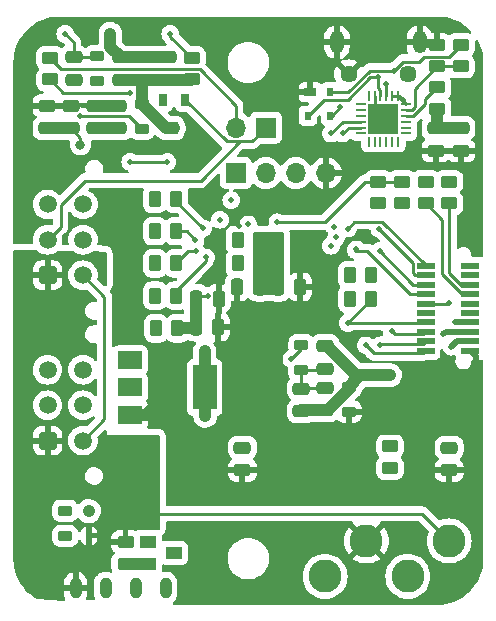
<source format=gbr>
%TF.GenerationSoftware,KiCad,Pcbnew,7.0.2*%
%TF.CreationDate,2023-09-23T11:43:56-05:00*%
%TF.ProjectId,BPS-PeripheralSOM,4250532d-5065-4726-9970-686572616c53,rev?*%
%TF.SameCoordinates,Original*%
%TF.FileFunction,Copper,L4,Bot*%
%TF.FilePolarity,Positive*%
%FSLAX46Y46*%
G04 Gerber Fmt 4.6, Leading zero omitted, Abs format (unit mm)*
G04 Created by KiCad (PCBNEW 7.0.2) date 2023-09-23 11:43:56*
%MOMM*%
%LPD*%
G01*
G04 APERTURE LIST*
G04 Aperture macros list*
%AMRoundRect*
0 Rectangle with rounded corners*
0 $1 Rounding radius*
0 $2 $3 $4 $5 $6 $7 $8 $9 X,Y pos of 4 corners*
0 Add a 4 corners polygon primitive as box body*
4,1,4,$2,$3,$4,$5,$6,$7,$8,$9,$2,$3,0*
0 Add four circle primitives for the rounded corners*
1,1,$1+$1,$2,$3*
1,1,$1+$1,$4,$5*
1,1,$1+$1,$6,$7*
1,1,$1+$1,$8,$9*
0 Add four rect primitives between the rounded corners*
20,1,$1+$1,$2,$3,$4,$5,0*
20,1,$1+$1,$4,$5,$6,$7,0*
20,1,$1+$1,$6,$7,$8,$9,0*
20,1,$1+$1,$8,$9,$2,$3,0*%
G04 Aperture macros list end*
%TA.AperFunction,ComponentPad*%
%ADD10C,2.800000*%
%TD*%
%TA.AperFunction,ComponentPad*%
%ADD11R,1.700000X1.700000*%
%TD*%
%TA.AperFunction,ComponentPad*%
%ADD12O,1.700000X1.700000*%
%TD*%
%TA.AperFunction,ComponentPad*%
%ADD13RoundRect,0.250001X0.499999X-0.499999X0.499999X0.499999X-0.499999X0.499999X-0.499999X-0.499999X0*%
%TD*%
%TA.AperFunction,ComponentPad*%
%ADD14C,1.500000*%
%TD*%
%TA.AperFunction,ComponentPad*%
%ADD15O,1.000000X1.800000*%
%TD*%
%TA.AperFunction,ComponentPad*%
%ADD16O,1.200000X1.900000*%
%TD*%
%TA.AperFunction,ComponentPad*%
%ADD17C,1.450000*%
%TD*%
%TA.AperFunction,SMDPad,CuDef*%
%ADD18R,1.500000X0.550000*%
%TD*%
%TA.AperFunction,SMDPad,CuDef*%
%ADD19RoundRect,0.250000X-0.475000X0.250000X-0.475000X-0.250000X0.475000X-0.250000X0.475000X0.250000X0*%
%TD*%
%TA.AperFunction,SMDPad,CuDef*%
%ADD20R,1.400000X1.000000*%
%TD*%
%TA.AperFunction,SMDPad,CuDef*%
%ADD21RoundRect,0.112500X0.112500X-0.187500X0.112500X0.187500X-0.112500X0.187500X-0.112500X-0.187500X0*%
%TD*%
%TA.AperFunction,SMDPad,CuDef*%
%ADD22RoundRect,0.250000X0.262500X0.450000X-0.262500X0.450000X-0.262500X-0.450000X0.262500X-0.450000X0*%
%TD*%
%TA.AperFunction,SMDPad,CuDef*%
%ADD23R,2.000000X1.500000*%
%TD*%
%TA.AperFunction,SMDPad,CuDef*%
%ADD24R,2.000000X3.800000*%
%TD*%
%TA.AperFunction,SMDPad,CuDef*%
%ADD25RoundRect,0.250000X-0.450000X0.262500X-0.450000X-0.262500X0.450000X-0.262500X0.450000X0.262500X0*%
%TD*%
%TA.AperFunction,SMDPad,CuDef*%
%ADD26RoundRect,0.250000X-0.250000X-0.475000X0.250000X-0.475000X0.250000X0.475000X-0.250000X0.475000X0*%
%TD*%
%TA.AperFunction,SMDPad,CuDef*%
%ADD27RoundRect,0.218750X0.381250X-0.218750X0.381250X0.218750X-0.381250X0.218750X-0.381250X-0.218750X0*%
%TD*%
%TA.AperFunction,SMDPad,CuDef*%
%ADD28RoundRect,0.250000X0.450000X-0.262500X0.450000X0.262500X-0.450000X0.262500X-0.450000X-0.262500X0*%
%TD*%
%TA.AperFunction,SMDPad,CuDef*%
%ADD29RoundRect,0.250000X0.475000X-0.250000X0.475000X0.250000X-0.475000X0.250000X-0.475000X-0.250000X0*%
%TD*%
%TA.AperFunction,SMDPad,CuDef*%
%ADD30R,1.000000X0.700000*%
%TD*%
%TA.AperFunction,SMDPad,CuDef*%
%ADD31R,0.600000X0.700000*%
%TD*%
%TA.AperFunction,SMDPad,CuDef*%
%ADD32RoundRect,0.218750X-0.381250X0.218750X-0.381250X-0.218750X0.381250X-0.218750X0.381250X0.218750X0*%
%TD*%
%TA.AperFunction,SMDPad,CuDef*%
%ADD33R,0.700000X1.000000*%
%TD*%
%TA.AperFunction,SMDPad,CuDef*%
%ADD34RoundRect,0.062500X-0.062500X0.350000X-0.062500X-0.350000X0.062500X-0.350000X0.062500X0.350000X0*%
%TD*%
%TA.AperFunction,SMDPad,CuDef*%
%ADD35RoundRect,0.062500X-0.350000X0.062500X-0.350000X-0.062500X0.350000X-0.062500X0.350000X0.062500X0*%
%TD*%
%TA.AperFunction,SMDPad,CuDef*%
%ADD36R,2.600000X2.600000*%
%TD*%
%TA.AperFunction,SMDPad,CuDef*%
%ADD37RoundRect,0.250000X-0.262500X-0.450000X0.262500X-0.450000X0.262500X0.450000X-0.262500X0.450000X0*%
%TD*%
%TA.AperFunction,SMDPad,CuDef*%
%ADD38RoundRect,0.250000X0.250000X0.475000X-0.250000X0.475000X-0.250000X-0.475000X0.250000X-0.475000X0*%
%TD*%
%TA.AperFunction,ViaPad*%
%ADD39C,0.800000*%
%TD*%
%TA.AperFunction,ViaPad*%
%ADD40C,0.500000*%
%TD*%
%TA.AperFunction,Conductor*%
%ADD41C,0.500000*%
%TD*%
%TA.AperFunction,Conductor*%
%ADD42C,0.250000*%
%TD*%
%TA.AperFunction,Conductor*%
%ADD43C,1.000000*%
%TD*%
%TA.AperFunction,Conductor*%
%ADD44C,0.100000*%
%TD*%
G04 APERTURE END LIST*
D10*
%TO.P,TP4,1,1*%
%TO.N,GNDPWR*%
X137000000Y-84500000D03*
%TD*%
D11*
%TO.P,J1,1,Pin_1*%
%TO.N,+3.3V*%
X118950000Y-53350000D03*
D12*
%TO.P,J1,2,Pin_2*%
%TO.N,/SWCLK*%
X121490000Y-53350000D03*
%TO.P,J1,3,Pin_3*%
%TO.N,/SWDIO*%
X124030000Y-53350000D03*
%TO.P,J1,4,Pin_4*%
%TO.N,GND*%
X126570000Y-53350000D03*
%TD*%
D11*
%TO.P,JP1,1,1*%
%TO.N,/CAN_L*%
X121500000Y-49500000D03*
D12*
%TO.P,JP1,2,2*%
%TO.N,/CAN/TERM_H*%
X118960000Y-49500000D03*
%TD*%
D10*
%TO.P,TP6,1,1*%
%TO.N,GND*%
X130000000Y-84500000D03*
%TD*%
D13*
%TO.P,J2,1,Pin_1*%
%TO.N,GNDPWR*%
X103000000Y-62000000D03*
D14*
%TO.P,J2,2,Pin_2*%
%TO.N,/CAN_L*%
X103000000Y-59000000D03*
%TO.P,J2,3,Pin_3*%
%TO.N,GND1*%
X103000000Y-56000000D03*
%TO.P,J2,4,Pin_4*%
%TO.N,/V_CAN_IN*%
X106000000Y-62000000D03*
%TO.P,J2,5,Pin_5*%
%TO.N,/CAN_H*%
X106000000Y-59000000D03*
%TO.P,J2,6,Pin_6*%
%TO.N,/5V_Ext*%
X106000000Y-56000000D03*
%TD*%
D15*
%TO.P,U2,1,-Vin*%
%TO.N,GNDPWR*%
X105380000Y-88500000D03*
%TO.P,U2,2,+Vin*%
%TO.N,Net-(Q1-D)*%
X107920000Y-88500000D03*
%TO.P,U2,3,-Vout*%
%TO.N,GND*%
X110460000Y-88500000D03*
%TO.P,U2,4,+Vout*%
%TO.N,+5V*%
X113000000Y-88500000D03*
%TD*%
D16*
%TO.P,J3,6,Shield*%
%TO.N,GND*%
X134500000Y-42262500D03*
D17*
X133500000Y-44962500D03*
X128500000Y-44962500D03*
D16*
X127500000Y-42262500D03*
%TD*%
D10*
%TO.P,TP5,1,1*%
%TO.N,+5V*%
X126500000Y-87500000D03*
%TD*%
%TO.P,TP3,1,1*%
%TO.N,Net-(Q1-D)*%
X133500000Y-87500000D03*
%TD*%
D13*
%TO.P,J5,1,Pin_1*%
%TO.N,GNDPWR*%
X103000000Y-76000000D03*
D14*
%TO.P,J5,2,Pin_2*%
%TO.N,/CAN_L*%
X103000000Y-73000000D03*
%TO.P,J5,3,Pin_3*%
%TO.N,GND1*%
X103000000Y-70000000D03*
%TO.P,J5,4,Pin_4*%
%TO.N,/V_CAN_IN*%
X106000000Y-76000000D03*
%TO.P,J5,5,Pin_5*%
%TO.N,/CAN_H*%
X106000000Y-73000000D03*
%TO.P,J5,6,Pin_6*%
%TO.N,/5V_Ext*%
X106000000Y-70000000D03*
%TD*%
D18*
%TO.P,J6,1,1*%
%TO.N,/SPI2_MOSI*%
X135000000Y-61200000D03*
%TO.P,J6,2,2*%
%TO.N,+3.3V*%
X138800000Y-61200000D03*
%TO.P,J6,3,3*%
%TO.N,/SPI2_MISO*%
X135000000Y-62000000D03*
%TO.P,J6,4,4*%
%TO.N,GND*%
X138800000Y-62000000D03*
%TO.P,J6,5,5*%
%TO.N,/SPI2_SCK*%
X135000000Y-62800000D03*
%TO.P,J6,6,6*%
%TO.N,/I2C2_SDA*%
X138800000Y-62800000D03*
%TO.P,J6,7,7*%
%TO.N,/SPI2_NSS*%
X135000000Y-63600000D03*
%TO.P,J6,8,8*%
%TO.N,/I2C2_SCL*%
X138800000Y-63600000D03*
%TO.P,J6,9,9*%
%TO.N,+3.3V*%
X135000000Y-64400000D03*
%TO.P,J6,10,10*%
%TO.N,VDDA*%
X138800000Y-64400000D03*
%TO.P,J6,11,11*%
%TO.N,GND*%
X135000000Y-65200000D03*
%TO.P,J6,12,12*%
%TO.N,GNDA*%
X138800000Y-65200000D03*
%TO.P,J6,13,13*%
%TO.N,/SPI1_SCK*%
X135000000Y-66000000D03*
%TO.P,J6,14,14*%
%TO.N,/I2C1_SCL*%
X138800000Y-66000000D03*
%TO.P,J6,15,15*%
%TO.N,/SPI1_MISO*%
X135000000Y-66800000D03*
%TO.P,J6,16,16*%
%TO.N,/I2C1_SDA*%
X138800000Y-66800000D03*
%TO.P,J6,17,17*%
%TO.N,/SPI1_MOSI*%
X135000000Y-67600000D03*
%TO.P,J6,18,18*%
%TO.N,+5V*%
X138800000Y-67600000D03*
%TO.P,J6,19,19*%
%TO.N,/SPI1_NSS*%
X135000000Y-68400000D03*
%TO.P,J6,20,20*%
%TO.N,GND*%
X138800000Y-68400000D03*
%TD*%
D19*
%TO.P,C32,1*%
%TO.N,/V_CAN_IN*%
X113200000Y-43562500D03*
%TO.P,C32,2*%
%TO.N,GND1*%
X113200000Y-45462500D03*
%TD*%
D20*
%TO.P,Q1,1,G*%
%TO.N,Net-(Q1-G)*%
X111500000Y-86450000D03*
%TO.P,Q1,2,S*%
%TO.N,/PowerDist/5V_Ferrite*%
X111500000Y-84550000D03*
%TO.P,Q1,3,D*%
%TO.N,Net-(Q1-D)*%
X113700000Y-85500000D03*
%TD*%
D19*
%TO.P,C30,1*%
%TO.N,/V_CAN_IN*%
X109200000Y-43562500D03*
%TO.P,C30,2*%
%TO.N,GND1*%
X109200000Y-45462500D03*
%TD*%
D21*
%TO.P,D3,1,A1*%
%TO.N,GNDPWR*%
X106500000Y-84050000D03*
%TO.P,D3,2,A2*%
%TO.N,/PowerDist/5V_Ferrite*%
X106500000Y-81950000D03*
%TD*%
D22*
%TO.P,R25,1*%
%TO.N,/PB3*%
X113912500Y-58269450D03*
%TO.P,R25,2*%
%TO.N,Net-(D14-A)*%
X112087500Y-58269450D03*
%TD*%
%TO.P,R24,1*%
%TO.N,/PB4*%
X113912500Y-61000000D03*
%TO.P,R24,2*%
%TO.N,Net-(D13-A)*%
X112087500Y-61000000D03*
%TD*%
D19*
%TO.P,C7,1*%
%TO.N,VDDA*%
X124500000Y-71600000D03*
%TO.P,C7,2*%
%TO.N,GNDA*%
X124500000Y-73500000D03*
%TD*%
D23*
%TO.P,U3,1,GND*%
%TO.N,GND*%
X110000000Y-73800000D03*
%TO.P,U3,2,VO*%
%TO.N,+3.3V*%
X110000000Y-71500000D03*
D24*
X116300000Y-71500000D03*
D23*
%TO.P,U3,3,VI*%
%TO.N,+5V*%
X110000000Y-69200000D03*
%TD*%
D25*
%TO.P,R14,1*%
%TO.N,/CAN/RSlope*%
X115200000Y-43600000D03*
%TO.P,R14,2*%
%TO.N,GND1*%
X115200000Y-45425000D03*
%TD*%
%TO.P,R10,1*%
%TO.N,Net-(IC1-1DRAIN_1)*%
X135000000Y-54087500D03*
%TO.P,R10,2*%
%TO.N,/I2C2_SCL*%
X135000000Y-55912500D03*
%TD*%
D26*
%TO.P,C17,1*%
%TO.N,+3.3V*%
X115600000Y-64000000D03*
%TO.P,C17,2*%
%TO.N,GND*%
X117500000Y-64000000D03*
%TD*%
D25*
%TO.P,R12,1*%
%TO.N,/PA8*%
X133000000Y-54087500D03*
%TO.P,R12,2*%
%TO.N,Net-(IC1-1GATE)*%
X133000000Y-55912500D03*
%TD*%
D27*
%TO.P,L3,1*%
%TO.N,/V_CAN_IN*%
X107200000Y-45575000D03*
%TO.P,L3,2*%
%TO.N,/CAN/V_ISO_Out*%
X107200000Y-43450000D03*
%TD*%
D22*
%TO.P,R23,1*%
%TO.N,/PB5*%
X113912500Y-63730550D03*
%TO.P,R23,2*%
%TO.N,Net-(D12-A)*%
X112087500Y-63730550D03*
%TD*%
D19*
%TO.P,C11,1*%
%TO.N,/NRST*%
X119500000Y-76600000D03*
%TO.P,C11,2*%
%TO.N,GND*%
X119500000Y-78500000D03*
%TD*%
D22*
%TO.P,R2,1*%
%TO.N,+3.3V*%
X120912500Y-61000000D03*
%TO.P,R2,2*%
%TO.N,/I2C1_SDA*%
X119087500Y-61000000D03*
%TD*%
D28*
%TO.P,R9,1*%
%TO.N,+3.3V*%
X131000000Y-55912500D03*
%TO.P,R9,2*%
%TO.N,/PA8*%
X131000000Y-54087500D03*
%TD*%
D22*
%TO.P,R11,1*%
%TO.N,/PA15*%
X113912500Y-55538900D03*
%TO.P,R11,2*%
%TO.N,Net-(D4-A)*%
X112087500Y-55538900D03*
%TD*%
D26*
%TO.P,C16,1*%
%TO.N,+3.3V*%
X115550000Y-66386100D03*
%TO.P,C16,2*%
%TO.N,GND*%
X117450000Y-66386100D03*
%TD*%
D19*
%TO.P,C10,1*%
%TO.N,+3.3V*%
X138000000Y-49550000D03*
%TO.P,C10,2*%
%TO.N,GND*%
X138000000Y-51450000D03*
%TD*%
D29*
%TO.P,C27,1*%
%TO.N,+3.3V*%
X109000000Y-49562500D03*
%TO.P,C27,2*%
%TO.N,GND*%
X109000000Y-47662500D03*
%TD*%
D22*
%TO.P,R1,1*%
%TO.N,+3.3V*%
X114000000Y-66500000D03*
%TO.P,R1,2*%
%TO.N,Net-(D2-A)*%
X112175000Y-66500000D03*
%TD*%
D19*
%TO.P,C9,1*%
%TO.N,+3.3V*%
X135890000Y-49550000D03*
%TO.P,C9,2*%
%TO.N,GND*%
X135890000Y-51450000D03*
%TD*%
D28*
%TO.P,R6,1*%
%TO.N,/PA1*%
X132000000Y-78325000D03*
%TO.P,R6,2*%
%TO.N,Net-(C5-Pad1)*%
X132000000Y-76500000D03*
%TD*%
D27*
%TO.P,FB2,1*%
%TO.N,/PowerDist/5V_Ferrite*%
X104500000Y-84062500D03*
%TO.P,FB2,2*%
%TO.N,/5V_Ext*%
X104500000Y-81937500D03*
%TD*%
D30*
%TO.P,D1,1,A*%
%TO.N,GND*%
X125250000Y-46500000D03*
D31*
%TO.P,D1,2,K*%
%TO.N,Net-(J3-VBUS)*%
X126950000Y-46500000D03*
%TO.P,D1,3,K*%
%TO.N,Net-(J3-D-)*%
X126950000Y-48500000D03*
%TO.P,D1,4,K*%
%TO.N,Net-(J3-D+)*%
X125050000Y-48500000D03*
%TD*%
D19*
%TO.P,C31,1*%
%TO.N,/V_CAN_IN*%
X111200000Y-43562500D03*
%TO.P,C31,2*%
%TO.N,GND1*%
X111200000Y-45462500D03*
%TD*%
D28*
%TO.P,R5,1*%
%TO.N,+3.3V*%
X136000000Y-47912500D03*
%TO.P,R5,2*%
%TO.N,Net-(U4-~{RSTb})*%
X136000000Y-46087500D03*
%TD*%
%TO.P,R4,1*%
%TO.N,Net-(U4-VBUS)*%
X136000000Y-44325000D03*
%TO.P,R4,2*%
%TO.N,GND*%
X136000000Y-42500000D03*
%TD*%
%TO.P,R13,1*%
%TO.N,/I2C2_SDA*%
X137000000Y-55912500D03*
%TO.P,R13,2*%
%TO.N,Net-(IC1-2DRAIN_1)*%
X137000000Y-54087500D03*
%TD*%
D32*
%TO.P,FB4,1*%
%TO.N,+3.3V*%
X124500000Y-67937500D03*
%TO.P,FB4,2*%
%TO.N,VDDA*%
X124500000Y-70062500D03*
%TD*%
D33*
%TO.P,U8,1,CAN_H*%
%TO.N,/CAN_H*%
X112750000Y-47162500D03*
%TO.P,U8,2,CAN_L*%
%TO.N,/CAN_L*%
X114650000Y-47162500D03*
%TO.P,U8,3,GND*%
%TO.N,GND1*%
X113700000Y-49562500D03*
%TD*%
D19*
%TO.P,C12,1*%
%TO.N,VDDA*%
X126500000Y-71550000D03*
%TO.P,C12,2*%
%TO.N,GNDA*%
X126500000Y-73450000D03*
%TD*%
D29*
%TO.P,C28,1*%
%TO.N,+3.3V*%
X107000000Y-49562500D03*
%TO.P,C28,2*%
%TO.N,GND*%
X107000000Y-47662500D03*
%TD*%
D19*
%TO.P,C29,1*%
%TO.N,/CAN/V_ISO_Out*%
X105200000Y-43562500D03*
%TO.P,C29,2*%
%TO.N,/CAN/GND_ISO_Out*%
X105200000Y-45462500D03*
%TD*%
D28*
%TO.P,R7,1*%
%TO.N,Net-(Q1-G)*%
X109600000Y-86412500D03*
%TO.P,R7,2*%
%TO.N,GNDPWR*%
X109600000Y-84587500D03*
%TD*%
D25*
%TO.P,R21,1*%
%TO.N,/CAN/TERM_H*%
X103200000Y-43600000D03*
%TO.P,R21,2*%
%TO.N,/CAN_H*%
X103200000Y-45425000D03*
%TD*%
D26*
%TO.P,C13,1*%
%TO.N,+3.3V*%
X122500000Y-63000000D03*
%TO.P,C13,2*%
%TO.N,GND*%
X124400000Y-63000000D03*
%TD*%
D34*
%TO.P,U4,1,RI/CLK*%
%TO.N,unconnected-(U4-RI{slash}CLK-Pad1)*%
X130187500Y-46812500D03*
%TO.P,U4,2,GND*%
%TO.N,GND*%
X130687500Y-46812500D03*
%TO.P,U4,3,D+*%
%TO.N,Net-(J3-D+)*%
X131187500Y-46812500D03*
%TO.P,U4,4,D-*%
%TO.N,Net-(J3-D-)*%
X131687500Y-46812500D03*
%TO.P,U4,5,VIO*%
%TO.N,+3.3V*%
X132187500Y-46812500D03*
%TO.P,U4,6,VDD*%
X132687500Y-46812500D03*
D35*
%TO.P,U4,7,REGIN*%
X133375000Y-47500000D03*
%TO.P,U4,8,VBUS*%
%TO.N,Net-(U4-VBUS)*%
X133375000Y-48000000D03*
%TO.P,U4,9,~{RSTb}*%
%TO.N,Net-(U4-~{RSTb})*%
X133375000Y-48500000D03*
%TO.P,U4,10,NC*%
%TO.N,unconnected-(U4-NC-Pad10)*%
X133375000Y-49000000D03*
%TO.P,U4,11,GPIO.3*%
%TO.N,unconnected-(U4-GPIO.3-Pad11)*%
X133375000Y-49500000D03*
%TO.P,U4,12,GPIO.2*%
%TO.N,unconnected-(U4-GPIO.2-Pad12)*%
X133375000Y-50000000D03*
D34*
%TO.P,U4,13,GPIO.1*%
%TO.N,unconnected-(U4-GPIO.1-Pad13)*%
X132687500Y-50687500D03*
%TO.P,U4,14,GPIO.0*%
%TO.N,unconnected-(U4-GPIO.0-Pad14)*%
X132187500Y-50687500D03*
%TO.P,U4,15,~{SUSPENDb}*%
%TO.N,unconnected-(U4-~{SUSPENDb}-Pad15)*%
X131687500Y-50687500D03*
%TO.P,U4,16,NC*%
%TO.N,unconnected-(U4-NC-Pad16)*%
X131187500Y-50687500D03*
%TO.P,U4,17,SUSPEND*%
%TO.N,unconnected-(U4-SUSPEND-Pad17)*%
X130687500Y-50687500D03*
%TO.P,U4,18,CTS*%
%TO.N,unconnected-(U4-CTS-Pad18)*%
X130187500Y-50687500D03*
D35*
%TO.P,U4,19,RTS*%
%TO.N,unconnected-(U4-RTS-Pad19)*%
X129500000Y-50000000D03*
%TO.P,U4,20,RXD*%
%TO.N,/USART1_TX*%
X129500000Y-49500000D03*
%TO.P,U4,21,TXD*%
%TO.N,/USART1_RX*%
X129500000Y-49000000D03*
%TO.P,U4,22,DSR*%
%TO.N,unconnected-(U4-DSR-Pad22)*%
X129500000Y-48500000D03*
%TO.P,U4,23,DTR*%
%TO.N,unconnected-(U4-DTR-Pad23)*%
X129500000Y-48000000D03*
%TO.P,U4,24,DCD*%
%TO.N,unconnected-(U4-DCD-Pad24)*%
X129500000Y-47500000D03*
D36*
%TO.P,U4,25,GND*%
%TO.N,GND*%
X131437500Y-48750000D03*
%TD*%
D32*
%TO.P,L4,1*%
%TO.N,GND1*%
X111000000Y-47500000D03*
%TO.P,L4,2*%
%TO.N,/CAN/GND_ISO_Out*%
X111000000Y-49625000D03*
%TD*%
D37*
%TO.P,R20,1*%
%TO.N,Net-(U1-PA7)*%
X128587500Y-62000000D03*
%TO.P,R20,2*%
%TO.N,/SPI1_MOSI*%
X130412500Y-62000000D03*
%TD*%
D29*
%TO.P,C26,1*%
%TO.N,+5V*%
X104960000Y-49562500D03*
%TO.P,C26,2*%
%TO.N,GND*%
X104960000Y-47662500D03*
%TD*%
D27*
%TO.P,FB1,1*%
%TO.N,GND*%
X128500000Y-73562500D03*
%TO.P,FB1,2*%
%TO.N,GNDA*%
X128500000Y-71437500D03*
%TD*%
D38*
%TO.P,C14,1*%
%TO.N,+3.3V*%
X120950000Y-63000000D03*
%TO.P,C14,2*%
%TO.N,GND*%
X119050000Y-63000000D03*
%TD*%
D28*
%TO.P,R3,1*%
%TO.N,Net-(U4-VBUS)*%
X138000000Y-44325000D03*
%TO.P,R3,2*%
%TO.N,Net-(J3-VBUS)*%
X138000000Y-42500000D03*
%TD*%
D19*
%TO.P,C5,1*%
%TO.N,Net-(C5-Pad1)*%
X137000000Y-76600000D03*
%TO.P,C5,2*%
%TO.N,GND*%
X137000000Y-78500000D03*
%TD*%
D37*
%TO.P,R15,1*%
%TO.N,Net-(U1-PA5)*%
X128587500Y-64000000D03*
%TO.P,R15,2*%
%TO.N,/SPI1_SCK*%
X130412500Y-64000000D03*
%TD*%
D29*
%TO.P,C25,1*%
%TO.N,+5V*%
X102960000Y-49562500D03*
%TO.P,C25,2*%
%TO.N,GND*%
X102960000Y-47662500D03*
%TD*%
%TO.P,C15,1*%
%TO.N,VDDA*%
X126500000Y-69900000D03*
%TO.P,C15,2*%
%TO.N,GNDA*%
X126500000Y-68000000D03*
%TD*%
D22*
%TO.P,R8,1*%
%TO.N,+3.3V*%
X120912500Y-59000000D03*
%TO.P,R8,2*%
%TO.N,/I2C1_SCL*%
X119087500Y-59000000D03*
%TD*%
D39*
%TO.N,+5V*%
X105775000Y-50962500D03*
D40*
X110000000Y-69200000D03*
X137200000Y-68050000D03*
%TO.N,GND*%
X129800000Y-67000000D03*
X135503987Y-65192160D03*
X114665000Y-50962500D03*
X134500000Y-80500000D03*
X135890000Y-51450000D03*
X124620326Y-62829674D03*
X131437500Y-48750000D03*
X119050000Y-63000000D03*
X136500000Y-74000000D03*
X137000000Y-78500000D03*
X112350000Y-72750000D03*
X128500000Y-59000000D03*
X119500000Y-78500000D03*
X138800000Y-62000000D03*
X118500000Y-73850000D03*
X119250000Y-57850500D03*
X121500000Y-80500000D03*
X102500000Y-50962500D03*
%TO.N,+3.3V*%
X118550000Y-55650000D03*
X110450000Y-71600000D03*
X120900000Y-63000000D03*
X133062035Y-47138988D03*
X138800000Y-61200000D03*
X116300000Y-68450000D03*
X137000000Y-64374500D03*
X131000000Y-55912500D03*
X136000000Y-48700000D03*
X116550500Y-63769712D03*
X123649502Y-69100000D03*
X120912500Y-59000000D03*
X107000000Y-49562500D03*
X116350000Y-73900000D03*
X116500000Y-71500000D03*
X127294543Y-57887678D03*
%TO.N,/NRST*%
X119500000Y-76600000D03*
%TO.N,GNDPWR*%
X109500000Y-82000000D03*
%TO.N,/PB4*%
X115543483Y-59981017D03*
%TO.N,/PB5*%
X116400500Y-60500000D03*
%TO.N,/SPI2_MOSI*%
X128400000Y-58049999D03*
%TO.N,/SPI2_NSS*%
X129131233Y-59818767D03*
%TO.N,/SPI2_SCK*%
X131105100Y-59950001D03*
%TO.N,/SPI2_MISO*%
X131100026Y-58079573D03*
%TO.N,/SPI1_SCK*%
X128400000Y-66049999D03*
%TO.N,/SPI1_NSS*%
X129954641Y-67945359D03*
%TO.N,/SPI1_MOSI*%
X131105100Y-67950001D03*
X130412500Y-62000000D03*
%TO.N,/SPI1_MISO*%
X132122872Y-66701627D03*
%TO.N,/5V_Ext*%
X104500000Y-81937500D03*
%TO.N,/PA1*%
X132000000Y-78325000D03*
%TO.N,Net-(D2-A)*%
X112200000Y-66386100D03*
%TO.N,/PB3*%
X115524500Y-59000000D03*
%TO.N,/SWCLK*%
X117587500Y-57300000D03*
%TO.N,/SWDIO*%
X120000000Y-57700000D03*
%TO.N,/I2C1_SCL*%
X119087500Y-59000000D03*
X137500000Y-66000000D03*
%TO.N,/I2C1_SDA*%
X136500000Y-67000000D03*
X119087500Y-61000000D03*
%TO.N,/I2C2_SCL*%
X138800000Y-63600000D03*
X127000000Y-59500000D03*
%TO.N,/CAN/RSlope*%
X113395000Y-41562500D03*
%TO.N,Net-(U1-PA5)*%
X128587500Y-64000000D03*
%TO.N,Net-(U1-PA7)*%
X128587500Y-62000000D03*
%TO.N,/USART1_TX*%
X128000000Y-50000000D03*
%TO.N,/USART1_RX*%
X127000000Y-50000000D03*
%TO.N,/SILENT*%
X110003246Y-52418246D03*
X113149431Y-52425500D03*
%TO.N,GNDA*%
X132000000Y-70425500D03*
X138429500Y-65200000D03*
X125500000Y-73400000D03*
%TO.N,VDDA*%
X126337500Y-70062500D03*
X138800000Y-64400000D03*
%TO.N,/PowerDist/5V_Ferrite*%
X104500000Y-84062500D03*
X106500000Y-82000000D03*
X111500000Y-84550000D03*
%TO.N,/V_CAN_IN*%
X108315000Y-41562500D03*
X107200000Y-45575000D03*
D39*
%TO.N,GND1*%
X110000000Y-45462500D03*
X114500000Y-45462500D03*
D40*
%TO.N,/CAN/V_ISO_Out*%
X104505000Y-41562500D03*
%TO.N,/CAN/GND_ISO_Out*%
X105746375Y-48538876D03*
D39*
X105200000Y-45462500D03*
D40*
%TO.N,/CAN_H*%
X112750000Y-47162500D03*
X109998882Y-46533203D03*
%TO.N,/CAN_L*%
X114650000Y-47162500D03*
%TO.N,/PA15*%
X116168500Y-58031500D03*
%TO.N,Net-(J3-VBUS)*%
X132300000Y-44677575D03*
%TO.N,Net-(J3-D-)*%
X127800000Y-47800000D03*
X131650000Y-45837500D03*
%TO.N,Net-(J3-D+)*%
X131000000Y-45252075D03*
%TO.N,Net-(D14-A)*%
X112200000Y-58386100D03*
%TO.N,Net-(D13-A)*%
X112200000Y-60986100D03*
%TO.N,Net-(D12-A)*%
X112200000Y-63786100D03*
%TO.N,Net-(C5-Pad1)*%
X132000000Y-76500000D03*
X137000000Y-76600000D03*
%TO.N,Net-(D4-A)*%
X112200000Y-55586100D03*
D39*
%TO.N,Net-(Q1-D)*%
X113500000Y-85500000D03*
D40*
%TO.N,/PA8*%
X122465423Y-57513610D03*
%TO.N,Net-(IC1-1GATE)*%
X133000000Y-55900000D03*
%TO.N,/I2C2_SDA*%
X127448848Y-58800497D03*
X138800000Y-62800000D03*
%TO.N,Net-(IC1-2DRAIN_1)*%
X137000000Y-54100000D03*
%TO.N,Net-(IC1-1DRAIN_1)*%
X135000000Y-54087500D03*
%TD*%
D41*
%TO.N,+5V*%
X137650000Y-67600000D02*
X138800000Y-67600000D01*
D42*
X105775000Y-50377500D02*
X104960000Y-49562500D01*
D43*
X102960000Y-49562500D02*
X104960000Y-49562500D01*
D42*
X105775000Y-50962500D02*
X105775000Y-50377500D01*
D41*
X137200000Y-68050000D02*
X137650000Y-67600000D01*
D43*
%TO.N,GND*%
X111300000Y-73800000D02*
X110000000Y-73800000D01*
D42*
X130500000Y-47800000D02*
X130687500Y-47987500D01*
D41*
X139275000Y-68875000D02*
X139275000Y-71662466D01*
D42*
X130687500Y-47987500D02*
X130687500Y-48000000D01*
X130687500Y-47612500D02*
X130500000Y-47800000D01*
D41*
X138800000Y-68400000D02*
X139275000Y-68875000D01*
D42*
X130687500Y-48000000D02*
X131437500Y-48750000D01*
D43*
X109000000Y-47662500D02*
X107000000Y-47662500D01*
X112350000Y-72750000D02*
X111300000Y-73800000D01*
D41*
X135503987Y-65192160D02*
X135496147Y-65200000D01*
D44*
X124450000Y-63000000D02*
X124620326Y-62829674D01*
X124400000Y-63000000D02*
X124450000Y-63000000D01*
D41*
X135496147Y-65200000D02*
X135000000Y-65200000D01*
D42*
X130687500Y-46812500D02*
X130687500Y-47612500D01*
%TO.N,+3.3V*%
X132187500Y-46812500D02*
X132687500Y-46812500D01*
D43*
X116350000Y-73900000D02*
X116350000Y-71550000D01*
X116300000Y-71500000D02*
X116500000Y-71500000D01*
X116300000Y-68450000D02*
X116300000Y-71500000D01*
X110000000Y-71500000D02*
X110350000Y-71500000D01*
D42*
X123649502Y-69100000D02*
X124500000Y-68249502D01*
D43*
X115436100Y-66500000D02*
X115550000Y-66386100D01*
X114000000Y-66500000D02*
X115436100Y-66500000D01*
D42*
X137000000Y-64374500D02*
X136974500Y-64400000D01*
D43*
X110350000Y-71500000D02*
X110450000Y-71600000D01*
D42*
X132735547Y-46812500D02*
X133062035Y-47138988D01*
X132687500Y-46812500D02*
X133375000Y-47500000D01*
D43*
X107000000Y-49562500D02*
X109000000Y-49562500D01*
D42*
X116550500Y-63769712D02*
X115830288Y-63769712D01*
D43*
X116350000Y-71550000D02*
X116300000Y-71500000D01*
X136000000Y-48700000D02*
X136000000Y-49550000D01*
X136000000Y-49550000D02*
X138000000Y-49550000D01*
X136000000Y-47912500D02*
X136000000Y-48700000D01*
D42*
X132687500Y-46812500D02*
X132735547Y-46812500D01*
D43*
X115550000Y-66386100D02*
X115550000Y-64050000D01*
X115550000Y-64050000D02*
X115600000Y-64000000D01*
D42*
X124500000Y-68249502D02*
X124500000Y-67937500D01*
X115830288Y-63769712D02*
X115600000Y-64000000D01*
X136974500Y-64400000D02*
X135000000Y-64400000D01*
%TO.N,GNDPWR*%
X109700000Y-82200000D02*
X109500000Y-82000000D01*
X134700000Y-82200000D02*
X109700000Y-82200000D01*
X137000000Y-84500000D02*
X134700000Y-82200000D01*
%TO.N,/PB4*%
X115543483Y-59981017D02*
X114931483Y-59981017D01*
X114931483Y-59981017D02*
X113912500Y-61000000D01*
%TO.N,/PB5*%
X116400500Y-60500000D02*
X116400500Y-60838678D01*
X113912500Y-63326678D02*
X113912500Y-63730550D01*
X116400500Y-60838678D02*
X113912500Y-63326678D01*
%TO.N,/SPI2_MOSI*%
X131332918Y-57499999D02*
X128950000Y-57499999D01*
X128950000Y-57499999D02*
X128400000Y-58049999D01*
X135000000Y-61167081D02*
X131332918Y-57499999D01*
X135000000Y-61200000D02*
X135000000Y-61167081D01*
%TO.N,/SPI2_NSS*%
X134950000Y-63550000D02*
X133664949Y-63550000D01*
X130064950Y-59950001D02*
X128999999Y-59950001D01*
X128999999Y-59950001D02*
X129131233Y-59818767D01*
X135000000Y-63600000D02*
X134950000Y-63550000D01*
X133664949Y-63550000D02*
X130064950Y-59950001D01*
%TO.N,/SPI2_SCK*%
X133955099Y-62800000D02*
X131105100Y-59950001D01*
X135000000Y-62800000D02*
X133955099Y-62800000D01*
%TO.N,/SPI2_MISO*%
X133925000Y-60925000D02*
X133925000Y-61800000D01*
X134125000Y-62000000D02*
X135000000Y-62000000D01*
X131100026Y-58079573D02*
X131100026Y-58100026D01*
X133925000Y-61800000D02*
X134125000Y-62000000D01*
X131100026Y-58100026D02*
X133925000Y-60925000D01*
%TO.N,/SPI1_SCK*%
X128400000Y-66049999D02*
X134950001Y-66049999D01*
X130412500Y-64037499D02*
X128400000Y-66049999D01*
D41*
X130412500Y-64000000D02*
X130412500Y-64037499D01*
D42*
X134950001Y-66049999D02*
X135000000Y-66000000D01*
%TO.N,/SPI1_NSS*%
X129954641Y-67945359D02*
X130609282Y-68600000D01*
X130609282Y-68600000D02*
X134800000Y-68600000D01*
X134800000Y-68600000D02*
X135000000Y-68400000D01*
%TO.N,/SPI1_MOSI*%
X134800000Y-67800000D02*
X135000000Y-67600000D01*
X131105100Y-67950001D02*
X131255101Y-67800000D01*
X131255101Y-67800000D02*
X134800000Y-67800000D01*
%TO.N,/SPI1_MISO*%
X134807509Y-66992491D02*
X135000000Y-66800000D01*
X132122872Y-66701627D02*
X132413736Y-66992491D01*
X132413736Y-66992491D02*
X134807509Y-66992491D01*
%TO.N,/PB3*%
X115524500Y-59000000D02*
X114793950Y-58269450D01*
X114793950Y-58269450D02*
X113912500Y-58269450D01*
D41*
%TO.N,/I2C1_SCL*%
X138800000Y-66000000D02*
X137500000Y-66000000D01*
%TO.N,/I2C1_SDA*%
X138800000Y-66800000D02*
X136700000Y-66800000D01*
X136700000Y-66800000D02*
X136500000Y-67000000D01*
D42*
%TO.N,/I2C2_SCL*%
X135000000Y-55912500D02*
X136400000Y-57312500D01*
X136400000Y-61900000D02*
X138100000Y-63600000D01*
X136400000Y-57312500D02*
X136400000Y-61900000D01*
X138100000Y-63600000D02*
X138800000Y-63600000D01*
D43*
%TO.N,Net-(Q1-G)*%
X111462500Y-86412500D02*
X111500000Y-86450000D01*
X109600000Y-86412500D02*
X111462500Y-86412500D01*
D42*
%TO.N,/CAN/RSlope*%
X113395000Y-41795000D02*
X115200000Y-43600000D01*
X113395000Y-41562500D02*
X113395000Y-41795000D01*
%TO.N,Net-(U4-VBUS)*%
X134112500Y-47723008D02*
X133835508Y-48000000D01*
X134112500Y-46212500D02*
X134112500Y-47723008D01*
X133835508Y-48000000D02*
X133375000Y-48000000D01*
X138000000Y-44325000D02*
X136000000Y-44325000D01*
X136000000Y-44325000D02*
X134112500Y-46212500D01*
%TO.N,Net-(U4-~{RSTb})*%
X136000000Y-46087500D02*
X134975000Y-47112500D01*
X134975000Y-47112500D02*
X134975000Y-47496904D01*
X134975000Y-47496904D02*
X133971904Y-48500000D01*
X133971904Y-48500000D02*
X133375000Y-48500000D01*
%TO.N,/USART1_TX*%
X128500000Y-49500000D02*
X129500000Y-49500000D01*
X128000000Y-50000000D02*
X128500000Y-49500000D01*
%TO.N,/USART1_RX*%
X128000000Y-49000000D02*
X129500000Y-49000000D01*
X127000000Y-50000000D02*
X128000000Y-49000000D01*
%TO.N,/SILENT*%
X113142177Y-52418246D02*
X113149431Y-52425500D01*
X110003246Y-52418246D02*
X113142177Y-52418246D01*
D43*
%TO.N,GNDA*%
X129462500Y-70475000D02*
X132000000Y-70475000D01*
X126718503Y-73400000D02*
X128500000Y-71618503D01*
X128500000Y-71437500D02*
X129143503Y-70793997D01*
X125500000Y-73400000D02*
X124500000Y-73400000D01*
X126668503Y-68000000D02*
X129143503Y-70475000D01*
X126668503Y-68000000D02*
X126500000Y-68000000D01*
X128500000Y-71437500D02*
X129462500Y-70475000D01*
X129143503Y-70793997D02*
X129143503Y-70475000D01*
X128500000Y-71618503D02*
X128500000Y-71437500D01*
X125500000Y-73400000D02*
X126718503Y-73400000D01*
D42*
%TO.N,VDDA*%
X124500000Y-71600000D02*
X124500000Y-70062500D01*
X124500000Y-70062500D02*
X126337500Y-70062500D01*
X124550000Y-71550000D02*
X124500000Y-71600000D01*
X126500000Y-71550000D02*
X124550000Y-71550000D01*
X126337500Y-70062500D02*
X126500000Y-69900000D01*
D43*
%TO.N,/PowerDist/5V_Ferrite*%
X106500000Y-81950000D02*
X106500000Y-82000000D01*
D42*
%TO.N,/V_CAN_IN*%
X106000000Y-76000000D02*
X107819000Y-74181000D01*
D43*
X108315000Y-42677500D02*
X109200000Y-43562500D01*
D42*
X107819000Y-63819000D02*
X106000000Y-62000000D01*
D43*
X113200000Y-43562500D02*
X109200000Y-43562500D01*
X108315000Y-41562500D02*
X108315000Y-42677500D01*
D42*
X107819000Y-74181000D02*
X107819000Y-63819000D01*
%TO.N,/CAN/TERM_H*%
X115869670Y-44568997D02*
X104168997Y-44568997D01*
X118960000Y-47659327D02*
X115869670Y-44568997D01*
X118960000Y-49500000D02*
X118960000Y-47659327D01*
X104168997Y-44568997D02*
X103200000Y-43600000D01*
D43*
%TO.N,GND1*%
X115162500Y-45462500D02*
X115200000Y-45425000D01*
X111000000Y-47500000D02*
X113062500Y-49562500D01*
X111000000Y-45662500D02*
X111000000Y-47500000D01*
X110000000Y-45462500D02*
X114500000Y-45462500D01*
X111200000Y-45462500D02*
X111000000Y-45662500D01*
X113062500Y-49562500D02*
X113700000Y-49562500D01*
X114500000Y-45462500D02*
X115162500Y-45462500D01*
X111200000Y-45462500D02*
X109200000Y-45462500D01*
D42*
%TO.N,/CAN/V_ISO_Out*%
X105200000Y-43562500D02*
X105200000Y-42257500D01*
X105200000Y-43562500D02*
X107087500Y-43562500D01*
X107087500Y-43562500D02*
X107200000Y-43450000D01*
X105200000Y-42257500D02*
X104505000Y-41562500D01*
%TO.N,/CAN/GND_ISO_Out*%
X105785251Y-48500000D02*
X109875000Y-48500000D01*
X105746375Y-48538876D02*
X105785251Y-48500000D01*
X109875000Y-48500000D02*
X111000000Y-49625000D01*
%TO.N,/CAN_H*%
X103200000Y-45425000D02*
X104308203Y-46533203D01*
X104308203Y-46533203D02*
X109998882Y-46533203D01*
%TO.N,/CAN_L*%
X104100000Y-56756300D02*
X104097203Y-56753503D01*
X104100000Y-57900000D02*
X104100000Y-56756300D01*
X118162500Y-50675000D02*
X114650000Y-47162500D01*
X106166726Y-54000000D02*
X115950000Y-54000000D01*
X103000000Y-59000000D02*
X104100000Y-57900000D01*
X115950000Y-54000000D02*
X119275000Y-50675000D01*
X104097203Y-56069523D02*
X106166726Y-54000000D01*
X104097203Y-56753503D02*
X104097203Y-56069523D01*
X119275000Y-50675000D02*
X120325000Y-50675000D01*
X120325000Y-50675000D02*
X118162500Y-50675000D01*
X120325000Y-50675000D02*
X121500000Y-49500000D01*
%TO.N,/PA15*%
X113912500Y-55775500D02*
X113912500Y-55538900D01*
X116168500Y-58031500D02*
X113912500Y-55775500D01*
%TO.N,Net-(J3-VBUS)*%
X127350000Y-46500000D02*
X128447425Y-46500000D01*
X130269850Y-44677575D02*
X128447425Y-46500000D01*
X132300000Y-44677575D02*
X133065075Y-43912500D01*
X134912499Y-43487500D02*
X137012500Y-43487500D01*
X133065075Y-43912500D02*
X134487499Y-43912500D01*
X126950000Y-46500000D02*
X127350000Y-46500000D01*
X134487499Y-43912500D02*
X134912499Y-43487500D01*
X132300000Y-44677575D02*
X130269850Y-44677575D01*
X137012500Y-43487500D02*
X138000000Y-42500000D01*
%TO.N,Net-(J3-D-)*%
X131650000Y-45837500D02*
X131650000Y-46775000D01*
X127100000Y-48500000D02*
X127800000Y-47800000D01*
X126950000Y-48500000D02*
X127100000Y-48500000D01*
X131650000Y-46775000D02*
X131687500Y-46812500D01*
%TO.N,Net-(J3-D+)*%
X131000000Y-46164492D02*
X131187500Y-46351992D01*
X131000000Y-45252075D02*
X131000000Y-46164492D01*
X131187500Y-46351992D02*
X131187500Y-46812500D01*
X130331746Y-45252075D02*
X128408821Y-47175000D01*
X128408821Y-47175000D02*
X126375000Y-47175000D01*
X126375000Y-47175000D02*
X125050000Y-48500000D01*
X131000000Y-45252075D02*
X130331746Y-45252075D01*
D43*
%TO.N,Net-(Q1-D)*%
X113700000Y-85500000D02*
X113500000Y-85500000D01*
D42*
%TO.N,/PA8*%
X122465423Y-57513610D02*
X126486390Y-57513610D01*
X126486390Y-57513610D02*
X129912500Y-54087500D01*
X131000000Y-54087500D02*
X133000000Y-54087500D01*
X129912500Y-54087500D02*
X131000000Y-54087500D01*
%TO.N,/I2C2_SDA*%
X137000000Y-61800000D02*
X137000000Y-55912500D01*
X138800000Y-62800000D02*
X138000000Y-62800000D01*
X138000000Y-62800000D02*
X137000000Y-61800000D01*
%TD*%
%TA.AperFunction,Conductor*%
%TO.N,GND*%
G36*
X136002855Y-40100632D02*
G01*
X136354083Y-40116870D01*
X136365473Y-40117926D01*
X136710864Y-40166105D01*
X136722107Y-40168207D01*
X137061578Y-40248050D01*
X137072568Y-40251177D01*
X137403244Y-40362009D01*
X137413898Y-40366137D01*
X137732922Y-40506999D01*
X137743149Y-40512091D01*
X137881126Y-40588944D01*
X138047809Y-40681786D01*
X138057547Y-40687815D01*
X138173501Y-40767245D01*
X138320976Y-40868268D01*
X138345249Y-40884895D01*
X138354386Y-40891796D01*
X138595013Y-41091610D01*
X138622665Y-41114572D01*
X138631129Y-41122288D01*
X138836376Y-41327535D01*
X138869861Y-41388858D01*
X138864877Y-41458550D01*
X138823005Y-41514483D01*
X138757541Y-41538900D01*
X138709691Y-41532922D01*
X138602797Y-41497500D01*
X138503141Y-41487319D01*
X138503122Y-41487318D01*
X138500009Y-41487000D01*
X138496860Y-41487000D01*
X137503140Y-41487000D01*
X137503120Y-41487000D01*
X137499992Y-41487001D01*
X137496860Y-41487320D01*
X137496858Y-41487321D01*
X137397203Y-41497500D01*
X137230665Y-41552686D01*
X137160658Y-41595867D01*
X137095409Y-41636113D01*
X137069008Y-41652397D01*
X137067352Y-41649713D01*
X137025976Y-41672294D01*
X136956285Y-41667294D01*
X136931545Y-41651390D01*
X136930681Y-41652792D01*
X136769122Y-41553142D01*
X136602696Y-41497993D01*
X136503109Y-41487819D01*
X136496832Y-41487500D01*
X136250000Y-41487500D01*
X136250000Y-42626000D01*
X136230315Y-42693039D01*
X136177511Y-42738794D01*
X136126000Y-42750000D01*
X134884000Y-42750000D01*
X134816961Y-42730315D01*
X134788713Y-42697715D01*
X134800000Y-42668580D01*
X134800000Y-42012500D01*
X135516000Y-42012500D01*
X135583039Y-42032185D01*
X135628794Y-42084989D01*
X135640000Y-42136500D01*
X135640000Y-42250000D01*
X135750000Y-42250000D01*
X135750000Y-41487500D01*
X135594054Y-41487500D01*
X135527015Y-41467815D01*
X135483838Y-41420320D01*
X135429587Y-41315087D01*
X135299730Y-41149961D01*
X135140963Y-41012388D01*
X134959036Y-40907353D01*
X134760511Y-40838643D01*
X134750000Y-40837131D01*
X134750000Y-41746389D01*
X134725543Y-41706890D01*
X134636038Y-41639299D01*
X134528160Y-41608605D01*
X134416479Y-41618954D01*
X134316078Y-41668948D01*
X134250000Y-41741430D01*
X134250000Y-40841240D01*
X134138593Y-40868268D01*
X133947494Y-40955539D01*
X133776378Y-41077392D01*
X133631407Y-41229433D01*
X133517833Y-41406155D01*
X133439755Y-41601185D01*
X133400000Y-41807462D01*
X133400000Y-42012500D01*
X134200000Y-42012500D01*
X134200000Y-42512500D01*
X133400000Y-42512500D01*
X133400000Y-42661950D01*
X133400281Y-42667859D01*
X133414964Y-42821620D01*
X133474149Y-43023187D01*
X133516935Y-43106180D01*
X133530157Y-43174787D01*
X133504189Y-43239652D01*
X133447275Y-43280180D01*
X133406719Y-43287000D01*
X133147815Y-43287000D01*
X133127311Y-43284736D01*
X133057219Y-43286939D01*
X133053325Y-43287000D01*
X133025725Y-43287000D01*
X133021864Y-43287487D01*
X133021853Y-43287488D01*
X133021720Y-43287505D01*
X133010104Y-43288418D01*
X132966443Y-43289790D01*
X132947204Y-43295380D01*
X132928155Y-43299325D01*
X132908283Y-43301835D01*
X132867668Y-43317915D01*
X132856624Y-43321696D01*
X132814686Y-43333882D01*
X132797439Y-43344081D01*
X132779975Y-43352636D01*
X132761342Y-43360014D01*
X132726001Y-43385689D01*
X132716243Y-43392099D01*
X132678654Y-43414329D01*
X132664485Y-43428498D01*
X132649697Y-43441128D01*
X132633488Y-43452905D01*
X132605647Y-43486558D01*
X132597786Y-43495196D01*
X132182381Y-43910601D01*
X132135655Y-43939961D01*
X131972312Y-43997117D01*
X131915096Y-44033069D01*
X131849124Y-44052075D01*
X130352591Y-44052075D01*
X130332087Y-44049811D01*
X130261995Y-44052014D01*
X130258101Y-44052075D01*
X130230500Y-44052075D01*
X130226649Y-44052561D01*
X130226618Y-44052563D01*
X130226490Y-44052580D01*
X130214878Y-44053493D01*
X130171218Y-44054865D01*
X130151978Y-44060455D01*
X130132931Y-44064400D01*
X130113059Y-44066910D01*
X130072449Y-44082988D01*
X130061404Y-44086769D01*
X130019461Y-44098955D01*
X130002219Y-44109153D01*
X129984747Y-44117713D01*
X129966116Y-44125089D01*
X129930788Y-44150756D01*
X129921030Y-44157166D01*
X129883429Y-44179404D01*
X129869260Y-44193573D01*
X129854472Y-44206203D01*
X129838263Y-44217980D01*
X129810422Y-44251633D01*
X129802561Y-44260271D01*
X129731301Y-44331531D01*
X129669978Y-44365016D01*
X129600286Y-44360032D01*
X129544353Y-44318160D01*
X129542045Y-44314973D01*
X129525173Y-44290878D01*
X128919804Y-44896246D01*
X128909238Y-44829531D01*
X128848118Y-44709577D01*
X128752923Y-44614382D01*
X128632969Y-44553262D01*
X128566251Y-44542695D01*
X129171620Y-43937325D01*
X129114837Y-43897566D01*
X128920576Y-43806980D01*
X128713529Y-43751502D01*
X128500000Y-43732820D01*
X128286468Y-43751502D01*
X128165354Y-43783954D01*
X128095504Y-43782291D01*
X128037642Y-43743128D01*
X128010138Y-43678899D01*
X128021725Y-43609997D01*
X128061334Y-43563171D01*
X128223625Y-43447604D01*
X128368592Y-43295566D01*
X128482166Y-43118844D01*
X128560244Y-42923814D01*
X128600000Y-42717537D01*
X128600000Y-42512500D01*
X127800000Y-42512500D01*
X127800000Y-42012500D01*
X128600000Y-42012500D01*
X128600000Y-41863049D01*
X128599718Y-41857140D01*
X128585035Y-41703379D01*
X128525850Y-41501812D01*
X128429587Y-41315087D01*
X128299730Y-41149961D01*
X128140963Y-41012388D01*
X127959036Y-40907353D01*
X127760511Y-40838643D01*
X127750000Y-40837131D01*
X127749999Y-41746387D01*
X127725543Y-41706890D01*
X127636038Y-41639299D01*
X127528160Y-41608605D01*
X127416479Y-41618954D01*
X127316078Y-41668948D01*
X127249999Y-41741430D01*
X127250000Y-40841240D01*
X127138593Y-40868268D01*
X126947494Y-40955539D01*
X126776378Y-41077392D01*
X126631407Y-41229433D01*
X126517833Y-41406155D01*
X126439755Y-41601185D01*
X126400000Y-41807462D01*
X126400000Y-42012500D01*
X127200000Y-42012500D01*
X127200000Y-42512500D01*
X126400000Y-42512500D01*
X126400000Y-42661950D01*
X126400281Y-42667859D01*
X126414964Y-42821620D01*
X126474149Y-43023187D01*
X126570412Y-43209912D01*
X126700269Y-43375038D01*
X126859036Y-43512611D01*
X127040963Y-43617646D01*
X127239485Y-43686355D01*
X127250000Y-43687866D01*
X127250000Y-42778610D01*
X127274457Y-42818110D01*
X127363962Y-42885701D01*
X127471840Y-42916395D01*
X127583521Y-42906046D01*
X127683922Y-42856052D01*
X127750000Y-42783569D01*
X127750000Y-43683758D01*
X127785179Y-43675224D01*
X127854970Y-43678548D01*
X127911884Y-43719076D01*
X127937852Y-43783940D01*
X127924630Y-43852548D01*
X127885536Y-43897304D01*
X127828378Y-43937324D01*
X128433748Y-44542694D01*
X128367031Y-44553262D01*
X128247077Y-44614382D01*
X128151882Y-44709577D01*
X128090762Y-44829531D01*
X128080195Y-44896249D01*
X127474824Y-44290878D01*
X127435066Y-44347661D01*
X127344480Y-44541922D01*
X127289002Y-44748970D01*
X127270320Y-44962500D01*
X127289002Y-45176029D01*
X127344481Y-45383078D01*
X127386457Y-45473096D01*
X127396949Y-45542173D01*
X127368429Y-45605957D01*
X127309952Y-45644196D01*
X127274075Y-45649500D01*
X126605439Y-45649500D01*
X126605420Y-45649500D01*
X126602128Y-45649501D01*
X126598848Y-45649853D01*
X126598840Y-45649854D01*
X126542515Y-45655909D01*
X126407669Y-45706204D01*
X126278182Y-45803138D01*
X126276350Y-45800691D01*
X126242999Y-45825648D01*
X126173306Y-45830619D01*
X126122097Y-45802644D01*
X126121461Y-45803495D01*
X126115541Y-45799063D01*
X126111989Y-45797123D01*
X126110217Y-45795078D01*
X125992089Y-45706647D01*
X125857371Y-45656400D01*
X125801132Y-45650354D01*
X125794518Y-45650000D01*
X125500000Y-45650000D01*
X125500000Y-46626000D01*
X125480315Y-46693039D01*
X125427511Y-46738794D01*
X125376000Y-46750000D01*
X124250000Y-46750000D01*
X124250000Y-46894518D01*
X124250354Y-46901132D01*
X124256400Y-46957371D01*
X124306647Y-47092089D01*
X124392811Y-47207188D01*
X124507910Y-47293352D01*
X124642628Y-47343599D01*
X124698867Y-47349645D01*
X124705482Y-47350000D01*
X125016046Y-47350000D01*
X125083085Y-47369685D01*
X125128840Y-47422489D01*
X125138784Y-47491647D01*
X125109759Y-47555203D01*
X125103726Y-47561682D01*
X125052225Y-47613182D01*
X124990902Y-47646666D01*
X124964545Y-47649500D01*
X124705439Y-47649500D01*
X124705420Y-47649500D01*
X124702128Y-47649501D01*
X124698848Y-47649853D01*
X124698840Y-47649854D01*
X124642515Y-47655909D01*
X124507669Y-47706204D01*
X124392454Y-47792454D01*
X124306204Y-47907668D01*
X124264291Y-48020045D01*
X124255909Y-48042517D01*
X124249500Y-48102127D01*
X124249500Y-48105448D01*
X124249500Y-48105449D01*
X124249500Y-48894560D01*
X124249500Y-48894578D01*
X124249501Y-48897872D01*
X124249853Y-48901152D01*
X124249854Y-48901159D01*
X124255909Y-48957484D01*
X124269218Y-48993166D01*
X124306204Y-49092331D01*
X124392454Y-49207546D01*
X124507669Y-49293796D01*
X124642517Y-49344091D01*
X124702127Y-49350500D01*
X125397872Y-49350499D01*
X125457483Y-49344091D01*
X125592331Y-49293796D01*
X125707546Y-49207546D01*
X125793796Y-49092331D01*
X125844091Y-48957483D01*
X125850500Y-48897873D01*
X125850499Y-48635450D01*
X125870183Y-48568412D01*
X125886813Y-48547775D01*
X125937821Y-48496767D01*
X125999142Y-48463284D01*
X126068834Y-48468268D01*
X126124767Y-48510140D01*
X126149184Y-48575604D01*
X126149500Y-48584450D01*
X126149500Y-48894560D01*
X126149500Y-48894578D01*
X126149501Y-48897872D01*
X126149853Y-48901152D01*
X126149854Y-48901159D01*
X126155909Y-48957484D01*
X126169218Y-48993166D01*
X126206204Y-49092331D01*
X126292454Y-49207546D01*
X126407669Y-49293796D01*
X126407671Y-49293796D01*
X126421942Y-49304480D01*
X126420492Y-49306416D01*
X126455554Y-49332659D01*
X126479976Y-49398121D01*
X126465130Y-49466396D01*
X126443975Y-49494657D01*
X126409525Y-49529107D01*
X126319544Y-49672310D01*
X126263686Y-49831943D01*
X126244750Y-50000000D01*
X126263686Y-50168056D01*
X126263686Y-50168058D01*
X126263687Y-50168059D01*
X126319544Y-50327690D01*
X126409523Y-50470890D01*
X126529110Y-50590477D01*
X126672310Y-50680456D01*
X126831941Y-50736313D01*
X127000000Y-50755249D01*
X127168059Y-50736313D01*
X127327690Y-50680456D01*
X127434028Y-50613638D01*
X127501264Y-50594638D01*
X127565970Y-50613638D01*
X127672310Y-50680456D01*
X127831941Y-50736313D01*
X128000000Y-50755249D01*
X128168059Y-50736313D01*
X128327690Y-50680456D01*
X128470890Y-50590477D01*
X128586057Y-50475309D01*
X128647376Y-50441827D01*
X128717068Y-50446811D01*
X128749219Y-50464615D01*
X128866071Y-50554279D01*
X129003028Y-50611009D01*
X129113099Y-50625500D01*
X129438000Y-50625499D01*
X129505039Y-50645183D01*
X129550794Y-50697987D01*
X129562000Y-50749499D01*
X129562000Y-51070345D01*
X129562000Y-51070360D01*
X129562001Y-51074400D01*
X129562529Y-51078413D01*
X129562530Y-51078424D01*
X129576490Y-51184470D01*
X129633220Y-51321429D01*
X129723463Y-51439036D01*
X129813706Y-51508281D01*
X129841071Y-51529279D01*
X129978028Y-51586009D01*
X130088099Y-51600500D01*
X130286900Y-51600499D01*
X130396972Y-51586009D01*
X130396972Y-51586008D01*
X130413159Y-51583878D01*
X130413485Y-51586357D01*
X130459513Y-51581408D01*
X130472871Y-51585330D01*
X130478027Y-51586008D01*
X130478028Y-51586009D01*
X130588099Y-51600500D01*
X130786900Y-51600499D01*
X130896972Y-51586009D01*
X130896972Y-51586008D01*
X130913159Y-51583878D01*
X130913485Y-51586357D01*
X130959507Y-51581407D01*
X130972870Y-51585329D01*
X130978024Y-51586007D01*
X130978028Y-51586009D01*
X131088099Y-51600500D01*
X131286900Y-51600499D01*
X131396972Y-51586009D01*
X131396972Y-51586008D01*
X131413159Y-51583878D01*
X131413485Y-51586357D01*
X131459513Y-51581408D01*
X131472871Y-51585330D01*
X131478027Y-51586008D01*
X131478028Y-51586009D01*
X131588099Y-51600500D01*
X131786900Y-51600499D01*
X131896972Y-51586009D01*
X131896972Y-51586008D01*
X131913159Y-51583878D01*
X131913485Y-51586357D01*
X131959513Y-51581408D01*
X131972871Y-51585330D01*
X131978027Y-51586008D01*
X131978028Y-51586009D01*
X132088099Y-51600500D01*
X132286900Y-51600499D01*
X132396972Y-51586009D01*
X132396972Y-51586008D01*
X132413159Y-51583878D01*
X132413485Y-51586357D01*
X132459513Y-51581408D01*
X132472871Y-51585330D01*
X132478027Y-51586008D01*
X132478028Y-51586009D01*
X132588099Y-51600500D01*
X132786900Y-51600499D01*
X132896972Y-51586009D01*
X133033929Y-51529279D01*
X133151536Y-51439036D01*
X133241779Y-51321429D01*
X133298509Y-51184472D01*
X133313000Y-51074401D01*
X133312999Y-50749498D01*
X133332683Y-50682460D01*
X133385487Y-50636705D01*
X133436999Y-50625499D01*
X133757845Y-50625499D01*
X133761900Y-50625499D01*
X133871972Y-50611009D01*
X134008929Y-50554279D01*
X134126536Y-50464036D01*
X134216779Y-50346429D01*
X134273509Y-50209472D01*
X134288000Y-50099401D01*
X134287999Y-49900600D01*
X134282570Y-49859358D01*
X134271379Y-49774341D01*
X134273857Y-49774014D01*
X134268907Y-49727988D01*
X134272830Y-49714627D01*
X134278401Y-49672310D01*
X134288000Y-49599401D01*
X134287999Y-49400600D01*
X134280560Y-49344090D01*
X134271379Y-49274341D01*
X134273857Y-49274014D01*
X134268907Y-49227988D01*
X134272830Y-49214627D01*
X134273763Y-49207546D01*
X134288000Y-49099401D01*
X134287717Y-49102272D01*
X134311522Y-49037235D01*
X134348123Y-49004202D01*
X134358324Y-48998170D01*
X134372489Y-48984004D01*
X134387277Y-48971373D01*
X134403491Y-48959594D01*
X134431342Y-48925926D01*
X134439183Y-48917309D01*
X134550427Y-48806065D01*
X134611748Y-48772582D01*
X134681440Y-48777566D01*
X134737373Y-48819438D01*
X134761790Y-48884902D01*
X134746938Y-48953175D01*
X134743646Y-48958842D01*
X134730187Y-48980663D01*
X134675000Y-49147202D01*
X134664819Y-49246858D01*
X134664817Y-49246878D01*
X134664500Y-49249991D01*
X134664500Y-49253138D01*
X134664500Y-49253139D01*
X134664500Y-49846858D01*
X134664500Y-49846877D01*
X134664501Y-49850008D01*
X134664820Y-49853140D01*
X134664821Y-49853141D01*
X134675000Y-49952796D01*
X134730186Y-50119334D01*
X134822288Y-50268657D01*
X134946340Y-50392709D01*
X134946342Y-50392710D01*
X134946344Y-50392712D01*
X134949652Y-50394752D01*
X134996379Y-50446698D01*
X135007603Y-50515660D01*
X134979762Y-50579744D01*
X134949659Y-50605830D01*
X134946654Y-50607683D01*
X134822683Y-50731654D01*
X134730642Y-50880877D01*
X134675493Y-51047303D01*
X134665319Y-51146890D01*
X134665000Y-51153168D01*
X134665000Y-51200000D01*
X139224999Y-51200000D01*
X139224999Y-51153170D01*
X139224678Y-51146888D01*
X139214506Y-51047304D01*
X139159357Y-50880877D01*
X139067316Y-50731654D01*
X138943344Y-50607682D01*
X138940343Y-50605831D01*
X138893618Y-50553883D01*
X138882397Y-50484921D01*
X138910240Y-50420839D01*
X138940345Y-50394753D01*
X138943656Y-50392712D01*
X139067712Y-50268656D01*
X139159814Y-50119334D01*
X139214999Y-49952797D01*
X139225500Y-49850009D01*
X139225499Y-49249992D01*
X139214999Y-49147203D01*
X139159814Y-48980666D01*
X139067712Y-48831344D01*
X139067711Y-48831342D01*
X138943657Y-48707288D01*
X138794334Y-48615186D01*
X138627797Y-48560000D01*
X138528141Y-48549819D01*
X138528122Y-48549818D01*
X138525009Y-48549500D01*
X138521860Y-48549500D01*
X137288254Y-48549500D01*
X137221215Y-48529815D01*
X137175460Y-48477011D01*
X137165516Y-48407853D01*
X137170548Y-48386495D01*
X137189999Y-48327797D01*
X137200500Y-48225009D01*
X137200499Y-47599992D01*
X137189999Y-47497203D01*
X137134814Y-47330666D01*
X137058653Y-47207188D01*
X137042713Y-47181345D01*
X137000009Y-47138641D01*
X136949047Y-47087679D01*
X136915564Y-47026359D01*
X136920548Y-46956667D01*
X136949047Y-46912320D01*
X137042712Y-46818656D01*
X137134814Y-46669334D01*
X137189999Y-46502797D01*
X137200500Y-46400009D01*
X137200499Y-45774992D01*
X137189999Y-45672203D01*
X137134814Y-45505666D01*
X137108132Y-45462408D01*
X137089693Y-45395017D01*
X137110616Y-45328353D01*
X137164258Y-45283584D01*
X137233589Y-45274923D01*
X137252671Y-45279605D01*
X137332197Y-45305958D01*
X137397202Y-45327499D01*
X137496858Y-45337680D01*
X137496859Y-45337680D01*
X137499991Y-45338000D01*
X138500008Y-45337999D01*
X138602797Y-45327499D01*
X138769334Y-45272314D01*
X138918656Y-45180212D01*
X139042712Y-45056156D01*
X139134814Y-44906834D01*
X139189999Y-44740297D01*
X139200500Y-44637509D01*
X139200499Y-44012492D01*
X139189999Y-43909703D01*
X139134814Y-43743166D01*
X139088763Y-43668505D01*
X139042713Y-43593845D01*
X139012039Y-43563171D01*
X138949047Y-43500179D01*
X138915564Y-43438859D01*
X138920548Y-43369167D01*
X138949047Y-43324820D01*
X139042712Y-43231156D01*
X139134814Y-43081834D01*
X139189999Y-42915297D01*
X139200500Y-42812509D01*
X139200499Y-42218300D01*
X139220183Y-42151262D01*
X139272987Y-42105507D01*
X139342146Y-42095563D01*
X139405702Y-42124588D01*
X139432827Y-42157961D01*
X139481682Y-42245673D01*
X139487901Y-42256837D01*
X139493003Y-42267085D01*
X139633857Y-42586088D01*
X139637995Y-42596768D01*
X139748818Y-42927418D01*
X139751952Y-42938434D01*
X139831790Y-43277884D01*
X139833895Y-43289143D01*
X139882072Y-43634519D01*
X139883129Y-43645923D01*
X139899368Y-43997143D01*
X139899500Y-44002870D01*
X139899500Y-60342582D01*
X139879815Y-60409621D01*
X139827011Y-60455376D01*
X139757853Y-60465320D01*
X139732167Y-60458764D01*
X139657485Y-60430909D01*
X139601166Y-60424854D01*
X139601165Y-60424853D01*
X139597873Y-60424500D01*
X139594551Y-60424500D01*
X139003500Y-60424500D01*
X138936461Y-60404815D01*
X138890706Y-60352011D01*
X138879500Y-60300500D01*
X138879500Y-60217494D01*
X138863515Y-60152639D01*
X138840010Y-60057276D01*
X138763325Y-59911165D01*
X138653901Y-59787651D01*
X138653900Y-59787650D01*
X138653899Y-59787649D01*
X138518099Y-59693912D01*
X138363809Y-59635399D01*
X138244825Y-59620951D01*
X138244813Y-59620950D01*
X138241105Y-59620500D01*
X138158895Y-59620500D01*
X138155187Y-59620950D01*
X138155174Y-59620951D01*
X138036190Y-59635399D01*
X137881900Y-59693913D01*
X137819940Y-59736681D01*
X137753585Y-59758564D01*
X137685933Y-59741098D01*
X137638464Y-59689830D01*
X137625500Y-59634631D01*
X137625500Y-56997016D01*
X137645185Y-56929977D01*
X137697989Y-56884222D01*
X137710492Y-56879311D01*
X137769334Y-56859814D01*
X137918656Y-56767712D01*
X138042712Y-56643656D01*
X138134814Y-56494334D01*
X138189999Y-56327797D01*
X138200500Y-56225009D01*
X138200499Y-55599992D01*
X138189999Y-55497203D01*
X138134814Y-55330666D01*
X138052769Y-55197649D01*
X138042713Y-55181345D01*
X138000000Y-55138632D01*
X137949047Y-55087679D01*
X137915564Y-55026359D01*
X137920548Y-54956667D01*
X137949047Y-54912320D01*
X138042712Y-54818656D01*
X138134814Y-54669334D01*
X138189999Y-54502797D01*
X138200500Y-54400009D01*
X138200499Y-53774992D01*
X138189999Y-53672203D01*
X138134814Y-53505666D01*
X138060758Y-53385602D01*
X138042711Y-53356342D01*
X137918657Y-53232288D01*
X137769334Y-53140186D01*
X137602797Y-53085000D01*
X137503141Y-53074819D01*
X137503122Y-53074818D01*
X137500009Y-53074500D01*
X137496860Y-53074500D01*
X136503140Y-53074500D01*
X136503120Y-53074500D01*
X136499992Y-53074501D01*
X136496860Y-53074820D01*
X136496858Y-53074821D01*
X136397203Y-53085000D01*
X136230665Y-53140186D01*
X136069007Y-53239897D01*
X136067276Y-53237091D01*
X136026358Y-53259435D01*
X135956666Y-53254451D01*
X135931852Y-53238503D01*
X135930993Y-53239897D01*
X135769334Y-53140186D01*
X135602797Y-53085000D01*
X135503141Y-53074819D01*
X135503122Y-53074818D01*
X135500009Y-53074500D01*
X135496860Y-53074500D01*
X134503140Y-53074500D01*
X134503120Y-53074500D01*
X134499992Y-53074501D01*
X134496860Y-53074820D01*
X134496858Y-53074821D01*
X134397203Y-53085000D01*
X134230665Y-53140186D01*
X134069007Y-53239897D01*
X134067276Y-53237091D01*
X134026358Y-53259435D01*
X133956666Y-53254451D01*
X133931852Y-53238503D01*
X133930993Y-53239897D01*
X133769334Y-53140186D01*
X133602797Y-53085000D01*
X133503141Y-53074819D01*
X133503122Y-53074818D01*
X133500009Y-53074500D01*
X133496860Y-53074500D01*
X132503140Y-53074500D01*
X132503120Y-53074500D01*
X132499992Y-53074501D01*
X132496860Y-53074820D01*
X132496858Y-53074821D01*
X132397203Y-53085000D01*
X132230665Y-53140186D01*
X132069007Y-53239897D01*
X132067276Y-53237091D01*
X132026358Y-53259435D01*
X131956666Y-53254451D01*
X131931852Y-53238503D01*
X131930993Y-53239897D01*
X131769334Y-53140186D01*
X131602797Y-53085000D01*
X131503141Y-53074819D01*
X131503122Y-53074818D01*
X131500009Y-53074500D01*
X131496860Y-53074500D01*
X130503140Y-53074500D01*
X130503120Y-53074500D01*
X130499992Y-53074501D01*
X130496860Y-53074820D01*
X130496858Y-53074821D01*
X130397203Y-53085000D01*
X130230665Y-53140186D01*
X130081342Y-53232288D01*
X129957288Y-53356342D01*
X129926911Y-53405591D01*
X129874963Y-53452315D01*
X129825272Y-53464432D01*
X129813868Y-53464790D01*
X129794628Y-53470380D01*
X129775581Y-53474325D01*
X129755709Y-53476835D01*
X129715099Y-53492913D01*
X129704054Y-53496694D01*
X129662111Y-53508880D01*
X129644869Y-53519078D01*
X129627397Y-53527638D01*
X129608766Y-53535014D01*
X129573438Y-53560681D01*
X129563680Y-53567091D01*
X129526079Y-53589329D01*
X129511910Y-53603498D01*
X129497122Y-53616128D01*
X129480913Y-53627905D01*
X129453072Y-53661558D01*
X129445211Y-53670196D01*
X126263618Y-56851791D01*
X126202295Y-56885276D01*
X126175937Y-56888110D01*
X122916299Y-56888110D01*
X122850327Y-56869104D01*
X122835540Y-56859813D01*
X122793113Y-56833154D01*
X122633482Y-56777297D01*
X122633481Y-56777296D01*
X122633479Y-56777296D01*
X122465422Y-56758360D01*
X122297366Y-56777296D01*
X122137733Y-56833154D01*
X121994531Y-56923134D01*
X121874947Y-57042718D01*
X121784967Y-57185920D01*
X121729109Y-57345553D01*
X121710173Y-57513609D01*
X121726287Y-57656616D01*
X121714233Y-57725438D01*
X121666884Y-57776817D01*
X121603067Y-57794500D01*
X120876710Y-57794500D01*
X120809671Y-57774815D01*
X120763916Y-57722011D01*
X120753490Y-57684384D01*
X120736313Y-57531943D01*
X120736313Y-57531941D01*
X120680456Y-57372310D01*
X120590477Y-57229110D01*
X120470890Y-57109523D01*
X120327690Y-57019544D01*
X120168059Y-56963687D01*
X120168058Y-56963686D01*
X120168056Y-56963686D01*
X120000000Y-56944750D01*
X119831943Y-56963686D01*
X119672310Y-57019544D01*
X119529108Y-57109524D01*
X119409524Y-57229108D01*
X119319544Y-57372310D01*
X119263686Y-57531943D01*
X119245946Y-57689384D01*
X119218879Y-57753798D01*
X119161284Y-57793353D01*
X119122726Y-57799500D01*
X118778141Y-57799500D01*
X118778121Y-57799500D01*
X118774992Y-57799501D01*
X118771860Y-57799820D01*
X118771858Y-57799821D01*
X118672203Y-57810000D01*
X118505665Y-57865186D01*
X118356342Y-57957288D01*
X118232288Y-58081342D01*
X118140186Y-58230665D01*
X118085000Y-58397202D01*
X118074819Y-58496858D01*
X118074817Y-58496878D01*
X118074500Y-58499991D01*
X118074500Y-58503138D01*
X118074500Y-58503139D01*
X118074500Y-59496859D01*
X118074500Y-59496878D01*
X118074501Y-59500008D01*
X118074820Y-59503140D01*
X118074821Y-59503141D01*
X118085000Y-59602796D01*
X118140186Y-59769334D01*
X118239897Y-59930993D01*
X118237091Y-59932723D01*
X118259435Y-59973642D01*
X118254451Y-60043334D01*
X118238503Y-60068147D01*
X118239897Y-60069007D01*
X118140186Y-60230665D01*
X118085000Y-60397202D01*
X118074819Y-60496858D01*
X118074817Y-60496878D01*
X118074500Y-60499991D01*
X118074500Y-60503138D01*
X118074500Y-60503139D01*
X118074500Y-61496859D01*
X118074500Y-61496878D01*
X118074501Y-61500008D01*
X118074821Y-61503139D01*
X118074821Y-61503141D01*
X118085000Y-61602796D01*
X118140186Y-61769334D01*
X118224076Y-61905343D01*
X118242516Y-61972735D01*
X118221593Y-62039399D01*
X118208475Y-62055371D01*
X118115641Y-62205879D01*
X118060493Y-62372303D01*
X118050319Y-62471890D01*
X118050000Y-62478168D01*
X118050000Y-62663229D01*
X118030315Y-62730268D01*
X117977511Y-62776023D01*
X117913398Y-62786587D01*
X117803111Y-62775319D01*
X117796832Y-62775000D01*
X117750000Y-62775000D01*
X117750000Y-65163637D01*
X117730315Y-65230676D01*
X117713682Y-65251317D01*
X117700000Y-65264999D01*
X117700000Y-66136100D01*
X118449999Y-66136100D01*
X118449999Y-65864270D01*
X118449678Y-65857988D01*
X118439506Y-65758404D01*
X118384357Y-65591977D01*
X118292316Y-65442754D01*
X118168347Y-65318785D01*
X118160605Y-65314010D01*
X118113880Y-65262063D01*
X118102656Y-65193101D01*
X118130498Y-65129018D01*
X118160604Y-65102931D01*
X118218345Y-65067316D01*
X118342316Y-64943345D01*
X118434357Y-64794122D01*
X118489506Y-64627696D01*
X118499680Y-64528109D01*
X118499999Y-64521831D01*
X118499999Y-64336771D01*
X118519683Y-64269731D01*
X118572487Y-64223976D01*
X118636602Y-64213412D01*
X118746891Y-64224680D01*
X118753167Y-64224999D01*
X118799999Y-64224999D01*
X118800000Y-64224998D01*
X118800000Y-62874000D01*
X118819685Y-62806961D01*
X118872489Y-62761206D01*
X118924000Y-62750000D01*
X119176000Y-62750000D01*
X119243039Y-62769685D01*
X119288794Y-62822489D01*
X119300000Y-62874000D01*
X119300000Y-64224999D01*
X119346829Y-64224999D01*
X119353111Y-64224678D01*
X119452695Y-64214506D01*
X119619122Y-64159357D01*
X119768342Y-64067318D01*
X119886961Y-63948699D01*
X119948284Y-63915214D01*
X120017976Y-63920198D01*
X120070494Y-63957713D01*
X120087435Y-63978355D01*
X120121644Y-64012564D01*
X120124007Y-64014503D01*
X120195887Y-64073496D01*
X120195893Y-64073500D01*
X120198238Y-64075425D01*
X120222108Y-64091375D01*
X120309504Y-64138091D01*
X120354204Y-64156607D01*
X120449037Y-64185375D01*
X120463439Y-64188239D01*
X120478254Y-64192151D01*
X120547202Y-64214999D01*
X120646858Y-64225180D01*
X120646859Y-64225180D01*
X120649991Y-64225500D01*
X121250008Y-64225499D01*
X121352797Y-64214999D01*
X121362469Y-64211793D01*
X121401473Y-64205500D01*
X122048527Y-64205500D01*
X122087533Y-64211795D01*
X122097202Y-64214999D01*
X122196858Y-64225180D01*
X122196859Y-64225180D01*
X122199991Y-64225500D01*
X122800008Y-64225499D01*
X122902797Y-64214999D01*
X123069334Y-64159814D01*
X123218656Y-64067712D01*
X123248666Y-64037700D01*
X123257671Y-64029538D01*
X123278355Y-64012564D01*
X123312564Y-63978355D01*
X123329530Y-63957680D01*
X123337705Y-63948663D01*
X123339454Y-63946913D01*
X123342712Y-63943656D01*
X123343375Y-63942579D01*
X123353072Y-63928995D01*
X123354648Y-63927074D01*
X123412399Y-63887751D01*
X123482244Y-63885891D01*
X123542007Y-63922088D01*
X123556027Y-63940659D01*
X123557684Y-63943346D01*
X123681654Y-64067316D01*
X123830877Y-64159357D01*
X123997303Y-64214506D01*
X124096891Y-64224680D01*
X124103167Y-64224999D01*
X124149999Y-64224999D01*
X124150000Y-64224998D01*
X124150000Y-63250000D01*
X124650000Y-63250000D01*
X124650000Y-64224999D01*
X124696829Y-64224999D01*
X124703111Y-64224678D01*
X124802695Y-64214506D01*
X124969122Y-64159357D01*
X125118345Y-64067316D01*
X125242316Y-63943345D01*
X125334357Y-63794122D01*
X125389506Y-63627696D01*
X125399680Y-63528109D01*
X125400000Y-63521831D01*
X125400000Y-63250000D01*
X124650000Y-63250000D01*
X124150000Y-63250000D01*
X124149999Y-61775000D01*
X124650000Y-61775000D01*
X124650000Y-62750000D01*
X125399999Y-62750000D01*
X125399999Y-62478170D01*
X125399678Y-62471888D01*
X125389506Y-62372304D01*
X125334357Y-62205877D01*
X125242316Y-62056654D01*
X125118345Y-61932683D01*
X124969122Y-61840642D01*
X124802696Y-61785493D01*
X124703109Y-61775319D01*
X124696832Y-61775000D01*
X124650000Y-61775000D01*
X124149999Y-61775000D01*
X124103171Y-61775000D01*
X124096888Y-61775321D01*
X123997304Y-61785493D01*
X123830877Y-61840642D01*
X123694595Y-61924701D01*
X123627203Y-61943141D01*
X123560539Y-61922218D01*
X123515770Y-61868576D01*
X123505500Y-61819166D01*
X123505500Y-58512210D01*
X123503065Y-58462652D01*
X123500682Y-58438462D01*
X123493404Y-58389403D01*
X123485375Y-58349038D01*
X123473929Y-58311307D01*
X123470228Y-58299106D01*
X123469604Y-58229239D01*
X123506852Y-58170126D01*
X123570146Y-58140535D01*
X123588888Y-58139110D01*
X126403646Y-58139110D01*
X126424152Y-58141374D01*
X126427055Y-58141282D01*
X126427057Y-58141283D01*
X126494262Y-58139171D01*
X126498158Y-58139110D01*
X126499421Y-58139110D01*
X126566460Y-58158795D01*
X126605732Y-58204117D01*
X126606654Y-58203538D01*
X126610410Y-58209516D01*
X126612215Y-58211599D01*
X126613097Y-58213792D01*
X126614086Y-58215367D01*
X126614087Y-58215368D01*
X126696239Y-58346112D01*
X126704067Y-58358569D01*
X126726236Y-58380738D01*
X126759721Y-58442061D01*
X126755597Y-58509373D01*
X126712534Y-58632440D01*
X126699596Y-58747261D01*
X126672529Y-58811675D01*
X126642349Y-58838369D01*
X126529109Y-58909523D01*
X126409524Y-59029108D01*
X126319544Y-59172310D01*
X126263686Y-59331943D01*
X126244750Y-59500000D01*
X126263686Y-59668056D01*
X126263686Y-59668058D01*
X126263687Y-59668059D01*
X126319544Y-59827690D01*
X126409523Y-59970890D01*
X126529110Y-60090477D01*
X126672310Y-60180456D01*
X126831941Y-60236313D01*
X127000000Y-60255249D01*
X127168059Y-60236313D01*
X127327690Y-60180456D01*
X127470890Y-60090477D01*
X127590477Y-59970890D01*
X127680456Y-59827690D01*
X127736313Y-59668059D01*
X127749250Y-59553236D01*
X127776316Y-59488824D01*
X127806494Y-59462129D01*
X127919738Y-59390974D01*
X128039325Y-59271387D01*
X128129304Y-59128187D01*
X128185161Y-58968556D01*
X128192140Y-58906611D01*
X128219206Y-58842199D01*
X128276800Y-58802644D01*
X128329244Y-58797276D01*
X128400000Y-58805248D01*
X128568059Y-58786312D01*
X128727690Y-58730455D01*
X128870890Y-58640476D01*
X128990477Y-58520889D01*
X129080456Y-58377689D01*
X129136313Y-58218058D01*
X129136313Y-58218055D01*
X129137613Y-58214341D01*
X129166977Y-58167610D01*
X129172780Y-58161808D01*
X129234104Y-58128331D01*
X129260452Y-58125499D01*
X130239139Y-58125499D01*
X130306178Y-58145184D01*
X130351933Y-58197988D01*
X130362359Y-58235616D01*
X130363712Y-58247629D01*
X130363712Y-58247631D01*
X130363713Y-58247632D01*
X130419570Y-58407263D01*
X130509549Y-58550463D01*
X130629136Y-58670050D01*
X130772336Y-58760029D01*
X130904221Y-58806177D01*
X130950947Y-58835537D01*
X131107324Y-58991914D01*
X131140809Y-59053237D01*
X131135825Y-59122929D01*
X131093953Y-59178862D01*
X131033528Y-59202815D01*
X130937043Y-59213687D01*
X130777410Y-59269545D01*
X130634210Y-59359524D01*
X130577675Y-59416059D01*
X130516351Y-59449543D01*
X130446660Y-59444558D01*
X130430261Y-59437041D01*
X130417971Y-59430284D01*
X130401714Y-59419605D01*
X130385886Y-59407328D01*
X130345801Y-59389981D01*
X130335311Y-59384842D01*
X130297041Y-59363803D01*
X130277641Y-59358822D01*
X130259234Y-59352520D01*
X130240847Y-59344563D01*
X130197708Y-59337730D01*
X130186274Y-59335362D01*
X130143969Y-59324501D01*
X130123934Y-59324501D01*
X130104536Y-59322974D01*
X130097112Y-59321798D01*
X130084755Y-59319841D01*
X130084754Y-59319841D01*
X130051701Y-59322965D01*
X130041275Y-59323951D01*
X130029606Y-59324501D01*
X129749696Y-59324501D01*
X129682657Y-59304816D01*
X129662015Y-59288182D01*
X129602124Y-59228291D01*
X129602123Y-59228290D01*
X129458923Y-59138311D01*
X129299292Y-59082454D01*
X129299291Y-59082453D01*
X129299289Y-59082453D01*
X129131233Y-59063517D01*
X128963176Y-59082453D01*
X128803543Y-59138311D01*
X128660341Y-59228291D01*
X128540757Y-59347875D01*
X128450777Y-59491077D01*
X128394919Y-59650710D01*
X128375983Y-59818766D01*
X128378436Y-59840539D01*
X128377020Y-59877653D01*
X128370229Y-59913253D01*
X128369567Y-59927317D01*
X128376167Y-59997150D01*
X128376472Y-60001030D01*
X128380876Y-60071031D01*
X128383729Y-60084806D01*
X128407484Y-60150788D01*
X128408745Y-60154471D01*
X128430429Y-60221204D01*
X128436612Y-60233826D01*
X128438244Y-60236228D01*
X128438245Y-60236229D01*
X128476080Y-60291901D01*
X128478186Y-60295108D01*
X128514213Y-60351878D01*
X128514214Y-60351879D01*
X128515769Y-60354329D01*
X128524900Y-60365021D01*
X128527074Y-60366937D01*
X128527075Y-60366939D01*
X128527756Y-60367539D01*
X128577534Y-60411424D01*
X128580416Y-60414047D01*
X128631529Y-60462046D01*
X128643037Y-60470135D01*
X128705522Y-60501972D01*
X128708965Y-60503795D01*
X128770456Y-60537600D01*
X128783593Y-60542563D01*
X128786430Y-60543197D01*
X128786434Y-60543199D01*
X128836931Y-60554486D01*
X128898061Y-60588321D01*
X128931196Y-60649834D01*
X128925813Y-60719496D01*
X128883623Y-60775190D01*
X128818021Y-60799233D01*
X128809881Y-60799500D01*
X128278141Y-60799500D01*
X128278121Y-60799500D01*
X128274992Y-60799501D01*
X128271860Y-60799820D01*
X128271858Y-60799821D01*
X128172203Y-60810000D01*
X128005665Y-60865186D01*
X127856342Y-60957288D01*
X127732288Y-61081342D01*
X127640186Y-61230665D01*
X127585000Y-61397202D01*
X127574819Y-61496858D01*
X127574817Y-61496878D01*
X127574500Y-61499991D01*
X127574500Y-61503138D01*
X127574500Y-61503139D01*
X127574500Y-62496859D01*
X127574501Y-62496871D01*
X127574501Y-62500008D01*
X127574820Y-62503140D01*
X127574821Y-62503141D01*
X127585000Y-62602796D01*
X127640186Y-62769334D01*
X127739897Y-62930993D01*
X127737091Y-62932723D01*
X127759435Y-62973642D01*
X127754451Y-63043334D01*
X127738503Y-63068147D01*
X127739897Y-63069007D01*
X127640186Y-63230665D01*
X127585000Y-63397202D01*
X127574819Y-63496858D01*
X127574817Y-63496878D01*
X127574500Y-63499991D01*
X127574500Y-63503138D01*
X127574500Y-63503139D01*
X127574500Y-64496859D01*
X127574500Y-64496878D01*
X127574501Y-64500008D01*
X127574820Y-64503140D01*
X127574821Y-64503141D01*
X127585000Y-64602796D01*
X127640186Y-64769334D01*
X127732288Y-64918657D01*
X127856342Y-65042711D01*
X127876195Y-65054956D01*
X128005666Y-65134814D01*
X128044177Y-65147575D01*
X128101622Y-65187348D01*
X128128445Y-65251864D01*
X128116130Y-65320639D01*
X128071146Y-65370274D01*
X127929109Y-65459522D01*
X127809524Y-65579107D01*
X127719544Y-65722309D01*
X127663686Y-65881942D01*
X127644750Y-66049998D01*
X127663686Y-66218055D01*
X127663686Y-66218057D01*
X127663687Y-66218058D01*
X127719544Y-66377689D01*
X127809523Y-66520889D01*
X127929110Y-66640476D01*
X128072310Y-66730455D01*
X128231941Y-66786312D01*
X128400000Y-66805248D01*
X128568059Y-66786312D01*
X128727690Y-66730455D01*
X128784904Y-66694504D01*
X128850876Y-66675499D01*
X131253866Y-66675499D01*
X131320905Y-66695184D01*
X131366660Y-66747988D01*
X131377086Y-66785615D01*
X131386558Y-66869683D01*
X131386558Y-66869685D01*
X131386559Y-66869686D01*
X131432160Y-67000008D01*
X131434681Y-67007211D01*
X131438242Y-67076990D01*
X131403513Y-67137617D01*
X131341520Y-67169844D01*
X131321535Y-67172104D01*
X131251190Y-67174315D01*
X131247243Y-67174439D01*
X131243351Y-67174500D01*
X131215751Y-67174500D01*
X131211890Y-67174987D01*
X131211879Y-67174988D01*
X131211746Y-67175005D01*
X131200130Y-67175918D01*
X131156469Y-67177290D01*
X131137230Y-67182880D01*
X131118182Y-67186825D01*
X131098307Y-67189336D01*
X131091833Y-67191899D01*
X131060080Y-67199823D01*
X130937044Y-67213687D01*
X130937041Y-67213687D01*
X130937041Y-67213688D01*
X130777410Y-67269545D01*
X130777408Y-67269545D01*
X130777408Y-67269546D01*
X130634208Y-67359524D01*
X130619868Y-67373864D01*
X130558543Y-67407346D01*
X130488852Y-67402359D01*
X130444509Y-67373860D01*
X130425532Y-67354883D01*
X130425531Y-67354882D01*
X130282331Y-67264903D01*
X130122700Y-67209046D01*
X130122699Y-67209045D01*
X130122697Y-67209045D01*
X129954640Y-67190109D01*
X129786584Y-67209045D01*
X129626951Y-67264903D01*
X129483749Y-67354883D01*
X129364165Y-67474467D01*
X129274185Y-67617669D01*
X129218327Y-67777302D01*
X129199391Y-67945359D01*
X129218327Y-68113415D01*
X129218327Y-68113417D01*
X129218328Y-68113418D01*
X129274185Y-68273049D01*
X129364164Y-68416249D01*
X129483751Y-68535836D01*
X129626951Y-68625815D01*
X129786582Y-68681672D01*
X129786583Y-68681672D01*
X129790298Y-68682972D01*
X129837024Y-68712332D01*
X129990127Y-68865436D01*
X130108478Y-68983787D01*
X130121378Y-68999888D01*
X130172505Y-69047900D01*
X130175302Y-69050611D01*
X130194811Y-69070120D01*
X130197991Y-69072587D01*
X130206853Y-69080155D01*
X130238700Y-69110062D01*
X130256252Y-69119711D01*
X130272520Y-69130397D01*
X130288346Y-69142673D01*
X130328428Y-69160017D01*
X130338915Y-69165155D01*
X130377189Y-69186197D01*
X130382070Y-69187450D01*
X130396590Y-69191178D01*
X130414995Y-69197478D01*
X130433386Y-69205437D01*
X130476532Y-69212270D01*
X130487950Y-69214635D01*
X130530263Y-69225500D01*
X130550298Y-69225500D01*
X130569695Y-69227027D01*
X130576009Y-69228027D01*
X130592435Y-69235813D01*
X130599112Y-69231523D01*
X130622378Y-69227050D01*
X130632957Y-69226050D01*
X130644626Y-69225500D01*
X134717256Y-69225500D01*
X134737762Y-69227764D01*
X134740665Y-69227672D01*
X134740667Y-69227673D01*
X134807872Y-69225561D01*
X134811768Y-69225500D01*
X134835448Y-69225500D01*
X134839350Y-69225500D01*
X134843313Y-69224999D01*
X134854962Y-69224080D01*
X134898627Y-69222709D01*
X134917859Y-69217120D01*
X134936918Y-69213174D01*
X134944099Y-69212267D01*
X134956792Y-69210664D01*
X134997407Y-69194582D01*
X135008450Y-69190802D01*
X135041007Y-69181344D01*
X135044181Y-69180422D01*
X135078774Y-69175499D01*
X135794561Y-69175499D01*
X135797872Y-69175499D01*
X135857483Y-69169091D01*
X135992331Y-69118796D01*
X136107546Y-69032546D01*
X136193796Y-68917331D01*
X136244091Y-68782483D01*
X136250500Y-68722873D01*
X136250499Y-68347996D01*
X136270183Y-68280959D01*
X136322987Y-68235204D01*
X136392146Y-68225260D01*
X136455701Y-68254285D01*
X136493476Y-68313063D01*
X136494273Y-68315903D01*
X136497774Y-68328971D01*
X136506570Y-68345283D01*
X136514467Y-68363181D01*
X136519543Y-68377690D01*
X136549059Y-68424663D01*
X136553210Y-68431785D01*
X136581039Y-68483398D01*
X136590933Y-68494516D01*
X136603293Y-68510976D01*
X136609523Y-68520890D01*
X136651311Y-68562678D01*
X136656261Y-68567924D01*
X136697674Y-68614459D01*
X136706859Y-68620890D01*
X136723417Y-68634784D01*
X136729110Y-68640477D01*
X136779650Y-68672234D01*
X136782246Y-68673865D01*
X136787396Y-68677283D01*
X136841388Y-68715088D01*
X136848402Y-68717874D01*
X136868585Y-68728116D01*
X136872309Y-68730456D01*
X136934980Y-68752385D01*
X136939808Y-68754188D01*
X137004430Y-68779861D01*
X137004433Y-68779862D01*
X137008271Y-68780424D01*
X137031255Y-68786073D01*
X137031941Y-68786313D01*
X137101610Y-68794162D01*
X137105550Y-68794673D01*
X137178023Y-68805289D01*
X137178238Y-68805270D01*
X137197657Y-68805513D01*
X137200000Y-68805249D01*
X137273260Y-68796994D01*
X137276237Y-68796696D01*
X137352797Y-68789999D01*
X137352797Y-68789998D01*
X137355585Y-68789755D01*
X137362655Y-68788203D01*
X137368054Y-68786313D01*
X137368059Y-68786313D01*
X137421278Y-68767689D01*
X137491056Y-68764127D01*
X137551684Y-68798855D01*
X137578416Y-68841397D01*
X137598470Y-68895163D01*
X137603454Y-68964854D01*
X137592085Y-68996122D01*
X137559990Y-69057274D01*
X137526677Y-69192433D01*
X137520500Y-69217494D01*
X137520500Y-69382506D01*
X137540244Y-69462614D01*
X137559990Y-69542725D01*
X137636673Y-69688832D01*
X137636675Y-69688835D01*
X137726274Y-69789971D01*
X137746100Y-69812350D01*
X137881900Y-69906087D01*
X137940413Y-69928277D01*
X138036191Y-69964601D01*
X138158895Y-69979500D01*
X138162644Y-69979500D01*
X138237356Y-69979500D01*
X138241105Y-69979500D01*
X138363809Y-69964601D01*
X138518099Y-69906087D01*
X138653901Y-69812349D01*
X138763325Y-69688835D01*
X138840010Y-69542724D01*
X138879500Y-69382506D01*
X138879500Y-69299000D01*
X138899185Y-69231961D01*
X138951989Y-69186206D01*
X139003500Y-69175000D01*
X139594518Y-69175000D01*
X139601132Y-69174645D01*
X139657371Y-69168599D01*
X139732166Y-69140702D01*
X139801858Y-69135718D01*
X139863181Y-69169202D01*
X139896666Y-69230525D01*
X139899500Y-69256884D01*
X139899500Y-85997128D01*
X139899368Y-86002855D01*
X139883129Y-86354076D01*
X139882072Y-86365480D01*
X139833895Y-86710856D01*
X139831790Y-86722115D01*
X139751952Y-87061565D01*
X139748818Y-87072581D01*
X139637995Y-87403231D01*
X139633857Y-87413911D01*
X139493006Y-87732909D01*
X139487901Y-87743162D01*
X139318213Y-88047809D01*
X139312184Y-88057547D01*
X139115104Y-88345249D01*
X139108201Y-88354389D01*
X138885427Y-88622665D01*
X138877711Y-88631129D01*
X138631129Y-88877711D01*
X138622665Y-88885427D01*
X138354389Y-89108201D01*
X138345249Y-89115104D01*
X138057547Y-89312184D01*
X138047809Y-89318213D01*
X137743162Y-89487901D01*
X137732909Y-89493006D01*
X137413911Y-89633857D01*
X137403231Y-89637995D01*
X137072581Y-89748818D01*
X137061565Y-89751952D01*
X136722115Y-89831790D01*
X136710856Y-89833895D01*
X136365480Y-89882072D01*
X136354076Y-89883129D01*
X136002855Y-89899368D01*
X135997128Y-89899500D01*
X113711130Y-89899500D01*
X113644091Y-89879815D01*
X113598336Y-89827011D01*
X113588392Y-89757853D01*
X113617417Y-89694297D01*
X113625697Y-89685626D01*
X113763053Y-89555059D01*
X113879295Y-89388049D01*
X113959540Y-89201058D01*
X114000500Y-89001741D01*
X114000500Y-88049258D01*
X113985074Y-87897562D01*
X113924159Y-87703412D01*
X113825409Y-87525498D01*
X113692866Y-87371105D01*
X113531958Y-87246552D01*
X113531957Y-87246551D01*
X113349272Y-87156940D01*
X113283609Y-87139939D01*
X113152285Y-87105937D01*
X113130569Y-87104835D01*
X112949061Y-87095630D01*
X112843275Y-87111836D01*
X112774028Y-87102530D01*
X112720805Y-87057263D01*
X112700504Y-86990408D01*
X112700499Y-86989491D01*
X112700499Y-86601064D01*
X112720184Y-86534027D01*
X112772988Y-86488272D01*
X112842146Y-86478328D01*
X112867835Y-86484885D01*
X112892517Y-86494091D01*
X112952127Y-86500500D01*
X113383816Y-86500499D01*
X113383826Y-86500500D01*
X113398259Y-86500500D01*
X113763015Y-86500500D01*
X113763025Y-86500499D01*
X114444561Y-86500499D01*
X114447872Y-86500499D01*
X114507483Y-86494091D01*
X114642331Y-86443796D01*
X114757546Y-86357546D01*
X114843796Y-86242331D01*
X114885140Y-86131482D01*
X118245500Y-86131482D01*
X118284691Y-86391507D01*
X118338292Y-86565276D01*
X118349332Y-86601066D01*
X118362202Y-86642787D01*
X118476296Y-86879707D01*
X118476297Y-86879709D01*
X118476298Y-86879710D01*
X118624430Y-87096980D01*
X118803290Y-87289746D01*
X119008883Y-87453701D01*
X119236616Y-87585183D01*
X119481402Y-87681254D01*
X119737772Y-87739769D01*
X119934346Y-87754500D01*
X119936663Y-87754500D01*
X120063337Y-87754500D01*
X120065654Y-87754500D01*
X120262228Y-87739769D01*
X120518598Y-87681254D01*
X120763384Y-87585183D01*
X120910927Y-87499999D01*
X124594644Y-87499999D01*
X124614039Y-87771161D01*
X124671823Y-88036796D01*
X124679563Y-88057547D01*
X124766828Y-88291513D01*
X124766830Y-88291517D01*
X124766831Y-88291519D01*
X124897109Y-88530108D01*
X124897113Y-88530113D01*
X125060029Y-88747742D01*
X125252258Y-88939971D01*
X125334773Y-89001741D01*
X125469891Y-89102890D01*
X125649674Y-89201058D01*
X125708487Y-89233172D01*
X125963199Y-89328175D01*
X125963202Y-89328175D01*
X125963203Y-89328176D01*
X126012852Y-89338976D01*
X126228840Y-89385961D01*
X126500000Y-89405355D01*
X126771160Y-89385961D01*
X127036801Y-89328175D01*
X127291513Y-89233172D01*
X127507739Y-89115104D01*
X127530108Y-89102890D01*
X127530109Y-89102889D01*
X127530113Y-89102887D01*
X127747742Y-88939971D01*
X127939971Y-88747742D01*
X128102887Y-88530113D01*
X128233172Y-88291513D01*
X128328175Y-88036801D01*
X128385961Y-87771160D01*
X128405355Y-87500000D01*
X131594644Y-87500000D01*
X131614039Y-87771161D01*
X131671823Y-88036796D01*
X131679563Y-88057547D01*
X131766828Y-88291513D01*
X131766830Y-88291517D01*
X131766831Y-88291519D01*
X131897109Y-88530108D01*
X131897113Y-88530113D01*
X132060029Y-88747742D01*
X132252258Y-88939971D01*
X132334773Y-89001741D01*
X132469891Y-89102890D01*
X132649674Y-89201058D01*
X132708487Y-89233172D01*
X132963199Y-89328175D01*
X132963202Y-89328175D01*
X132963203Y-89328176D01*
X133012852Y-89338976D01*
X133228840Y-89385961D01*
X133500000Y-89405355D01*
X133771160Y-89385961D01*
X134036801Y-89328175D01*
X134291513Y-89233172D01*
X134507739Y-89115104D01*
X134530108Y-89102890D01*
X134530109Y-89102889D01*
X134530113Y-89102887D01*
X134747742Y-88939971D01*
X134939971Y-88747742D01*
X135102887Y-88530113D01*
X135233172Y-88291513D01*
X135328175Y-88036801D01*
X135385961Y-87771160D01*
X135405355Y-87500000D01*
X135385961Y-87228840D01*
X135334094Y-86990408D01*
X135328176Y-86963203D01*
X135319453Y-86939815D01*
X135233172Y-86708487D01*
X135174516Y-86601066D01*
X135102890Y-86469891D01*
X135059636Y-86412111D01*
X134939971Y-86252258D01*
X134747742Y-86060029D01*
X134530113Y-85897113D01*
X134530114Y-85897113D01*
X134530108Y-85897109D01*
X134291519Y-85766831D01*
X134291517Y-85766830D01*
X134291513Y-85766828D01*
X134036801Y-85671825D01*
X134036796Y-85671823D01*
X133771161Y-85614039D01*
X133500000Y-85594644D01*
X133228838Y-85614039D01*
X132963203Y-85671823D01*
X132818956Y-85725624D01*
X132708487Y-85766828D01*
X132708484Y-85766829D01*
X132708480Y-85766831D01*
X132469891Y-85897109D01*
X132252255Y-86060031D01*
X132060031Y-86252255D01*
X131897109Y-86469891D01*
X131766831Y-86708480D01*
X131766829Y-86708484D01*
X131766828Y-86708487D01*
X131731303Y-86803734D01*
X131671823Y-86963203D01*
X131614039Y-87228838D01*
X131594644Y-87500000D01*
X128405355Y-87500000D01*
X128385961Y-87228840D01*
X128334094Y-86990408D01*
X128328176Y-86963203D01*
X128319453Y-86939815D01*
X128233172Y-86708487D01*
X128174516Y-86601066D01*
X128102890Y-86469891D01*
X128059636Y-86412111D01*
X127939971Y-86252258D01*
X127747742Y-86060029D01*
X127530113Y-85897113D01*
X127530114Y-85897113D01*
X127530108Y-85897109D01*
X127291519Y-85766831D01*
X127291517Y-85766830D01*
X127291513Y-85766828D01*
X127036801Y-85671825D01*
X127036796Y-85671823D01*
X126771161Y-85614039D01*
X126500000Y-85594644D01*
X126228838Y-85614039D01*
X125963203Y-85671823D01*
X125818956Y-85725624D01*
X125708487Y-85766828D01*
X125708484Y-85766829D01*
X125708480Y-85766831D01*
X125469891Y-85897109D01*
X125252255Y-86060031D01*
X125060031Y-86252255D01*
X124897109Y-86469891D01*
X124766831Y-86708480D01*
X124766829Y-86708484D01*
X124766828Y-86708487D01*
X124731303Y-86803734D01*
X124671823Y-86963203D01*
X124614039Y-87228838D01*
X124594644Y-87499999D01*
X120910927Y-87499999D01*
X120991117Y-87453701D01*
X121196710Y-87289746D01*
X121375570Y-87096980D01*
X121523702Y-86879710D01*
X121637798Y-86642788D01*
X121715308Y-86391508D01*
X121754500Y-86131482D01*
X121754500Y-85868518D01*
X121715308Y-85608492D01*
X121637798Y-85357212D01*
X121523702Y-85120290D01*
X121375570Y-84903020D01*
X121196710Y-84710254D01*
X121003538Y-84556204D01*
X120991116Y-84546298D01*
X120763382Y-84414816D01*
X120518600Y-84318746D01*
X120262225Y-84260230D01*
X120067968Y-84245673D01*
X120067957Y-84245672D01*
X120065654Y-84245500D01*
X119934346Y-84245500D01*
X119932043Y-84245672D01*
X119932031Y-84245673D01*
X119737774Y-84260230D01*
X119481399Y-84318746D01*
X119236617Y-84414816D01*
X119008883Y-84546298D01*
X118803290Y-84710253D01*
X118624431Y-84903018D01*
X118476296Y-85120292D01*
X118362202Y-85357212D01*
X118284691Y-85608492D01*
X118245500Y-85868517D01*
X118245500Y-86131482D01*
X114885140Y-86131482D01*
X114894091Y-86107483D01*
X114900500Y-86047873D01*
X114900499Y-84952128D01*
X114894091Y-84892517D01*
X114843796Y-84757669D01*
X114757546Y-84642454D01*
X114642331Y-84556204D01*
X114507483Y-84505909D01*
X114507483Y-84505908D01*
X114451166Y-84499854D01*
X114451165Y-84499853D01*
X114447873Y-84499500D01*
X113801743Y-84499500D01*
X113801741Y-84499500D01*
X113449258Y-84499500D01*
X113449251Y-84499500D01*
X112955439Y-84499500D01*
X112955420Y-84499500D01*
X112952128Y-84499501D01*
X112948848Y-84499853D01*
X112948840Y-84499854D01*
X112892515Y-84505909D01*
X112867830Y-84515116D01*
X112798138Y-84520099D01*
X112736816Y-84486612D01*
X112703332Y-84425289D01*
X112700499Y-84398933D01*
X112700499Y-84048955D01*
X112720184Y-83981916D01*
X112752076Y-83950025D01*
X112751840Y-83949752D01*
X112755659Y-83946442D01*
X112757465Y-83944636D01*
X112758543Y-83943944D01*
X112811347Y-83898189D01*
X112905567Y-83789455D01*
X112965338Y-83658578D01*
X112985023Y-83591539D01*
X112985024Y-83591535D01*
X113005500Y-83449119D01*
X113005500Y-82949500D01*
X113025185Y-82882461D01*
X113077989Y-82836706D01*
X113129500Y-82825500D01*
X128723549Y-82825500D01*
X128790588Y-82845185D01*
X128836343Y-82897989D01*
X128847233Y-82958346D01*
X128844874Y-82991320D01*
X129636892Y-83783338D01*
X129498052Y-83870577D01*
X129370577Y-83998052D01*
X129283338Y-84136892D01*
X128491321Y-83344875D01*
X128397534Y-83470162D01*
X128267286Y-83708692D01*
X128172305Y-83963345D01*
X128114536Y-84228910D01*
X128095146Y-84500000D01*
X128114536Y-84771089D01*
X128172305Y-85036654D01*
X128267287Y-85291307D01*
X128397536Y-85529842D01*
X128491320Y-85655124D01*
X128491321Y-85655124D01*
X129283338Y-84863107D01*
X129370577Y-85001948D01*
X129498052Y-85129423D01*
X129636891Y-85216661D01*
X128844874Y-86008677D01*
X128844875Y-86008678D01*
X128970157Y-86102463D01*
X129208692Y-86232712D01*
X129463345Y-86327694D01*
X129728910Y-86385463D01*
X130000000Y-86404853D01*
X130271089Y-86385463D01*
X130536654Y-86327694D01*
X130791307Y-86232712D01*
X131029839Y-86102465D01*
X131155124Y-86008677D01*
X130363108Y-85216661D01*
X130501948Y-85129423D01*
X130629423Y-85001948D01*
X130716661Y-84863108D01*
X131508677Y-85655124D01*
X131602465Y-85529839D01*
X131732712Y-85291307D01*
X131827694Y-85036654D01*
X131885463Y-84771089D01*
X131904853Y-84499999D01*
X131885463Y-84228910D01*
X131827694Y-83963345D01*
X131732712Y-83708692D01*
X131602463Y-83470157D01*
X131508678Y-83344875D01*
X131508677Y-83344874D01*
X130716660Y-84136890D01*
X130629423Y-83998052D01*
X130501948Y-83870577D01*
X130363107Y-83783338D01*
X131155124Y-82991320D01*
X131152766Y-82958346D01*
X131167618Y-82890073D01*
X131217023Y-82840668D01*
X131276450Y-82825500D01*
X134389548Y-82825500D01*
X134456587Y-82845185D01*
X134477229Y-82861819D01*
X135225981Y-83610572D01*
X135259466Y-83671895D01*
X135254482Y-83741586D01*
X135171824Y-83963200D01*
X135114039Y-84228838D01*
X135094644Y-84500000D01*
X135114039Y-84771161D01*
X135171823Y-85036796D01*
X135171825Y-85036801D01*
X135266828Y-85291513D01*
X135266830Y-85291517D01*
X135266831Y-85291519D01*
X135397109Y-85530108D01*
X135397113Y-85530113D01*
X135560029Y-85747742D01*
X135752258Y-85939971D01*
X135968281Y-86101685D01*
X135969891Y-86102890D01*
X136128650Y-86189578D01*
X136208487Y-86233172D01*
X136463199Y-86328175D01*
X136463202Y-86328175D01*
X136463203Y-86328176D01*
X136512852Y-86338976D01*
X136728840Y-86385961D01*
X137000000Y-86405355D01*
X137271160Y-86385961D01*
X137536801Y-86328175D01*
X137791513Y-86233172D01*
X138030113Y-86102887D01*
X138247742Y-85939971D01*
X138439971Y-85747742D01*
X138602887Y-85530113D01*
X138733172Y-85291513D01*
X138828175Y-85036801D01*
X138885961Y-84771160D01*
X138905355Y-84500000D01*
X138885961Y-84228840D01*
X138828175Y-83963199D01*
X138733172Y-83708487D01*
X138679707Y-83610572D01*
X138602890Y-83469891D01*
X138587339Y-83449118D01*
X138439971Y-83252258D01*
X138247742Y-83060029D01*
X138100093Y-82949500D01*
X138030108Y-82897109D01*
X137791519Y-82766831D01*
X137791517Y-82766830D01*
X137791513Y-82766828D01*
X137536801Y-82671825D01*
X137536796Y-82671823D01*
X137271161Y-82614039D01*
X137000000Y-82594644D01*
X136728838Y-82614039D01*
X136463200Y-82671824D01*
X136241586Y-82754482D01*
X136171895Y-82759466D01*
X136110572Y-82725981D01*
X135200802Y-81816211D01*
X135187906Y-81800113D01*
X135136775Y-81752098D01*
X135133978Y-81749387D01*
X135117227Y-81732636D01*
X135114471Y-81729880D01*
X135111290Y-81727412D01*
X135102422Y-81719837D01*
X135070582Y-81689938D01*
X135053024Y-81680285D01*
X135036764Y-81669604D01*
X135020936Y-81657327D01*
X134980851Y-81639980D01*
X134970361Y-81634841D01*
X134932091Y-81613802D01*
X134912691Y-81608821D01*
X134894284Y-81602519D01*
X134875897Y-81594562D01*
X134832758Y-81587729D01*
X134821324Y-81585361D01*
X134779019Y-81574500D01*
X134758984Y-81574500D01*
X134739586Y-81572973D01*
X134732162Y-81571797D01*
X134719805Y-81569840D01*
X134719804Y-81569840D01*
X134686751Y-81572964D01*
X134676325Y-81573950D01*
X134664656Y-81574500D01*
X113129500Y-81574500D01*
X113062461Y-81554815D01*
X113016706Y-81502011D01*
X113005500Y-81450500D01*
X113005500Y-78750000D01*
X118275001Y-78750000D01*
X118275001Y-78796829D01*
X118275321Y-78803111D01*
X118285493Y-78902695D01*
X118340642Y-79069122D01*
X118432683Y-79218345D01*
X118556654Y-79342316D01*
X118705877Y-79434357D01*
X118872303Y-79489506D01*
X118971890Y-79499680D01*
X118978168Y-79499999D01*
X119249998Y-79499999D01*
X119249999Y-79499998D01*
X119250000Y-78750000D01*
X119750000Y-78750000D01*
X119750000Y-79499999D01*
X120021829Y-79499999D01*
X120028111Y-79499678D01*
X120127695Y-79489506D01*
X120294122Y-79434357D01*
X120443345Y-79342316D01*
X120567316Y-79218345D01*
X120659357Y-79069122D01*
X120714506Y-78902696D01*
X120724680Y-78803109D01*
X120725000Y-78796831D01*
X120725000Y-78750000D01*
X119750000Y-78750000D01*
X119250000Y-78750000D01*
X118275001Y-78750000D01*
X113005500Y-78750000D01*
X113005500Y-78634377D01*
X130799500Y-78634377D01*
X130799501Y-78637508D01*
X130799820Y-78640640D01*
X130799821Y-78640641D01*
X130810000Y-78740296D01*
X130865186Y-78906834D01*
X130957288Y-79056157D01*
X131081342Y-79180211D01*
X131081344Y-79180212D01*
X131230666Y-79272314D01*
X131342017Y-79309212D01*
X131397202Y-79327499D01*
X131496858Y-79337680D01*
X131496859Y-79337680D01*
X131499991Y-79338000D01*
X132500008Y-79337999D01*
X132602797Y-79327499D01*
X132769334Y-79272314D01*
X132918656Y-79180212D01*
X133042712Y-79056156D01*
X133134814Y-78906834D01*
X133186784Y-78750000D01*
X135775001Y-78750000D01*
X135775001Y-78796829D01*
X135775321Y-78803111D01*
X135785493Y-78902695D01*
X135840642Y-79069122D01*
X135932683Y-79218345D01*
X136056654Y-79342316D01*
X136205877Y-79434357D01*
X136372303Y-79489506D01*
X136471890Y-79499680D01*
X136478168Y-79499999D01*
X136749999Y-79499999D01*
X136750000Y-79499998D01*
X136750000Y-78750000D01*
X137250000Y-78750000D01*
X137250000Y-79499999D01*
X137521829Y-79499999D01*
X137528111Y-79499678D01*
X137627695Y-79489506D01*
X137794122Y-79434357D01*
X137943345Y-79342316D01*
X138067316Y-79218345D01*
X138159357Y-79069122D01*
X138214506Y-78902696D01*
X138224680Y-78803109D01*
X138225000Y-78796831D01*
X138225000Y-78750000D01*
X137250000Y-78750000D01*
X136750000Y-78750000D01*
X135775001Y-78750000D01*
X133186784Y-78750000D01*
X133189999Y-78740297D01*
X133200500Y-78637509D01*
X133200499Y-78012492D01*
X133189999Y-77909703D01*
X133134814Y-77743166D01*
X133048904Y-77603883D01*
X133042713Y-77593845D01*
X133014528Y-77565660D01*
X132949047Y-77500179D01*
X132915564Y-77438859D01*
X132920548Y-77369167D01*
X132949047Y-77324820D01*
X133042712Y-77231156D01*
X133134814Y-77081834D01*
X133189999Y-76915297D01*
X133191881Y-76896877D01*
X135774500Y-76896877D01*
X135774501Y-76900008D01*
X135774820Y-76903140D01*
X135774821Y-76903141D01*
X135785000Y-77002796D01*
X135840186Y-77169334D01*
X135932288Y-77318657D01*
X136056340Y-77442709D01*
X136056342Y-77442710D01*
X136056344Y-77442712D01*
X136059652Y-77444752D01*
X136106379Y-77496698D01*
X136117603Y-77565660D01*
X136089762Y-77629744D01*
X136059659Y-77655830D01*
X136056654Y-77657683D01*
X135932683Y-77781654D01*
X135840642Y-77930877D01*
X135785493Y-78097303D01*
X135775319Y-78196890D01*
X135775000Y-78203168D01*
X135775000Y-78250000D01*
X138224999Y-78250000D01*
X138224999Y-78203170D01*
X138224678Y-78196888D01*
X138214506Y-78097304D01*
X138159357Y-77930877D01*
X138067316Y-77781654D01*
X137943344Y-77657682D01*
X137940343Y-77655831D01*
X137893618Y-77603883D01*
X137882397Y-77534921D01*
X137910240Y-77470839D01*
X137940345Y-77444753D01*
X137943656Y-77442712D01*
X138067712Y-77318656D01*
X138159814Y-77169334D01*
X138214999Y-77002797D01*
X138225500Y-76900009D01*
X138225499Y-76299992D01*
X138214999Y-76197203D01*
X138159814Y-76030666D01*
X138067712Y-75881344D01*
X138067711Y-75881342D01*
X137943657Y-75757288D01*
X137794334Y-75665186D01*
X137627797Y-75610000D01*
X137528141Y-75599819D01*
X137528122Y-75599818D01*
X137525009Y-75599500D01*
X137521860Y-75599500D01*
X136478140Y-75599500D01*
X136478120Y-75599500D01*
X136474992Y-75599501D01*
X136471860Y-75599820D01*
X136471858Y-75599821D01*
X136372203Y-75610000D01*
X136205665Y-75665186D01*
X136056342Y-75757288D01*
X135932288Y-75881342D01*
X135840186Y-76030665D01*
X135785000Y-76197202D01*
X135774819Y-76296858D01*
X135774817Y-76296878D01*
X135774500Y-76299991D01*
X135774500Y-76303138D01*
X135774500Y-76303139D01*
X135774500Y-76896858D01*
X135774500Y-76896877D01*
X133191881Y-76896877D01*
X133200500Y-76812509D01*
X133200499Y-76187492D01*
X133189999Y-76084703D01*
X133134814Y-75918166D01*
X133042712Y-75768844D01*
X133042711Y-75768842D01*
X132918657Y-75644788D01*
X132769334Y-75552686D01*
X132602797Y-75497500D01*
X132503141Y-75487319D01*
X132503122Y-75487318D01*
X132500009Y-75487000D01*
X132496860Y-75487000D01*
X131503140Y-75487000D01*
X131503120Y-75487000D01*
X131499992Y-75487001D01*
X131496860Y-75487320D01*
X131496858Y-75487321D01*
X131397203Y-75497500D01*
X131230665Y-75552686D01*
X131081342Y-75644788D01*
X130957288Y-75768842D01*
X130865186Y-75918165D01*
X130810000Y-76084702D01*
X130799819Y-76184358D01*
X130799817Y-76184378D01*
X130799500Y-76187491D01*
X130799500Y-76190638D01*
X130799500Y-76190639D01*
X130799500Y-76809358D01*
X130799500Y-76809377D01*
X130799501Y-76812508D01*
X130799820Y-76815640D01*
X130799821Y-76815641D01*
X130810000Y-76915296D01*
X130865186Y-77081834D01*
X130957288Y-77231157D01*
X131050949Y-77324818D01*
X131084434Y-77386141D01*
X131079450Y-77455833D01*
X131050950Y-77500179D01*
X130957288Y-77593841D01*
X130865186Y-77743165D01*
X130810000Y-77909702D01*
X130799819Y-78009358D01*
X130799817Y-78009378D01*
X130799500Y-78012491D01*
X130799500Y-78015638D01*
X130799500Y-78015639D01*
X130799500Y-78634358D01*
X130799500Y-78634377D01*
X113005500Y-78634377D01*
X113005500Y-76896877D01*
X118274500Y-76896877D01*
X118274501Y-76900008D01*
X118274820Y-76903140D01*
X118274821Y-76903141D01*
X118285000Y-77002796D01*
X118340186Y-77169334D01*
X118432288Y-77318657D01*
X118556340Y-77442709D01*
X118556342Y-77442710D01*
X118556344Y-77442712D01*
X118559652Y-77444752D01*
X118606379Y-77496698D01*
X118617603Y-77565660D01*
X118589762Y-77629744D01*
X118559659Y-77655830D01*
X118556654Y-77657683D01*
X118432683Y-77781654D01*
X118340642Y-77930877D01*
X118285493Y-78097303D01*
X118275319Y-78196890D01*
X118275000Y-78203168D01*
X118275000Y-78250000D01*
X120724999Y-78250000D01*
X120724999Y-78203170D01*
X120724678Y-78196888D01*
X120714506Y-78097304D01*
X120659357Y-77930877D01*
X120567316Y-77781654D01*
X120443344Y-77657682D01*
X120440343Y-77655831D01*
X120393618Y-77603883D01*
X120382397Y-77534921D01*
X120410240Y-77470839D01*
X120440345Y-77444753D01*
X120443656Y-77442712D01*
X120567712Y-77318656D01*
X120659814Y-77169334D01*
X120714999Y-77002797D01*
X120725500Y-76900009D01*
X120725499Y-76299992D01*
X120714999Y-76197203D01*
X120659814Y-76030666D01*
X120567712Y-75881344D01*
X120567711Y-75881342D01*
X120443657Y-75757288D01*
X120294334Y-75665186D01*
X120127797Y-75610000D01*
X120028141Y-75599819D01*
X120028122Y-75599818D01*
X120025009Y-75599500D01*
X120021860Y-75599500D01*
X118978140Y-75599500D01*
X118978120Y-75599500D01*
X118974992Y-75599501D01*
X118971860Y-75599820D01*
X118971858Y-75599821D01*
X118872203Y-75610000D01*
X118705665Y-75665186D01*
X118556342Y-75757288D01*
X118432288Y-75881342D01*
X118340186Y-76030665D01*
X118285000Y-76197202D01*
X118274819Y-76296858D01*
X118274817Y-76296878D01*
X118274500Y-76299991D01*
X118274500Y-76303138D01*
X118274500Y-76303139D01*
X118274500Y-76896858D01*
X118274500Y-76896877D01*
X113005500Y-76896877D01*
X113005500Y-75627323D01*
X113005500Y-75624000D01*
X112993947Y-75516544D01*
X112982741Y-75465033D01*
X112981690Y-75461875D01*
X112948614Y-75362496D01*
X112870826Y-75241458D01*
X112866004Y-75235894D01*
X112825070Y-75188653D01*
X112716336Y-75094433D01*
X112716335Y-75094432D01*
X112585460Y-75034662D01*
X112520113Y-75015474D01*
X112520111Y-75015473D01*
X112518420Y-75014977D01*
X112518416Y-75014976D01*
X112515290Y-75014526D01*
X112515277Y-75014524D01*
X112376000Y-74994500D01*
X111539550Y-74994500D01*
X111472511Y-74974815D01*
X111426756Y-74922011D01*
X111416812Y-74852853D01*
X111440283Y-74796189D01*
X111443352Y-74792088D01*
X111493599Y-74657371D01*
X111499645Y-74601132D01*
X111500000Y-74594518D01*
X111500000Y-74050000D01*
X109874000Y-74050000D01*
X109806961Y-74030315D01*
X109761206Y-73977511D01*
X109750000Y-73926000D01*
X109750000Y-73674000D01*
X109769685Y-73606961D01*
X109822489Y-73561206D01*
X109874000Y-73550000D01*
X111499999Y-73550000D01*
X111500000Y-73005481D01*
X111499645Y-72998867D01*
X111493599Y-72942628D01*
X111443352Y-72807911D01*
X111381081Y-72724727D01*
X111356664Y-72659263D01*
X111371516Y-72590990D01*
X111381072Y-72576118D01*
X111443796Y-72492331D01*
X111494091Y-72357483D01*
X111500500Y-72297873D01*
X111500499Y-70702128D01*
X111494091Y-70642517D01*
X111443796Y-70507669D01*
X111415098Y-70469334D01*
X111381394Y-70424311D01*
X111356976Y-70358847D01*
X111371827Y-70290574D01*
X111381394Y-70275689D01*
X111420891Y-70222928D01*
X111443796Y-70192331D01*
X111494091Y-70057483D01*
X111500500Y-69997873D01*
X111500499Y-68402128D01*
X111494091Y-68342517D01*
X111443796Y-68207669D01*
X111357546Y-68092454D01*
X111242331Y-68006204D01*
X111107483Y-67955909D01*
X111047873Y-67949500D01*
X111044550Y-67949500D01*
X108955439Y-67949500D01*
X108955420Y-67949500D01*
X108952128Y-67949501D01*
X108948848Y-67949853D01*
X108948840Y-67949854D01*
X108892515Y-67955909D01*
X108757667Y-68006204D01*
X108642810Y-68092186D01*
X108577346Y-68116603D01*
X108509073Y-68101751D01*
X108459668Y-68052346D01*
X108444500Y-67992919D01*
X108444500Y-63901738D01*
X108446763Y-63881239D01*
X108444560Y-63811144D01*
X108444499Y-63807244D01*
X108444500Y-63779650D01*
X108443998Y-63775681D01*
X108443080Y-63764024D01*
X108442791Y-63754815D01*
X108441709Y-63720372D01*
X108436119Y-63701134D01*
X108432174Y-63682082D01*
X108429664Y-63662208D01*
X108416086Y-63627915D01*
X108413578Y-63621581D01*
X108409805Y-63610560D01*
X108397617Y-63568610D01*
X108393432Y-63561534D01*
X108387421Y-63551369D01*
X108378863Y-63533902D01*
X108371486Y-63515268D01*
X108345798Y-63479912D01*
X108339409Y-63470184D01*
X108317170Y-63432579D01*
X108317169Y-63432578D01*
X108309195Y-63419094D01*
X108309921Y-63418664D01*
X108284456Y-63372027D01*
X108289440Y-63302335D01*
X108311907Y-63264469D01*
X108405567Y-63156382D01*
X108465338Y-63025505D01*
X108485023Y-62958466D01*
X108485024Y-62958462D01*
X108505500Y-62816046D01*
X108505500Y-60121766D01*
X108494904Y-60018806D01*
X108484616Y-59969354D01*
X108453273Y-59870717D01*
X108377700Y-59748283D01*
X108374750Y-59744751D01*
X108332912Y-59694655D01*
X108225913Y-59598477D01*
X108144682Y-59559579D01*
X108096142Y-59536335D01*
X108096139Y-59536334D01*
X108096135Y-59536332D01*
X108032721Y-59516451D01*
X108030013Y-59515520D01*
X107887447Y-59492370D01*
X107324764Y-59482138D01*
X107258094Y-59461237D01*
X107213307Y-59407610D01*
X107204622Y-59338282D01*
X107207245Y-59326063D01*
X107208913Y-59319841D01*
X107233043Y-59229786D01*
X107236207Y-59217978D01*
X107255277Y-59000000D01*
X107252526Y-58968553D01*
X107236207Y-58782023D01*
X107179575Y-58570670D01*
X107087102Y-58372362D01*
X106961598Y-58193123D01*
X106806877Y-58038402D01*
X106627639Y-57912898D01*
X106521578Y-57863441D01*
X106429331Y-57820425D01*
X106217974Y-57763792D01*
X106000000Y-57744722D01*
X105782025Y-57763792D01*
X105570668Y-57820425D01*
X105372361Y-57912898D01*
X105193122Y-58038402D01*
X105038402Y-58193122D01*
X104912898Y-58372361D01*
X104820425Y-58570668D01*
X104763792Y-58782025D01*
X104744722Y-59000000D01*
X104763792Y-59217976D01*
X104779761Y-59277573D01*
X104778098Y-59347423D01*
X104738935Y-59405285D01*
X104674707Y-59432789D01*
X104657732Y-59433646D01*
X104339310Y-59427857D01*
X104272639Y-59406957D01*
X104227852Y-59353330D01*
X104219167Y-59284002D01*
X104221790Y-59271782D01*
X104236207Y-59217978D01*
X104255277Y-59000000D01*
X104236207Y-58782022D01*
X104226495Y-58745777D01*
X104228156Y-58675928D01*
X104258586Y-58626003D01*
X104483789Y-58400800D01*
X104499885Y-58387906D01*
X104501873Y-58385787D01*
X104501877Y-58385786D01*
X104547949Y-58336723D01*
X104550534Y-58334055D01*
X104570120Y-58314471D01*
X104572585Y-58311292D01*
X104580167Y-58302416D01*
X104610062Y-58270582D01*
X104619712Y-58253027D01*
X104630400Y-58236757D01*
X104642671Y-58220938D01*
X104642673Y-58220936D01*
X104660026Y-58180832D01*
X104665157Y-58170362D01*
X104665287Y-58170126D01*
X104686197Y-58132092D01*
X104691175Y-58112699D01*
X104697481Y-58094282D01*
X104703081Y-58081342D01*
X104705438Y-58075896D01*
X104712272Y-58032745D01*
X104714635Y-58021331D01*
X104725500Y-57979019D01*
X104725500Y-57958983D01*
X104727027Y-57939584D01*
X104727537Y-57936366D01*
X104730160Y-57919804D01*
X104726050Y-57876324D01*
X104725500Y-57864655D01*
X104725500Y-56839043D01*
X104727764Y-56818539D01*
X104726988Y-56793833D01*
X104725849Y-56757588D01*
X104743418Y-56689965D01*
X104794759Y-56642574D01*
X104863571Y-56630463D01*
X104928007Y-56657478D01*
X104951361Y-56682570D01*
X105038402Y-56806877D01*
X105193123Y-56961598D01*
X105372361Y-57087102D01*
X105570670Y-57179575D01*
X105782023Y-57236207D01*
X106000000Y-57255277D01*
X106217977Y-57236207D01*
X106429330Y-57179575D01*
X106627639Y-57087102D01*
X106806877Y-56961598D01*
X106961598Y-56806877D01*
X107087102Y-56627639D01*
X107179575Y-56429330D01*
X107236207Y-56217977D01*
X107255277Y-56000000D01*
X107236207Y-55782023D01*
X107179575Y-55570670D01*
X107087102Y-55372362D01*
X106961598Y-55193123D01*
X106806877Y-55038402D01*
X106627639Y-54912898D01*
X106518233Y-54861881D01*
X106465795Y-54815710D01*
X106446643Y-54748516D01*
X106466859Y-54681635D01*
X106520024Y-54636301D01*
X106570639Y-54625500D01*
X111016205Y-54625500D01*
X111083244Y-54645185D01*
X111128999Y-54697989D01*
X111138943Y-54767147D01*
X111133911Y-54788504D01*
X111085000Y-54936102D01*
X111074819Y-55035758D01*
X111074817Y-55035778D01*
X111074500Y-55038891D01*
X111074500Y-55042038D01*
X111074500Y-55042039D01*
X111074500Y-56035759D01*
X111074500Y-56035778D01*
X111074501Y-56038908D01*
X111074820Y-56042040D01*
X111074821Y-56042041D01*
X111085000Y-56141696D01*
X111140186Y-56308234D01*
X111232288Y-56457557D01*
X111356342Y-56581611D01*
X111412895Y-56616492D01*
X111505666Y-56673714D01*
X111613730Y-56709523D01*
X111672202Y-56728899D01*
X111771858Y-56739080D01*
X111771859Y-56739080D01*
X111774991Y-56739400D01*
X112400008Y-56739399D01*
X112502797Y-56728899D01*
X112669334Y-56673714D01*
X112818656Y-56581612D01*
X112912320Y-56487947D01*
X112973641Y-56454464D01*
X113043333Y-56459448D01*
X113087679Y-56487947D01*
X113144482Y-56544750D01*
X113181345Y-56581613D01*
X113242842Y-56619544D01*
X113330666Y-56673714D01*
X113438730Y-56709523D01*
X113497202Y-56728899D01*
X113596858Y-56739080D01*
X113596859Y-56739080D01*
X113599991Y-56739400D01*
X113940447Y-56739399D01*
X114007486Y-56759083D01*
X114028128Y-56775718D01*
X114109679Y-56857269D01*
X114143164Y-56918592D01*
X114138180Y-56988284D01*
X114096308Y-57044217D01*
X114030844Y-57068634D01*
X114021998Y-57068950D01*
X113603141Y-57068950D01*
X113603121Y-57068950D01*
X113599992Y-57068951D01*
X113596860Y-57069270D01*
X113596858Y-57069271D01*
X113497203Y-57079450D01*
X113330665Y-57134636D01*
X113181344Y-57226737D01*
X113087681Y-57320400D01*
X113026358Y-57353884D01*
X112956666Y-57348900D01*
X112912319Y-57320400D01*
X112818655Y-57226737D01*
X112669334Y-57134636D01*
X112502797Y-57079450D01*
X112403141Y-57069269D01*
X112403122Y-57069268D01*
X112400009Y-57068950D01*
X112396860Y-57068950D01*
X111778141Y-57068950D01*
X111778121Y-57068950D01*
X111774992Y-57068951D01*
X111771860Y-57069270D01*
X111771858Y-57069271D01*
X111672203Y-57079450D01*
X111505665Y-57134636D01*
X111356342Y-57226738D01*
X111232288Y-57350792D01*
X111140186Y-57500115D01*
X111085000Y-57666652D01*
X111074819Y-57766308D01*
X111074817Y-57766328D01*
X111074500Y-57769441D01*
X111074500Y-57772588D01*
X111074500Y-57772589D01*
X111074500Y-58766309D01*
X111074500Y-58766328D01*
X111074501Y-58769458D01*
X111074820Y-58772590D01*
X111074821Y-58772591D01*
X111085000Y-58872246D01*
X111140186Y-59038784D01*
X111232288Y-59188107D01*
X111356342Y-59312161D01*
X111408875Y-59344563D01*
X111505666Y-59404264D01*
X111591749Y-59432789D01*
X111672202Y-59459449D01*
X111771858Y-59469630D01*
X111771859Y-59469630D01*
X111774991Y-59469950D01*
X112400008Y-59469949D01*
X112502797Y-59459449D01*
X112669334Y-59404264D01*
X112818656Y-59312162D01*
X112912320Y-59218497D01*
X112973641Y-59185014D01*
X113043333Y-59189998D01*
X113087679Y-59218497D01*
X113138727Y-59269545D01*
X113181345Y-59312163D01*
X113243460Y-59350475D01*
X113330666Y-59404264D01*
X113416749Y-59432789D01*
X113497202Y-59459449D01*
X113596858Y-59469630D01*
X113596859Y-59469630D01*
X113599991Y-59469950D01*
X114225008Y-59469949D01*
X114249098Y-59467488D01*
X114317791Y-59480258D01*
X114368676Y-59528138D01*
X114385596Y-59595928D01*
X114363180Y-59662105D01*
X114349381Y-59678527D01*
X114264727Y-59763181D01*
X114203404Y-59796666D01*
X114177046Y-59799500D01*
X113603141Y-59799500D01*
X113603121Y-59799500D01*
X113599992Y-59799501D01*
X113596860Y-59799820D01*
X113596858Y-59799821D01*
X113497203Y-59810000D01*
X113330665Y-59865186D01*
X113181342Y-59957288D01*
X113087681Y-60050950D01*
X113026358Y-60084435D01*
X112956666Y-60079451D01*
X112912319Y-60050950D01*
X112818657Y-59957288D01*
X112669334Y-59865186D01*
X112502797Y-59810000D01*
X112403141Y-59799819D01*
X112403122Y-59799818D01*
X112400009Y-59799500D01*
X112396860Y-59799500D01*
X111778141Y-59799500D01*
X111778121Y-59799500D01*
X111774992Y-59799501D01*
X111771860Y-59799820D01*
X111771858Y-59799821D01*
X111672203Y-59810000D01*
X111505665Y-59865186D01*
X111356342Y-59957288D01*
X111232288Y-60081342D01*
X111140186Y-60230665D01*
X111085000Y-60397202D01*
X111074819Y-60496858D01*
X111074817Y-60496878D01*
X111074500Y-60499991D01*
X111074500Y-60503138D01*
X111074500Y-60503139D01*
X111074500Y-61496859D01*
X111074500Y-61496878D01*
X111074501Y-61500008D01*
X111074821Y-61503139D01*
X111074821Y-61503141D01*
X111085000Y-61602796D01*
X111140186Y-61769334D01*
X111232288Y-61918657D01*
X111356342Y-62042711D01*
X111412895Y-62077592D01*
X111505666Y-62134814D01*
X111585988Y-62161430D01*
X111672202Y-62189999D01*
X111771858Y-62200180D01*
X111771859Y-62200180D01*
X111774991Y-62200500D01*
X112400008Y-62200499D01*
X112502797Y-62189999D01*
X112669334Y-62134814D01*
X112818656Y-62042712D01*
X112912320Y-61949047D01*
X112973641Y-61915564D01*
X113043333Y-61920548D01*
X113087679Y-61949047D01*
X113163132Y-62024500D01*
X113181345Y-62042713D01*
X113243750Y-62081204D01*
X113330666Y-62134814D01*
X113410988Y-62161430D01*
X113497202Y-62189999D01*
X113596858Y-62200180D01*
X113596859Y-62200180D01*
X113599991Y-62200500D01*
X113854725Y-62200499D01*
X113921763Y-62220183D01*
X113967518Y-62272987D01*
X113977462Y-62342146D01*
X113948437Y-62405701D01*
X113942405Y-62412180D01*
X113860854Y-62493731D01*
X113799531Y-62527216D01*
X113773174Y-62530050D01*
X113603141Y-62530050D01*
X113603121Y-62530050D01*
X113599992Y-62530051D01*
X113596861Y-62530370D01*
X113596857Y-62530371D01*
X113497203Y-62540550D01*
X113330665Y-62595736D01*
X113181342Y-62687838D01*
X113087681Y-62781500D01*
X113026358Y-62814985D01*
X112956666Y-62810001D01*
X112912319Y-62781500D01*
X112818657Y-62687838D01*
X112669334Y-62595736D01*
X112502797Y-62540550D01*
X112403141Y-62530369D01*
X112403122Y-62530368D01*
X112400009Y-62530050D01*
X112396860Y-62530050D01*
X111778141Y-62530050D01*
X111778121Y-62530050D01*
X111774992Y-62530051D01*
X111771860Y-62530370D01*
X111771858Y-62530371D01*
X111672203Y-62540550D01*
X111505665Y-62595736D01*
X111356342Y-62687838D01*
X111232288Y-62811892D01*
X111140186Y-62961215D01*
X111085000Y-63127752D01*
X111074819Y-63227408D01*
X111074817Y-63227428D01*
X111074500Y-63230541D01*
X111074500Y-63233688D01*
X111074500Y-63233689D01*
X111074500Y-64227409D01*
X111074500Y-64227428D01*
X111074501Y-64230558D01*
X111074820Y-64233690D01*
X111074821Y-64233691D01*
X111085000Y-64333346D01*
X111140186Y-64499884D01*
X111232288Y-64649207D01*
X111356342Y-64773261D01*
X111412895Y-64808142D01*
X111505666Y-64865364D01*
X111606255Y-64898696D01*
X111672202Y-64920549D01*
X111771858Y-64930730D01*
X111771859Y-64930730D01*
X111774991Y-64931050D01*
X112400008Y-64931049D01*
X112502797Y-64920549D01*
X112669334Y-64865364D01*
X112818656Y-64773262D01*
X112912320Y-64679597D01*
X112973641Y-64646114D01*
X113043333Y-64651098D01*
X113087679Y-64679597D01*
X113155078Y-64746996D01*
X113181345Y-64773263D01*
X113249984Y-64815599D01*
X113330666Y-64865364D01*
X113431255Y-64898696D01*
X113497202Y-64920549D01*
X113596858Y-64930730D01*
X113596859Y-64930730D01*
X113599991Y-64931050D01*
X114225008Y-64931049D01*
X114327797Y-64920549D01*
X114386496Y-64901097D01*
X114456323Y-64898696D01*
X114516365Y-64934427D01*
X114547558Y-64996948D01*
X114549499Y-65018804D01*
X114549499Y-65186397D01*
X114529814Y-65253436D01*
X114477010Y-65299191D01*
X114412898Y-65309755D01*
X114315643Y-65299820D01*
X114315639Y-65299819D01*
X114312509Y-65299500D01*
X114309360Y-65299500D01*
X113690641Y-65299500D01*
X113690621Y-65299500D01*
X113687492Y-65299501D01*
X113684360Y-65299820D01*
X113684358Y-65299821D01*
X113584703Y-65310000D01*
X113418165Y-65365186D01*
X113268844Y-65457287D01*
X113175180Y-65550951D01*
X113113857Y-65584435D01*
X113044165Y-65579451D01*
X112999819Y-65550951D01*
X112906156Y-65457288D01*
X112906155Y-65457287D01*
X112906154Y-65457286D01*
X112756834Y-65365186D01*
X112590297Y-65310000D01*
X112490641Y-65299819D01*
X112490622Y-65299818D01*
X112487509Y-65299500D01*
X112484360Y-65299500D01*
X111865641Y-65299500D01*
X111865621Y-65299500D01*
X111862492Y-65299501D01*
X111859360Y-65299820D01*
X111859358Y-65299821D01*
X111759703Y-65310000D01*
X111593165Y-65365186D01*
X111443842Y-65457288D01*
X111319788Y-65581342D01*
X111227686Y-65730665D01*
X111172500Y-65897202D01*
X111162319Y-65996858D01*
X111162317Y-65996878D01*
X111162000Y-65999991D01*
X111162000Y-66003138D01*
X111162000Y-66003139D01*
X111162000Y-66996859D01*
X111162000Y-66996878D01*
X111162001Y-67000008D01*
X111162320Y-67003140D01*
X111162321Y-67003141D01*
X111172500Y-67102796D01*
X111227686Y-67269334D01*
X111319788Y-67418657D01*
X111443842Y-67542711D01*
X111449035Y-67545914D01*
X111593166Y-67634814D01*
X111689331Y-67666680D01*
X111759702Y-67689999D01*
X111859358Y-67700180D01*
X111859359Y-67700180D01*
X111862491Y-67700500D01*
X112487508Y-67700499D01*
X112590297Y-67689999D01*
X112756834Y-67634814D01*
X112906156Y-67542712D01*
X112999819Y-67449048D01*
X113061140Y-67415564D01*
X113130831Y-67420548D01*
X113175180Y-67449049D01*
X113268842Y-67542711D01*
X113274035Y-67545914D01*
X113418166Y-67634814D01*
X113514331Y-67666680D01*
X113584702Y-67689999D01*
X113684358Y-67700180D01*
X113684359Y-67700180D01*
X113687491Y-67700500D01*
X114312508Y-67700499D01*
X114415297Y-67689999D01*
X114581834Y-67634814D01*
X114731156Y-67542712D01*
X114731156Y-67542711D01*
X114737050Y-67536819D01*
X114798373Y-67503334D01*
X114824731Y-67500500D01*
X114871872Y-67500500D01*
X114936968Y-67518961D01*
X114980666Y-67545914D01*
X115060336Y-67572314D01*
X115147202Y-67601099D01*
X115246858Y-67611280D01*
X115246859Y-67611280D01*
X115249991Y-67611600D01*
X115427172Y-67611599D01*
X115494210Y-67631283D01*
X115539965Y-67684087D01*
X115549909Y-67753245D01*
X115528946Y-67806436D01*
X115420705Y-67961950D01*
X115340460Y-68148941D01*
X115322733Y-68235204D01*
X115300681Y-68342515D01*
X115299500Y-68348260D01*
X115299500Y-68983023D01*
X115279815Y-69050062D01*
X115227011Y-69095817D01*
X115198878Y-69103536D01*
X115057669Y-69156204D01*
X114942454Y-69242454D01*
X114856204Y-69357668D01*
X114805910Y-69492515D01*
X114805909Y-69492517D01*
X114799500Y-69552127D01*
X114799500Y-69555448D01*
X114799500Y-69555449D01*
X114799500Y-73444560D01*
X114799500Y-73444578D01*
X114799501Y-73447872D01*
X114799853Y-73451152D01*
X114799854Y-73451159D01*
X114805909Y-73507484D01*
X114811811Y-73523307D01*
X114856204Y-73642331D01*
X114942454Y-73757546D01*
X115057669Y-73843796D01*
X115192517Y-73894091D01*
X115245471Y-73899784D01*
X115310020Y-73926520D01*
X115349869Y-73983912D01*
X115355579Y-74010527D01*
X115364926Y-74102440D01*
X115395868Y-74201058D01*
X115425841Y-74296588D01*
X115524591Y-74474502D01*
X115657134Y-74628895D01*
X115818042Y-74753448D01*
X116000729Y-74843060D01*
X116197715Y-74894063D01*
X116400936Y-74904369D01*
X116400936Y-74904368D01*
X116400937Y-74904369D01*
X116602071Y-74873556D01*
X116684413Y-74843060D01*
X116792887Y-74802886D01*
X116965571Y-74695252D01*
X117113053Y-74555059D01*
X117229295Y-74388049D01*
X117309540Y-74201058D01*
X117350500Y-74001741D01*
X117350500Y-74001439D01*
X117350705Y-74000739D01*
X117353038Y-73989389D01*
X117353981Y-73989582D01*
X117370185Y-73934400D01*
X117422989Y-73888645D01*
X117431156Y-73885261D01*
X117542331Y-73843796D01*
X117657546Y-73757546D01*
X117743796Y-73642331D01*
X117794091Y-73507483D01*
X117800500Y-73447873D01*
X117800499Y-69552128D01*
X117794091Y-69492517D01*
X117743796Y-69357669D01*
X117657546Y-69242454D01*
X117542331Y-69156204D01*
X117542330Y-69156203D01*
X117392890Y-69100466D01*
X117393064Y-69100000D01*
X122894252Y-69100000D01*
X122913188Y-69268056D01*
X122913188Y-69268058D01*
X122913189Y-69268059D01*
X122969046Y-69427690D01*
X123059025Y-69570890D01*
X123178612Y-69690477D01*
X123321812Y-69780456D01*
X123321813Y-69780456D01*
X123333642Y-69787889D01*
X123332333Y-69789971D01*
X123373223Y-69819293D01*
X123398977Y-69884243D01*
X123399500Y-69895622D01*
X123399500Y-70329174D01*
X123399818Y-70332287D01*
X123399819Y-70332306D01*
X123409563Y-70427685D01*
X123462451Y-70587289D01*
X123511653Y-70667056D01*
X123530094Y-70734448D01*
X123509172Y-70801112D01*
X123493797Y-70819834D01*
X123432287Y-70881344D01*
X123340186Y-71030665D01*
X123285000Y-71197202D01*
X123274819Y-71296858D01*
X123274817Y-71296878D01*
X123274500Y-71299991D01*
X123274500Y-71303138D01*
X123274500Y-71303139D01*
X123274500Y-71896858D01*
X123274500Y-71896877D01*
X123274501Y-71900008D01*
X123274820Y-71903140D01*
X123274821Y-71903141D01*
X123285000Y-72002796D01*
X123340186Y-72169334D01*
X123432288Y-72318657D01*
X123556342Y-72442711D01*
X123559176Y-72444459D01*
X123605902Y-72496405D01*
X123617126Y-72565368D01*
X123589284Y-72629450D01*
X123559186Y-72655533D01*
X123556346Y-72657284D01*
X123432288Y-72781342D01*
X123340186Y-72930665D01*
X123285000Y-73097202D01*
X123274819Y-73196858D01*
X123274817Y-73196878D01*
X123274500Y-73199991D01*
X123274500Y-73203138D01*
X123274500Y-73203139D01*
X123274500Y-73796858D01*
X123274500Y-73796877D01*
X123274501Y-73800008D01*
X123274820Y-73803140D01*
X123274821Y-73803141D01*
X123285000Y-73902796D01*
X123340186Y-74069334D01*
X123432288Y-74218657D01*
X123556342Y-74342711D01*
X123579340Y-74356896D01*
X123705666Y-74434814D01*
X123817016Y-74471712D01*
X123872202Y-74489999D01*
X123971858Y-74500180D01*
X123971859Y-74500180D01*
X123974991Y-74500500D01*
X125025008Y-74500499D01*
X125127797Y-74489999D01*
X125294334Y-74434814D01*
X125320035Y-74418961D01*
X125385132Y-74400500D01*
X125398259Y-74400500D01*
X125732993Y-74400500D01*
X125771997Y-74406794D01*
X125872202Y-74439999D01*
X125971858Y-74450180D01*
X125971859Y-74450180D01*
X125974991Y-74450500D01*
X127025008Y-74450499D01*
X127127797Y-74439999D01*
X127294334Y-74384814D01*
X127437374Y-74296587D01*
X127455993Y-74285103D01*
X127456948Y-74286651D01*
X127502335Y-74261865D01*
X127572027Y-74266844D01*
X127616383Y-74295348D01*
X127669921Y-74348886D01*
X127812926Y-74437093D01*
X127972416Y-74489943D01*
X128067724Y-74499680D01*
X128074004Y-74499999D01*
X128249999Y-74499999D01*
X128250000Y-74499998D01*
X128250000Y-73812500D01*
X128750000Y-73812500D01*
X128750000Y-74499999D01*
X128925993Y-74499999D01*
X128932275Y-74499678D01*
X129027582Y-74489943D01*
X129187073Y-74437093D01*
X129330081Y-74348885D01*
X129448885Y-74230081D01*
X129537093Y-74087073D01*
X129589943Y-73927583D01*
X129599680Y-73832275D01*
X129600000Y-73825995D01*
X129600000Y-73812500D01*
X128750000Y-73812500D01*
X128250000Y-73812500D01*
X128250000Y-73436500D01*
X128269685Y-73369461D01*
X128322489Y-73323706D01*
X128374000Y-73312500D01*
X129599999Y-73312500D01*
X129599999Y-73299006D01*
X129599678Y-73292724D01*
X129589943Y-73197417D01*
X129537093Y-73037926D01*
X129448885Y-72894918D01*
X129330081Y-72776114D01*
X129187073Y-72687906D01*
X129121355Y-72666130D01*
X129063910Y-72626358D01*
X129037087Y-72561842D01*
X129049402Y-72493066D01*
X129072675Y-72460746D01*
X129197390Y-72336031D01*
X129199560Y-72333915D01*
X129263053Y-72273562D01*
X129263053Y-72273561D01*
X129272195Y-72264872D01*
X129273515Y-72266260D01*
X129294446Y-72246451D01*
X129330391Y-72224281D01*
X129449281Y-72105391D01*
X129537549Y-71962287D01*
X129590436Y-71802685D01*
X129590583Y-71801242D01*
X129592344Y-71796925D01*
X129594708Y-71789793D01*
X129595189Y-71789952D01*
X129616974Y-71736552D01*
X129626251Y-71726168D01*
X129840601Y-71511819D01*
X129901924Y-71478334D01*
X129928282Y-71475500D01*
X132047600Y-71475500D01*
X132050742Y-71475500D01*
X132202438Y-71460074D01*
X132396588Y-71399159D01*
X132574502Y-71300409D01*
X132728895Y-71167866D01*
X132853448Y-71006958D01*
X132943060Y-70824271D01*
X132994063Y-70627285D01*
X133004369Y-70424064D01*
X132999526Y-70392454D01*
X132973556Y-70222928D01*
X132902886Y-70032113D01*
X132795254Y-69859431D01*
X132788803Y-69852644D01*
X132655059Y-69711947D01*
X132488049Y-69595705D01*
X132301058Y-69515460D01*
X132101741Y-69474500D01*
X132101739Y-69474500D01*
X130634047Y-69474500D01*
X130595757Y-69463256D01*
X130572505Y-69473477D01*
X130556612Y-69474500D01*
X129609285Y-69474500D01*
X129542246Y-69454815D01*
X129521604Y-69438181D01*
X127750103Y-67666680D01*
X127716618Y-67605357D01*
X127715615Y-67599065D01*
X127714999Y-67597207D01*
X127714999Y-67597203D01*
X127659814Y-67430666D01*
X127567712Y-67281344D01*
X127567711Y-67281342D01*
X127443657Y-67157288D01*
X127294334Y-67065186D01*
X127127797Y-67010000D01*
X127028141Y-66999819D01*
X127028122Y-66999818D01*
X127025009Y-66999500D01*
X127021860Y-66999500D01*
X126711261Y-66999500D01*
X126701847Y-66999142D01*
X126692701Y-66998445D01*
X126643027Y-66994663D01*
X126643026Y-66994663D01*
X126643025Y-66994663D01*
X126612852Y-66998506D01*
X126597186Y-66999500D01*
X125978141Y-66999500D01*
X125978121Y-66999500D01*
X125974992Y-66999501D01*
X125971860Y-66999820D01*
X125971858Y-66999821D01*
X125872203Y-67010000D01*
X125705665Y-67065186D01*
X125556344Y-67157287D01*
X125534331Y-67179300D01*
X125473007Y-67212784D01*
X125403316Y-67207798D01*
X125358969Y-67179297D01*
X125330393Y-67150720D01*
X125187285Y-67062450D01*
X125027685Y-67009563D01*
X124932306Y-66999819D01*
X124932287Y-66999818D01*
X124929174Y-66999500D01*
X124070826Y-66999500D01*
X124067713Y-66999817D01*
X124067693Y-66999819D01*
X123972314Y-67009563D01*
X123812714Y-67062450D01*
X123669606Y-67150720D01*
X123550720Y-67269606D01*
X123462450Y-67412714D01*
X123409563Y-67572314D01*
X123399819Y-67667693D01*
X123399817Y-67667713D01*
X123399500Y-67670826D01*
X123399500Y-68204174D01*
X123399818Y-68207287D01*
X123399819Y-68207306D01*
X123408118Y-68288534D01*
X123395348Y-68357227D01*
X123347468Y-68408111D01*
X123325720Y-68418176D01*
X123321814Y-68419542D01*
X123178610Y-68509524D01*
X123059026Y-68629108D01*
X122969046Y-68772310D01*
X122913188Y-68931943D01*
X122894252Y-69100000D01*
X117393064Y-69100000D01*
X117393457Y-69098945D01*
X117346689Y-69079571D01*
X117306844Y-69022177D01*
X117300500Y-68983023D01*
X117300500Y-68402399D01*
X117300500Y-68399258D01*
X117285074Y-68247562D01*
X117224159Y-68053412D01*
X117125409Y-67875498D01*
X117074219Y-67815869D01*
X117045487Y-67752181D01*
X117055749Y-67683069D01*
X117101747Y-67630476D01*
X117168304Y-67611099D01*
X117199999Y-67611098D01*
X117200000Y-67611098D01*
X117200000Y-66636100D01*
X117700000Y-66636100D01*
X117700000Y-67611099D01*
X117746829Y-67611099D01*
X117753111Y-67610778D01*
X117852695Y-67600606D01*
X118019122Y-67545457D01*
X118168345Y-67453416D01*
X118292316Y-67329445D01*
X118384357Y-67180222D01*
X118439506Y-67013796D01*
X118449680Y-66914209D01*
X118450000Y-66907931D01*
X118450000Y-66636100D01*
X117700000Y-66636100D01*
X117200000Y-66636100D01*
X117200000Y-65222461D01*
X117219685Y-65155422D01*
X117236320Y-65134779D01*
X117250000Y-65121099D01*
X117250000Y-64064045D01*
X117256957Y-64023094D01*
X117286813Y-63937771D01*
X117305749Y-63769712D01*
X117304070Y-63754815D01*
X117293636Y-63662208D01*
X117286813Y-63601653D01*
X117256958Y-63516331D01*
X117250000Y-63475377D01*
X117250000Y-62775000D01*
X117203171Y-62775000D01*
X117196888Y-62775321D01*
X117097304Y-62785493D01*
X116930879Y-62840641D01*
X116781652Y-62932685D01*
X116726971Y-62987365D01*
X116665647Y-63020849D01*
X116625409Y-63022902D01*
X116550500Y-63014462D01*
X116475326Y-63022932D01*
X116406504Y-63010877D01*
X116373762Y-62987393D01*
X116318657Y-62932288D01*
X116169334Y-62840186D01*
X116002797Y-62785000D01*
X115903141Y-62774819D01*
X115903122Y-62774818D01*
X115900009Y-62774500D01*
X115896860Y-62774500D01*
X115648629Y-62774500D01*
X115581590Y-62754815D01*
X115535835Y-62702011D01*
X115525891Y-62632853D01*
X115554916Y-62569297D01*
X115560948Y-62562819D01*
X116068396Y-62055371D01*
X116784288Y-61339478D01*
X116800385Y-61326584D01*
X116802373Y-61324465D01*
X116802377Y-61324464D01*
X116848449Y-61275401D01*
X116851034Y-61272733D01*
X116870620Y-61253149D01*
X116873085Y-61249970D01*
X116880667Y-61241094D01*
X116910562Y-61209260D01*
X116920217Y-61191696D01*
X116930894Y-61175442D01*
X116943173Y-61159614D01*
X116960518Y-61119530D01*
X116965660Y-61109034D01*
X116979184Y-61084435D01*
X116986697Y-61070770D01*
X116991679Y-61051362D01*
X116997981Y-61032958D01*
X117005937Y-61014574D01*
X117012769Y-60971430D01*
X117015136Y-60960006D01*
X117015835Y-60957286D01*
X117022292Y-60932135D01*
X117037403Y-60897003D01*
X117057396Y-60865185D01*
X117080956Y-60827690D01*
X117136813Y-60668059D01*
X117155749Y-60500000D01*
X117136813Y-60331941D01*
X117080956Y-60172310D01*
X116990977Y-60029110D01*
X116871390Y-59909523D01*
X116728190Y-59819544D01*
X116568559Y-59763687D01*
X116568558Y-59763686D01*
X116568556Y-59763686D01*
X116400502Y-59744750D01*
X116359676Y-59749350D01*
X116290854Y-59737294D01*
X116239475Y-59689944D01*
X116228752Y-59667083D01*
X116227010Y-59662105D01*
X116223939Y-59653327D01*
X116222293Y-59650708D01*
X116203312Y-59620500D01*
X116153593Y-59541372D01*
X116134593Y-59474139D01*
X116153593Y-59409433D01*
X116204956Y-59327690D01*
X116260813Y-59168059D01*
X116279749Y-59000000D01*
X116269227Y-58906613D01*
X116267807Y-58894009D01*
X116279861Y-58825187D01*
X116327210Y-58773807D01*
X116350062Y-58763088D01*
X116496190Y-58711956D01*
X116639390Y-58621977D01*
X116758977Y-58502390D01*
X116848956Y-58359190D01*
X116904813Y-58199559D01*
X116923207Y-58036313D01*
X116923749Y-58031501D01*
X116920784Y-58005188D01*
X116932837Y-57936366D01*
X116980185Y-57884986D01*
X117047795Y-57867360D01*
X117109976Y-57886308D01*
X117116608Y-57890475D01*
X117116610Y-57890477D01*
X117259810Y-57980456D01*
X117419441Y-58036313D01*
X117587500Y-58055249D01*
X117755559Y-58036313D01*
X117915190Y-57980456D01*
X118058390Y-57890477D01*
X118177977Y-57770890D01*
X118267956Y-57627690D01*
X118323813Y-57468059D01*
X118342749Y-57300000D01*
X118342282Y-57295859D01*
X118326807Y-57158511D01*
X118323813Y-57131941D01*
X118267956Y-56972310D01*
X118177977Y-56829110D01*
X118058390Y-56709523D01*
X117915190Y-56619544D01*
X117755559Y-56563687D01*
X117755558Y-56563686D01*
X117755556Y-56563686D01*
X117587500Y-56544750D01*
X117419443Y-56563686D01*
X117259810Y-56619544D01*
X117116608Y-56709524D01*
X116997024Y-56829108D01*
X116907044Y-56972310D01*
X116851186Y-57131943D01*
X116832250Y-57300000D01*
X116835215Y-57326314D01*
X116823160Y-57395136D01*
X116775811Y-57446515D01*
X116708201Y-57464139D01*
X116646023Y-57445191D01*
X116583756Y-57406066D01*
X116496190Y-57351044D01*
X116336559Y-57295187D01*
X116336557Y-57295186D01*
X116332843Y-57293887D01*
X116286116Y-57264526D01*
X114961818Y-55940228D01*
X114928333Y-55878905D01*
X114925499Y-55852547D01*
X114925499Y-55042040D01*
X114925499Y-55042039D01*
X114925499Y-55038892D01*
X114914999Y-54936103D01*
X114866088Y-54788502D01*
X114863687Y-54718676D01*
X114899419Y-54658634D01*
X114961939Y-54627441D01*
X114983795Y-54625500D01*
X115867256Y-54625500D01*
X115887762Y-54627764D01*
X115890665Y-54627672D01*
X115890667Y-54627673D01*
X115957872Y-54625561D01*
X115961768Y-54625500D01*
X115985448Y-54625500D01*
X115989350Y-54625500D01*
X115993313Y-54624999D01*
X116004962Y-54624080D01*
X116048627Y-54622709D01*
X116067859Y-54617120D01*
X116086918Y-54613174D01*
X116093196Y-54612381D01*
X116106792Y-54610664D01*
X116147407Y-54594582D01*
X116158444Y-54590803D01*
X116200390Y-54578618D01*
X116217629Y-54568422D01*
X116235102Y-54559862D01*
X116253732Y-54552486D01*
X116289064Y-54526814D01*
X116298830Y-54520400D01*
X116336418Y-54498171D01*
X116336417Y-54498171D01*
X116336420Y-54498170D01*
X116350585Y-54484004D01*
X116365373Y-54471373D01*
X116381587Y-54459594D01*
X116409438Y-54425926D01*
X116417279Y-54417309D01*
X117387821Y-53446767D01*
X117449142Y-53413284D01*
X117518834Y-53418268D01*
X117574767Y-53460140D01*
X117599184Y-53525604D01*
X117599500Y-53534450D01*
X117599500Y-54244560D01*
X117599500Y-54244578D01*
X117599501Y-54247872D01*
X117599853Y-54251152D01*
X117599854Y-54251159D01*
X117605909Y-54307484D01*
X117631056Y-54374906D01*
X117656204Y-54442331D01*
X117742454Y-54557546D01*
X117857669Y-54643796D01*
X117992517Y-54694091D01*
X118052127Y-54700500D01*
X118261384Y-54700499D01*
X118328421Y-54720183D01*
X118374176Y-54772987D01*
X118384120Y-54842145D01*
X118355095Y-54905701D01*
X118302338Y-54941540D01*
X118222311Y-54969543D01*
X118079108Y-55059524D01*
X117959524Y-55179108D01*
X117869544Y-55322310D01*
X117813686Y-55481943D01*
X117794750Y-55649999D01*
X117813686Y-55818056D01*
X117813686Y-55818058D01*
X117813687Y-55818059D01*
X117869544Y-55977690D01*
X117959523Y-56120890D01*
X118079110Y-56240477D01*
X118222310Y-56330456D01*
X118381941Y-56386313D01*
X118493980Y-56398936D01*
X118549999Y-56405249D01*
X118549999Y-56405248D01*
X118550000Y-56405249D01*
X118718059Y-56386313D01*
X118877690Y-56330456D01*
X119020890Y-56240477D01*
X119140477Y-56120890D01*
X119230456Y-55977690D01*
X119286313Y-55818059D01*
X119305249Y-55650000D01*
X119286313Y-55481941D01*
X119230456Y-55322310D01*
X119140477Y-55179110D01*
X119020890Y-55059523D01*
X118877690Y-54969544D01*
X118877687Y-54969542D01*
X118797661Y-54941540D01*
X118740885Y-54900819D01*
X118715138Y-54835866D01*
X118728594Y-54767304D01*
X118776982Y-54716901D01*
X118838613Y-54700499D01*
X119847872Y-54700499D01*
X119907483Y-54694091D01*
X120042331Y-54643796D01*
X120157546Y-54557546D01*
X120243796Y-54442331D01*
X120292810Y-54310916D01*
X120334681Y-54254983D01*
X120400146Y-54230566D01*
X120468419Y-54245418D01*
X120496673Y-54266569D01*
X120618599Y-54388495D01*
X120812170Y-54524035D01*
X121026337Y-54623903D01*
X121254592Y-54685063D01*
X121490000Y-54705659D01*
X121725408Y-54685063D01*
X121953663Y-54623903D01*
X122167830Y-54524035D01*
X122361401Y-54388495D01*
X122528495Y-54221401D01*
X122658426Y-54035839D01*
X122713002Y-53992217D01*
X122782501Y-53985024D01*
X122844855Y-54016546D01*
X122861571Y-54035837D01*
X122991505Y-54221401D01*
X123158599Y-54388495D01*
X123352170Y-54524035D01*
X123566337Y-54623903D01*
X123794592Y-54685062D01*
X123794592Y-54685063D01*
X124029999Y-54705659D01*
X124029999Y-54705658D01*
X124030000Y-54705659D01*
X124265408Y-54685063D01*
X124493663Y-54623903D01*
X124707830Y-54524035D01*
X124901401Y-54388495D01*
X125068495Y-54221401D01*
X125198732Y-54035403D01*
X125253307Y-53991780D01*
X125322805Y-53984586D01*
X125385160Y-54016109D01*
X125401880Y-54035404D01*
X125531893Y-54221081D01*
X125698918Y-54388106D01*
X125892423Y-54523600D01*
X126106509Y-54623430D01*
X126320000Y-54680634D01*
X126320000Y-53785501D01*
X126427685Y-53834680D01*
X126534237Y-53850000D01*
X126605763Y-53850000D01*
X126712315Y-53834680D01*
X126819999Y-53785501D01*
X126819999Y-54680633D01*
X127033491Y-54623430D01*
X127247576Y-54523600D01*
X127441081Y-54388106D01*
X127608106Y-54221081D01*
X127743600Y-54027576D01*
X127843430Y-53813492D01*
X127900636Y-53600000D01*
X127003686Y-53600000D01*
X127029493Y-53559844D01*
X127070000Y-53421889D01*
X127070000Y-53278111D01*
X127029493Y-53140156D01*
X127003686Y-53100000D01*
X127900636Y-53100000D01*
X127900635Y-53099999D01*
X127843430Y-52886507D01*
X127743599Y-52672421D01*
X127608109Y-52478921D01*
X127441081Y-52311893D01*
X127247576Y-52176399D01*
X127033492Y-52076569D01*
X126819999Y-52019364D01*
X126819999Y-52914498D01*
X126712315Y-52865320D01*
X126605763Y-52850000D01*
X126534237Y-52850000D01*
X126427685Y-52865320D01*
X126320000Y-52914498D01*
X126320000Y-52019364D01*
X126319999Y-52019364D01*
X126106507Y-52076569D01*
X125892421Y-52176400D01*
X125698921Y-52311890D01*
X125531893Y-52478918D01*
X125401880Y-52664596D01*
X125347303Y-52708220D01*
X125277804Y-52715413D01*
X125215450Y-52683891D01*
X125198730Y-52664595D01*
X125167631Y-52620181D01*
X125068495Y-52478599D01*
X124901401Y-52311505D01*
X124707830Y-52175965D01*
X124493663Y-52076097D01*
X124432501Y-52059709D01*
X124265407Y-52014936D01*
X124030000Y-51994340D01*
X123794592Y-52014936D01*
X123566336Y-52076097D01*
X123352170Y-52175965D01*
X123158598Y-52311505D01*
X122991505Y-52478598D01*
X122861575Y-52664159D01*
X122806998Y-52707784D01*
X122737500Y-52714978D01*
X122675145Y-52683455D01*
X122658425Y-52664159D01*
X122627631Y-52620181D01*
X122528495Y-52478599D01*
X122361401Y-52311505D01*
X122167830Y-52175965D01*
X121953663Y-52076097D01*
X121892501Y-52059709D01*
X121725407Y-52014936D01*
X121489999Y-51994340D01*
X121254592Y-52014936D01*
X121026336Y-52076097D01*
X120812170Y-52175965D01*
X120618601Y-52311503D01*
X120496673Y-52433431D01*
X120435350Y-52466915D01*
X120365658Y-52461931D01*
X120309725Y-52420059D01*
X120292810Y-52389082D01*
X120264019Y-52311890D01*
X120243796Y-52257669D01*
X120157546Y-52142454D01*
X120042331Y-52056204D01*
X119907483Y-52005909D01*
X119847873Y-51999500D01*
X119844551Y-51999500D01*
X119134452Y-51999500D01*
X119067413Y-51979815D01*
X119021658Y-51927011D01*
X119011714Y-51857853D01*
X119040739Y-51794297D01*
X119046771Y-51787819D01*
X119134591Y-51700000D01*
X134665001Y-51700000D01*
X134665001Y-51746829D01*
X134665321Y-51753111D01*
X134675493Y-51852695D01*
X134730642Y-52019122D01*
X134822683Y-52168345D01*
X134946654Y-52292316D01*
X135095877Y-52384357D01*
X135262303Y-52439506D01*
X135361890Y-52449680D01*
X135368168Y-52449999D01*
X135639999Y-52449999D01*
X135640000Y-52449998D01*
X135640000Y-51700000D01*
X136140000Y-51700000D01*
X136140000Y-52449999D01*
X136411829Y-52449999D01*
X136418111Y-52449678D01*
X136517695Y-52439506D01*
X136684122Y-52384357D01*
X136833341Y-52292318D01*
X136857317Y-52268343D01*
X136918640Y-52234857D01*
X136988332Y-52239841D01*
X137032683Y-52268343D01*
X137056658Y-52292318D01*
X137205877Y-52384357D01*
X137372303Y-52439506D01*
X137471890Y-52449680D01*
X137478168Y-52449999D01*
X137749999Y-52449999D01*
X137750000Y-52449998D01*
X137750000Y-51700000D01*
X138250000Y-51700000D01*
X138250000Y-52449999D01*
X138521829Y-52449999D01*
X138528111Y-52449678D01*
X138627695Y-52439506D01*
X138794122Y-52384357D01*
X138943345Y-52292316D01*
X139067316Y-52168345D01*
X139159357Y-52019122D01*
X139214506Y-51852696D01*
X139224680Y-51753109D01*
X139225000Y-51746831D01*
X139225000Y-51700000D01*
X138250000Y-51700000D01*
X137750000Y-51700000D01*
X136140000Y-51700000D01*
X135640000Y-51700000D01*
X134665001Y-51700000D01*
X119134591Y-51700000D01*
X119199202Y-51635389D01*
X119497771Y-51336819D01*
X119559095Y-51303334D01*
X119585453Y-51300500D01*
X120242256Y-51300500D01*
X120262762Y-51302764D01*
X120265665Y-51302672D01*
X120265667Y-51302673D01*
X120332872Y-51300561D01*
X120336768Y-51300500D01*
X120360448Y-51300500D01*
X120364350Y-51300500D01*
X120368313Y-51299999D01*
X120379962Y-51299080D01*
X120423627Y-51297709D01*
X120442859Y-51292120D01*
X120461918Y-51288174D01*
X120468196Y-51287381D01*
X120481792Y-51285664D01*
X120522407Y-51269582D01*
X120533444Y-51265803D01*
X120575390Y-51253618D01*
X120592629Y-51243422D01*
X120610102Y-51234862D01*
X120628732Y-51227486D01*
X120664064Y-51201814D01*
X120673830Y-51195400D01*
X120711418Y-51173171D01*
X120711417Y-51173171D01*
X120711420Y-51173170D01*
X120725585Y-51159004D01*
X120740373Y-51146373D01*
X120756587Y-51134594D01*
X120784438Y-51100926D01*
X120792279Y-51092309D01*
X120997771Y-50886818D01*
X121059094Y-50853333D01*
X121085452Y-50850499D01*
X122394561Y-50850499D01*
X122397872Y-50850499D01*
X122457483Y-50844091D01*
X122592331Y-50793796D01*
X122707546Y-50707546D01*
X122793796Y-50592331D01*
X122844091Y-50457483D01*
X122850500Y-50397873D01*
X122850499Y-48602128D01*
X122844091Y-48542517D01*
X122793796Y-48407669D01*
X122707546Y-48292454D01*
X122592331Y-48206204D01*
X122457483Y-48155909D01*
X122397873Y-48149500D01*
X122394550Y-48149500D01*
X120605439Y-48149500D01*
X120605420Y-48149500D01*
X120602128Y-48149501D01*
X120598848Y-48149853D01*
X120598840Y-48149854D01*
X120542515Y-48155909D01*
X120407669Y-48206204D01*
X120292454Y-48292454D01*
X120206204Y-48407669D01*
X120157189Y-48539083D01*
X120115317Y-48595016D01*
X120049852Y-48619433D01*
X119981580Y-48604581D01*
X119953326Y-48583430D01*
X119831404Y-48461508D01*
X119831404Y-48461507D01*
X119831401Y-48461505D01*
X119638374Y-48326346D01*
X119594752Y-48271771D01*
X119585500Y-48224773D01*
X119585500Y-47742070D01*
X119587764Y-47721566D01*
X119587432Y-47711009D01*
X119585561Y-47651439D01*
X119585500Y-47647545D01*
X119585500Y-47623868D01*
X119585500Y-47619977D01*
X119584998Y-47616010D01*
X119584081Y-47604354D01*
X119583944Y-47599992D01*
X119582710Y-47560700D01*
X119577118Y-47541453D01*
X119573174Y-47522412D01*
X119570664Y-47502535D01*
X119554579Y-47461910D01*
X119550808Y-47450895D01*
X119538618Y-47408937D01*
X119528414Y-47391682D01*
X119519861Y-47374222D01*
X119516474Y-47365668D01*
X119512486Y-47355595D01*
X119486808Y-47320252D01*
X119480401Y-47310498D01*
X119470261Y-47293352D01*
X119458170Y-47272907D01*
X119444006Y-47258743D01*
X119431367Y-47243944D01*
X119419595Y-47227740D01*
X119385941Y-47199900D01*
X119377299Y-47192036D01*
X118435263Y-46250000D01*
X124250000Y-46250000D01*
X125000000Y-46250000D01*
X125000000Y-45650000D01*
X124705482Y-45650000D01*
X124698867Y-45650354D01*
X124642628Y-45656400D01*
X124507910Y-45706647D01*
X124392811Y-45792811D01*
X124306647Y-45907910D01*
X124256400Y-46042628D01*
X124250354Y-46098867D01*
X124250000Y-46105481D01*
X124250000Y-46250000D01*
X118435263Y-46250000D01*
X116396932Y-44211668D01*
X116363447Y-44150345D01*
X116364446Y-44131482D01*
X118245500Y-44131482D01*
X118284691Y-44391507D01*
X118319679Y-44504933D01*
X118362202Y-44642788D01*
X118394366Y-44709577D01*
X118476296Y-44879707D01*
X118476297Y-44879709D01*
X118476298Y-44879710D01*
X118624430Y-45096980D01*
X118803290Y-45289746D01*
X119008883Y-45453701D01*
X119236616Y-45585183D01*
X119481402Y-45681254D01*
X119737772Y-45739769D01*
X119934346Y-45754500D01*
X119936663Y-45754500D01*
X120063337Y-45754500D01*
X120065654Y-45754500D01*
X120262228Y-45739769D01*
X120518598Y-45681254D01*
X120763384Y-45585183D01*
X120991117Y-45453701D01*
X121196710Y-45289746D01*
X121375570Y-45096980D01*
X121523702Y-44879710D01*
X121637798Y-44642788D01*
X121715308Y-44391508D01*
X121754500Y-44131482D01*
X121754500Y-43868518D01*
X121715308Y-43608492D01*
X121637798Y-43357212D01*
X121523702Y-43120290D01*
X121375570Y-42903020D01*
X121196710Y-42710254D01*
X121144453Y-42668580D01*
X120991116Y-42546298D01*
X120763382Y-42414816D01*
X120518600Y-42318746D01*
X120262225Y-42260230D01*
X120067968Y-42245673D01*
X120067957Y-42245672D01*
X120065654Y-42245500D01*
X119934346Y-42245500D01*
X119932043Y-42245672D01*
X119932031Y-42245673D01*
X119737774Y-42260230D01*
X119481399Y-42318746D01*
X119236617Y-42414816D01*
X119008883Y-42546298D01*
X118803290Y-42710253D01*
X118624431Y-42903018D01*
X118476296Y-43120292D01*
X118362202Y-43357212D01*
X118284691Y-43608492D01*
X118245500Y-43868517D01*
X118245500Y-44131482D01*
X116364446Y-44131482D01*
X116366907Y-44084982D01*
X116367568Y-44082988D01*
X116389999Y-44015297D01*
X116400500Y-43912509D01*
X116400499Y-43287492D01*
X116389999Y-43184703D01*
X116334814Y-43018166D01*
X116271364Y-42915297D01*
X116242711Y-42868842D01*
X116118657Y-42744788D01*
X115969334Y-42652686D01*
X115802797Y-42597500D01*
X115703141Y-42587319D01*
X115703122Y-42587318D01*
X115700009Y-42587000D01*
X115696860Y-42587000D01*
X115122953Y-42587000D01*
X115055914Y-42567315D01*
X115035272Y-42550681D01*
X114182027Y-41697436D01*
X114148542Y-41636113D01*
X114146488Y-41595873D01*
X114150249Y-41562500D01*
X114149143Y-41552686D01*
X114131313Y-41394443D01*
X114131313Y-41394441D01*
X114075456Y-41234810D01*
X113985477Y-41091610D01*
X113865890Y-40972023D01*
X113722690Y-40882044D01*
X113563059Y-40826187D01*
X113563058Y-40826186D01*
X113563056Y-40826186D01*
X113394999Y-40807250D01*
X113226943Y-40826186D01*
X113067310Y-40882044D01*
X112924108Y-40972024D01*
X112804524Y-41091608D01*
X112714544Y-41234810D01*
X112658686Y-41394443D01*
X112639750Y-41562499D01*
X112658686Y-41730556D01*
X112658686Y-41730558D01*
X112658687Y-41730559D01*
X112714544Y-41890190D01*
X112791397Y-42012500D01*
X112804524Y-42033391D01*
X112805099Y-42033966D01*
X112824153Y-42058531D01*
X112826581Y-42062637D01*
X112835136Y-42080100D01*
X112842514Y-42098732D01*
X112842515Y-42098733D01*
X112868180Y-42134059D01*
X112874593Y-42143822D01*
X112896826Y-42181416D01*
X112896829Y-42181419D01*
X112896830Y-42181420D01*
X112910995Y-42195585D01*
X112923627Y-42210375D01*
X112935406Y-42226587D01*
X112969058Y-42254426D01*
X112977699Y-42262289D01*
X113065729Y-42350319D01*
X113099214Y-42411642D01*
X113094230Y-42481334D01*
X113052358Y-42537267D01*
X112986894Y-42561684D01*
X112978048Y-42562000D01*
X109665783Y-42562000D01*
X109598744Y-42542315D01*
X109578102Y-42525681D01*
X109351819Y-42299398D01*
X109318334Y-42238075D01*
X109315500Y-42211717D01*
X109315500Y-41514899D01*
X109315500Y-41514898D01*
X109315500Y-41511758D01*
X109300074Y-41360062D01*
X109239159Y-41165912D01*
X109140409Y-40987998D01*
X109007866Y-40833605D01*
X108846958Y-40709052D01*
X108846957Y-40709051D01*
X108664272Y-40619440D01*
X108598608Y-40602438D01*
X108467285Y-40568437D01*
X108446670Y-40567391D01*
X108264062Y-40558130D01*
X108062928Y-40588943D01*
X107872113Y-40659613D01*
X107699431Y-40767245D01*
X107629623Y-40833604D01*
X107551947Y-40907441D01*
X107551946Y-40907443D01*
X107435705Y-41074450D01*
X107366889Y-41234810D01*
X107355460Y-41261442D01*
X107323548Y-41416733D01*
X107314500Y-41460760D01*
X107314500Y-42388000D01*
X107294815Y-42455039D01*
X107242011Y-42500794D01*
X107190500Y-42512000D01*
X106770826Y-42512000D01*
X106767713Y-42512317D01*
X106767693Y-42512319D01*
X106672314Y-42522063D01*
X106512714Y-42574950D01*
X106369608Y-42663219D01*
X106316028Y-42716799D01*
X106254704Y-42750283D01*
X106185013Y-42745298D01*
X106156324Y-42726859D01*
X106155993Y-42727397D01*
X105994335Y-42627686D01*
X105910495Y-42599904D01*
X105853050Y-42560130D01*
X105826228Y-42495614D01*
X105825500Y-42482198D01*
X105825500Y-42340239D01*
X105827763Y-42319738D01*
X105827146Y-42300113D01*
X105825561Y-42249643D01*
X105825500Y-42245749D01*
X105825500Y-42222044D01*
X105825500Y-42218150D01*
X105824998Y-42214181D01*
X105824080Y-42202524D01*
X105823608Y-42187492D01*
X105822709Y-42158872D01*
X105817119Y-42139634D01*
X105813174Y-42120582D01*
X105810664Y-42100708D01*
X105798914Y-42071032D01*
X105794578Y-42060081D01*
X105790805Y-42049060D01*
X105778617Y-42007110D01*
X105768421Y-41989869D01*
X105759863Y-41972402D01*
X105752486Y-41953768D01*
X105726798Y-41918412D01*
X105720409Y-41908684D01*
X105698170Y-41871079D01*
X105684006Y-41856915D01*
X105671369Y-41842120D01*
X105659595Y-41825914D01*
X105659594Y-41825913D01*
X105625935Y-41798068D01*
X105617305Y-41790214D01*
X105271973Y-41444882D01*
X105242612Y-41398155D01*
X105241313Y-41394443D01*
X105241313Y-41394441D01*
X105185456Y-41234810D01*
X105095477Y-41091610D01*
X104975890Y-40972023D01*
X104832690Y-40882044D01*
X104673059Y-40826187D01*
X104673058Y-40826186D01*
X104673056Y-40826186D01*
X104504999Y-40807250D01*
X104336943Y-40826186D01*
X104177310Y-40882044D01*
X104034108Y-40972024D01*
X103914524Y-41091608D01*
X103824544Y-41234810D01*
X103768686Y-41394443D01*
X103749750Y-41562499D01*
X103768686Y-41730556D01*
X103768686Y-41730558D01*
X103768687Y-41730559D01*
X103824544Y-41890190D01*
X103914523Y-42033390D01*
X104034110Y-42152977D01*
X104177310Y-42242956D01*
X104336941Y-42298813D01*
X104336942Y-42298813D01*
X104340657Y-42300113D01*
X104387384Y-42329474D01*
X104473771Y-42415861D01*
X104507256Y-42477184D01*
X104502272Y-42546876D01*
X104460400Y-42602809D01*
X104425096Y-42621247D01*
X104405667Y-42627685D01*
X104244007Y-42727397D01*
X104243323Y-42726289D01*
X104196352Y-42751935D01*
X104126661Y-42746946D01*
X104104905Y-42736306D01*
X103969334Y-42652686D01*
X103802797Y-42597500D01*
X103703141Y-42587319D01*
X103703122Y-42587318D01*
X103700009Y-42587000D01*
X103696860Y-42587000D01*
X102703140Y-42587000D01*
X102703120Y-42587000D01*
X102699992Y-42587001D01*
X102696860Y-42587320D01*
X102696858Y-42587321D01*
X102597203Y-42597500D01*
X102430665Y-42652686D01*
X102281342Y-42744788D01*
X102157288Y-42868842D01*
X102065186Y-43018165D01*
X102010000Y-43184702D01*
X101999819Y-43284358D01*
X101999817Y-43284378D01*
X101999500Y-43287491D01*
X101999500Y-43290638D01*
X101999500Y-43290639D01*
X101999500Y-43909358D01*
X101999500Y-43909377D01*
X101999501Y-43912508D01*
X101999820Y-43915640D01*
X101999821Y-43915641D01*
X102010000Y-44015296D01*
X102065186Y-44181834D01*
X102157288Y-44331157D01*
X102250950Y-44424819D01*
X102284435Y-44486142D01*
X102279451Y-44555834D01*
X102250950Y-44600181D01*
X102157288Y-44693842D01*
X102065186Y-44843165D01*
X102010000Y-45009702D01*
X101999819Y-45109358D01*
X101999817Y-45109378D01*
X101999500Y-45112491D01*
X101999500Y-45115638D01*
X101999500Y-45115639D01*
X101999500Y-45734358D01*
X101999500Y-45734377D01*
X101999501Y-45737508D01*
X101999820Y-45740640D01*
X101999821Y-45740641D01*
X102010000Y-45840296D01*
X102065186Y-46006834D01*
X102157288Y-46156157D01*
X102281342Y-46280211D01*
X102281344Y-46280212D01*
X102430666Y-46372314D01*
X102576971Y-46420794D01*
X102634415Y-46460567D01*
X102661238Y-46525082D01*
X102648923Y-46593858D01*
X102601380Y-46645058D01*
X102537967Y-46662500D01*
X102438171Y-46662500D01*
X102431888Y-46662821D01*
X102332304Y-46672993D01*
X102165877Y-46728142D01*
X102016654Y-46820183D01*
X101892683Y-46944154D01*
X101800642Y-47093377D01*
X101745493Y-47259803D01*
X101735319Y-47359390D01*
X101735000Y-47365668D01*
X101735000Y-47412500D01*
X109126000Y-47412500D01*
X109193039Y-47432185D01*
X109238794Y-47484989D01*
X109250000Y-47536500D01*
X109250000Y-47750500D01*
X109230315Y-47817539D01*
X109177511Y-47863294D01*
X109126000Y-47874500D01*
X106135380Y-47874500D01*
X106088015Y-47860854D01*
X106087253Y-47863035D01*
X106074066Y-47858420D01*
X106074065Y-47858420D01*
X105914434Y-47802563D01*
X105914433Y-47802562D01*
X105914431Y-47802562D01*
X105746374Y-47783626D01*
X105578318Y-47802562D01*
X105418684Y-47858420D01*
X105400510Y-47869840D01*
X105362864Y-47893494D01*
X105296894Y-47912500D01*
X101735001Y-47912500D01*
X101735001Y-47959329D01*
X101735321Y-47965611D01*
X101745493Y-48065195D01*
X101800642Y-48231622D01*
X101892683Y-48380845D01*
X102016654Y-48504816D01*
X102019656Y-48506668D01*
X102066380Y-48558617D01*
X102077601Y-48627579D01*
X102049757Y-48691661D01*
X102019659Y-48717742D01*
X102016344Y-48719786D01*
X101892288Y-48843842D01*
X101800186Y-48993165D01*
X101745000Y-49159702D01*
X101734819Y-49259358D01*
X101734817Y-49259378D01*
X101734500Y-49262491D01*
X101734500Y-49265638D01*
X101734500Y-49265639D01*
X101734500Y-49859358D01*
X101734500Y-49859377D01*
X101734501Y-49862508D01*
X101734820Y-49865640D01*
X101734821Y-49865641D01*
X101745000Y-49965296D01*
X101800186Y-50131834D01*
X101892288Y-50281157D01*
X102016342Y-50405211D01*
X102047482Y-50424418D01*
X102165666Y-50497314D01*
X102276117Y-50533914D01*
X102332202Y-50552499D01*
X102431858Y-50562680D01*
X102431859Y-50562680D01*
X102434991Y-50563000D01*
X102843816Y-50562999D01*
X102843826Y-50563000D01*
X102858259Y-50563000D01*
X104434991Y-50563000D01*
X104787292Y-50563000D01*
X104854331Y-50582685D01*
X104900086Y-50635489D01*
X104910030Y-50704647D01*
X104905223Y-50725317D01*
X104889326Y-50774240D01*
X104869540Y-50962500D01*
X104889326Y-51150757D01*
X104947820Y-51330784D01*
X105042466Y-51494716D01*
X105169129Y-51635389D01*
X105322269Y-51746651D01*
X105495197Y-51823644D01*
X105680352Y-51863000D01*
X105680354Y-51863000D01*
X105869648Y-51863000D01*
X106001264Y-51835024D01*
X106054803Y-51823644D01*
X106227730Y-51746651D01*
X106316807Y-51681933D01*
X106380870Y-51635389D01*
X106412763Y-51599969D01*
X106507533Y-51494716D01*
X106602179Y-51330784D01*
X106660674Y-51150756D01*
X106680460Y-50962500D01*
X106660674Y-50774244D01*
X106644775Y-50725315D01*
X106642781Y-50655476D01*
X106678861Y-50595643D01*
X106741562Y-50564815D01*
X106762707Y-50562999D01*
X106883817Y-50562999D01*
X106883825Y-50563000D01*
X106898259Y-50563000D01*
X109063015Y-50563000D01*
X109063025Y-50562999D01*
X109521859Y-50562999D01*
X109525008Y-50562999D01*
X109627797Y-50552499D01*
X109794334Y-50497314D01*
X109943656Y-50405212D01*
X109965667Y-50383200D01*
X110026988Y-50349716D01*
X110096680Y-50354700D01*
X110141030Y-50383202D01*
X110169606Y-50411779D01*
X110169608Y-50411780D01*
X110169609Y-50411781D01*
X110312713Y-50500049D01*
X110333506Y-50506939D01*
X110472314Y-50552936D01*
X110567693Y-50562680D01*
X110567694Y-50562680D01*
X110570826Y-50563000D01*
X110573975Y-50563000D01*
X111426025Y-50563000D01*
X111429174Y-50563000D01*
X111527685Y-50552936D01*
X111687287Y-50500049D01*
X111830391Y-50411781D01*
X111949281Y-50292891D01*
X112030498Y-50161218D01*
X112082443Y-50114496D01*
X112151405Y-50103273D01*
X112215487Y-50131116D01*
X112223715Y-50138636D01*
X112344949Y-50259870D01*
X112347142Y-50262119D01*
X112407441Y-50325553D01*
X112455870Y-50359260D01*
X112463362Y-50364909D01*
X112509092Y-50402197D01*
X112527440Y-50411781D01*
X112536057Y-50416282D01*
X112549481Y-50424415D01*
X112574451Y-50441795D01*
X112627632Y-50464617D01*
X112628665Y-50465060D01*
X112637175Y-50469102D01*
X112689451Y-50496409D01*
X112718700Y-50504777D01*
X112733470Y-50510035D01*
X112761442Y-50522040D01*
X112761445Y-50522040D01*
X112761446Y-50522041D01*
X112819226Y-50533914D01*
X112828369Y-50536157D01*
X112885082Y-50552386D01*
X112915420Y-50554696D01*
X112930948Y-50556873D01*
X112960759Y-50563000D01*
X113019744Y-50563000D01*
X113029159Y-50563358D01*
X113033306Y-50563673D01*
X113087976Y-50567837D01*
X113114778Y-50564423D01*
X113118152Y-50563994D01*
X113133817Y-50563000D01*
X113763015Y-50563000D01*
X113763025Y-50562999D01*
X114094561Y-50562999D01*
X114097872Y-50562999D01*
X114157483Y-50556591D01*
X114292331Y-50506296D01*
X114407546Y-50420046D01*
X114493796Y-50304831D01*
X114544091Y-50169983D01*
X114549527Y-50119414D01*
X114561486Y-50078070D01*
X114643060Y-49911771D01*
X114694063Y-49714785D01*
X114704369Y-49511564D01*
X114697449Y-49466396D01*
X114673556Y-49310428D01*
X114602886Y-49119613D01*
X114585881Y-49092331D01*
X114568240Y-49064029D01*
X114550183Y-49011692D01*
X114549378Y-49004201D01*
X114544091Y-48955017D01*
X114493796Y-48820169D01*
X114407546Y-48704954D01*
X114292331Y-48618704D01*
X114157483Y-48568409D01*
X114097873Y-48562000D01*
X114094551Y-48562000D01*
X113528283Y-48562000D01*
X113461244Y-48542315D01*
X113440602Y-48525681D01*
X113376426Y-48461505D01*
X113244882Y-48329962D01*
X113211398Y-48268640D01*
X113216382Y-48198949D01*
X113258253Y-48143015D01*
X113289228Y-48126101D01*
X113342331Y-48106296D01*
X113457546Y-48020046D01*
X113543796Y-47904831D01*
X113583818Y-47797525D01*
X113625689Y-47741592D01*
X113691154Y-47717175D01*
X113759427Y-47732027D01*
X113808832Y-47781432D01*
X113816181Y-47797524D01*
X113856204Y-47904831D01*
X113942454Y-48020046D01*
X114057669Y-48106296D01*
X114192517Y-48156591D01*
X114252127Y-48163000D01*
X114714547Y-48162999D01*
X114781586Y-48182683D01*
X114802228Y-48199318D01*
X117661696Y-51058787D01*
X117674596Y-51074888D01*
X117725723Y-51122900D01*
X117728520Y-51125611D01*
X117746478Y-51143569D01*
X117779963Y-51204892D01*
X117774979Y-51274584D01*
X117746478Y-51318931D01*
X115727228Y-53338181D01*
X115665905Y-53371666D01*
X115639547Y-53374500D01*
X113439477Y-53374500D01*
X113372438Y-53354815D01*
X113326683Y-53302011D01*
X113316739Y-53232853D01*
X113345764Y-53169297D01*
X113398521Y-53133458D01*
X113477121Y-53105956D01*
X113620321Y-53015977D01*
X113739908Y-52896390D01*
X113829887Y-52753190D01*
X113885744Y-52593559D01*
X113904680Y-52425500D01*
X113885744Y-52257441D01*
X113829887Y-52097810D01*
X113739908Y-51954610D01*
X113620321Y-51835023D01*
X113477121Y-51745044D01*
X113317490Y-51689187D01*
X113317489Y-51689186D01*
X113317487Y-51689186D01*
X113149431Y-51670250D01*
X112981374Y-51689186D01*
X112821740Y-51745044D01*
X112776072Y-51773740D01*
X112710100Y-51792746D01*
X110454122Y-51792746D01*
X110388150Y-51773740D01*
X110330936Y-51737790D01*
X110171302Y-51681932D01*
X110003246Y-51662996D01*
X109835189Y-51681932D01*
X109675556Y-51737790D01*
X109532354Y-51827770D01*
X109412770Y-51947354D01*
X109322790Y-52090556D01*
X109266932Y-52250189D01*
X109247996Y-52418245D01*
X109266932Y-52586302D01*
X109266932Y-52586304D01*
X109266933Y-52586305D01*
X109322790Y-52745936D01*
X109412769Y-52889136D01*
X109532356Y-53008723D01*
X109675556Y-53098702D01*
X109774886Y-53133459D01*
X109831661Y-53174180D01*
X109857408Y-53239133D01*
X109843952Y-53307694D01*
X109795565Y-53358097D01*
X109733930Y-53374500D01*
X107782029Y-53374500D01*
X107714990Y-53354815D01*
X107669235Y-53302011D01*
X107659291Y-53232853D01*
X107663238Y-53214937D01*
X107673473Y-53180749D01*
X107688095Y-53131909D01*
X107698351Y-52955831D01*
X107667723Y-52782134D01*
X107597864Y-52620182D01*
X107492539Y-52478706D01*
X107492538Y-52478705D01*
X107357429Y-52365334D01*
X107199807Y-52286174D01*
X107028190Y-52245500D01*
X107028188Y-52245500D01*
X106896059Y-52245500D01*
X106892492Y-52245916D01*
X106892490Y-52245917D01*
X106764813Y-52260840D01*
X106599074Y-52321164D01*
X106451715Y-52418084D01*
X106330676Y-52546377D01*
X106242491Y-52699120D01*
X106191905Y-52868092D01*
X106181648Y-53044169D01*
X106214580Y-53230931D01*
X106206836Y-53300370D01*
X106162779Y-53354599D01*
X106096398Y-53376401D01*
X106096361Y-53376402D01*
X106068094Y-53377290D01*
X106048855Y-53382880D01*
X106029806Y-53386825D01*
X106009934Y-53389335D01*
X105969319Y-53405415D01*
X105958275Y-53409196D01*
X105916337Y-53421382D01*
X105899090Y-53431581D01*
X105881626Y-53440136D01*
X105862993Y-53447514D01*
X105827652Y-53473189D01*
X105817894Y-53479599D01*
X105780305Y-53501829D01*
X105766136Y-53515998D01*
X105751348Y-53528628D01*
X105735139Y-53540405D01*
X105707298Y-53574058D01*
X105699437Y-53582696D01*
X104112985Y-55169148D01*
X104051662Y-55202633D01*
X103981970Y-55197649D01*
X103937623Y-55169148D01*
X103806880Y-55038405D01*
X103806880Y-55038404D01*
X103806877Y-55038402D01*
X103627639Y-54912898D01*
X103475909Y-54842145D01*
X103429331Y-54820425D01*
X103217974Y-54763792D01*
X103000000Y-54744722D01*
X102782025Y-54763792D01*
X102570668Y-54820425D01*
X102372361Y-54912898D01*
X102193122Y-55038402D01*
X102038402Y-55193122D01*
X101912898Y-55372361D01*
X101820425Y-55570668D01*
X101763792Y-55782025D01*
X101744722Y-56000000D01*
X101763792Y-56217974D01*
X101813972Y-56405249D01*
X101820425Y-56429330D01*
X101912898Y-56627639D01*
X102038402Y-56806877D01*
X102193123Y-56961598D01*
X102372361Y-57087102D01*
X102570670Y-57179575D01*
X102782023Y-57236207D01*
X103000000Y-57255277D01*
X103217977Y-57236207D01*
X103318406Y-57209297D01*
X103388256Y-57210960D01*
X103446119Y-57250122D01*
X103473623Y-57314351D01*
X103474500Y-57329072D01*
X103474500Y-57589547D01*
X103454815Y-57656586D01*
X103438185Y-57677223D01*
X103393398Y-57722011D01*
X103373997Y-57741412D01*
X103312673Y-57774896D01*
X103254223Y-57773505D01*
X103217977Y-57763793D01*
X103217976Y-57763792D01*
X103217973Y-57763792D01*
X102999999Y-57744722D01*
X102782025Y-57763792D01*
X102570668Y-57820425D01*
X102372361Y-57912898D01*
X102193122Y-58038402D01*
X102038402Y-58193122D01*
X101912898Y-58372361D01*
X101820425Y-58570668D01*
X101763792Y-58782025D01*
X101744722Y-59000000D01*
X101763792Y-59217976D01*
X101765075Y-59222764D01*
X101763410Y-59292614D01*
X101724246Y-59350475D01*
X101660017Y-59377977D01*
X101643045Y-59378834D01*
X100239381Y-59353313D01*
X100239370Y-59353313D01*
X100235940Y-59353251D01*
X100232523Y-59353571D01*
X100229160Y-59353698D01*
X100161428Y-59336547D01*
X100113721Y-59285500D01*
X100100500Y-59229786D01*
X100100500Y-44002870D01*
X100100632Y-43997143D01*
X100104675Y-43909703D01*
X100116870Y-43645914D01*
X100117927Y-43634519D01*
X100123601Y-43593844D01*
X100166106Y-43289131D01*
X100168206Y-43277896D01*
X100248052Y-42938416D01*
X100251175Y-42927437D01*
X100362011Y-42596748D01*
X100366134Y-42586108D01*
X100507003Y-42267068D01*
X100512086Y-42256859D01*
X100681789Y-41952184D01*
X100687815Y-41942452D01*
X100704268Y-41918434D01*
X100884905Y-41654736D01*
X100891787Y-41645623D01*
X101114582Y-41377321D01*
X101122277Y-41368881D01*
X101368881Y-41122277D01*
X101377321Y-41114582D01*
X101645623Y-40891787D01*
X101654736Y-40884905D01*
X101942457Y-40687811D01*
X101952184Y-40681789D01*
X102256859Y-40512086D01*
X102267068Y-40507003D01*
X102586108Y-40366134D01*
X102596748Y-40362011D01*
X102927437Y-40251175D01*
X102938416Y-40248052D01*
X103277896Y-40168206D01*
X103289131Y-40166106D01*
X103634528Y-40117926D01*
X103645914Y-40116870D01*
X103997144Y-40100632D01*
X104002872Y-40100500D01*
X104026929Y-40100500D01*
X135973071Y-40100500D01*
X135997128Y-40100500D01*
X136002855Y-40100632D01*
G37*
%TD.AperFunction*%
%TD*%
%TA.AperFunction,Conductor*%
%TO.N,GNDPWR*%
G36*
X102074663Y-59892266D02*
G01*
X102141334Y-59913167D01*
X102160089Y-59928565D01*
X102193123Y-59961598D01*
X102372361Y-60087102D01*
X102570670Y-60179575D01*
X102782023Y-60236207D01*
X103000000Y-60255277D01*
X103217977Y-60236207D01*
X103429330Y-60179575D01*
X103627639Y-60087102D01*
X103776816Y-59982647D01*
X103815765Y-59955375D01*
X103816481Y-59956398D01*
X103868089Y-59928210D01*
X103896703Y-59925394D01*
X105136751Y-59947940D01*
X105203417Y-59968839D01*
X105205508Y-59970270D01*
X105372361Y-60087102D01*
X105570670Y-60179575D01*
X105782023Y-60236207D01*
X106000000Y-60255277D01*
X106217977Y-60236207D01*
X106429330Y-60179575D01*
X106627639Y-60087102D01*
X106750575Y-60001020D01*
X106816778Y-59978694D01*
X106823907Y-59978616D01*
X107878255Y-59997786D01*
X107944925Y-60018687D01*
X107989712Y-60072314D01*
X108000000Y-60121766D01*
X108000000Y-62816046D01*
X107980315Y-62883085D01*
X107927511Y-62928840D01*
X107858353Y-62938784D01*
X107794797Y-62909759D01*
X107788319Y-62903727D01*
X107258588Y-62373997D01*
X107225103Y-62312674D01*
X107226494Y-62254221D01*
X107236207Y-62217977D01*
X107255277Y-62000000D01*
X107236207Y-61782023D01*
X107179575Y-61570670D01*
X107087102Y-61372362D01*
X106961598Y-61193123D01*
X106806877Y-61038402D01*
X106627639Y-60912898D01*
X106536205Y-60870261D01*
X106429331Y-60820425D01*
X106217974Y-60763792D01*
X106000000Y-60744722D01*
X105782025Y-60763792D01*
X105570668Y-60820425D01*
X105372361Y-60912898D01*
X105193122Y-61038402D01*
X105038402Y-61193122D01*
X104912898Y-61372361D01*
X104820425Y-61570668D01*
X104763792Y-61782025D01*
X104744722Y-62000000D01*
X104763792Y-62217974D01*
X104820425Y-62429331D01*
X104867392Y-62530051D01*
X104912898Y-62627639D01*
X105038402Y-62806877D01*
X105193123Y-62961598D01*
X105372361Y-63087102D01*
X105570670Y-63179575D01*
X105782023Y-63236207D01*
X106000000Y-63255277D01*
X106217977Y-63236207D01*
X106254221Y-63226495D01*
X106324071Y-63228156D01*
X106373998Y-63258588D01*
X107155089Y-64039679D01*
X107188574Y-64101002D01*
X107183590Y-64170694D01*
X107141718Y-64226627D01*
X107076254Y-64251044D01*
X107038812Y-64248018D01*
X107029947Y-64245917D01*
X107028188Y-64245500D01*
X106896059Y-64245500D01*
X106892492Y-64245916D01*
X106892490Y-64245917D01*
X106764813Y-64260840D01*
X106599074Y-64321164D01*
X106451715Y-64418084D01*
X106330676Y-64546377D01*
X106242491Y-64699120D01*
X106242489Y-64699124D01*
X106242490Y-64699124D01*
X106192722Y-64865364D01*
X106191905Y-64868092D01*
X106181648Y-65044168D01*
X106203094Y-65165790D01*
X106212277Y-65217866D01*
X106247491Y-65299501D01*
X106282136Y-65379818D01*
X106387461Y-65521294D01*
X106522570Y-65634665D01*
X106522571Y-65634665D01*
X106522573Y-65634667D01*
X106680189Y-65713824D01*
X106680190Y-65713824D01*
X106680192Y-65713825D01*
X106851810Y-65754500D01*
X106851812Y-65754500D01*
X106980342Y-65754500D01*
X106983941Y-65754500D01*
X107055105Y-65746182D01*
X107123976Y-65757951D01*
X107175551Y-65805086D01*
X107193500Y-65869344D01*
X107193500Y-66127855D01*
X107173815Y-66194894D01*
X107121011Y-66240649D01*
X107051853Y-66250593D01*
X107040908Y-66248514D01*
X107028189Y-66245500D01*
X107028188Y-66245500D01*
X106896059Y-66245500D01*
X106892492Y-66245916D01*
X106892490Y-66245917D01*
X106764813Y-66260840D01*
X106599074Y-66321164D01*
X106451715Y-66418084D01*
X106330676Y-66546377D01*
X106242491Y-66699120D01*
X106191905Y-66868092D01*
X106181648Y-67044168D01*
X106203094Y-67165790D01*
X106212277Y-67217866D01*
X106282135Y-67379818D01*
X106282136Y-67379818D01*
X106387461Y-67521294D01*
X106522570Y-67634665D01*
X106522571Y-67634665D01*
X106522573Y-67634667D01*
X106680189Y-67713824D01*
X106680190Y-67713824D01*
X106680192Y-67713825D01*
X106851810Y-67754500D01*
X106851812Y-67754500D01*
X106980342Y-67754500D01*
X106983941Y-67754500D01*
X107055105Y-67746182D01*
X107123976Y-67757951D01*
X107175551Y-67805086D01*
X107193500Y-67869344D01*
X107193500Y-69131036D01*
X107173815Y-69198075D01*
X107121011Y-69243830D01*
X107051853Y-69253774D01*
X106988297Y-69224749D01*
X106967926Y-69202160D01*
X106961598Y-69193123D01*
X106806880Y-69038405D01*
X106806877Y-69038402D01*
X106627639Y-68912898D01*
X106536205Y-68870261D01*
X106429331Y-68820425D01*
X106217974Y-68763792D01*
X106000000Y-68744722D01*
X105782025Y-68763792D01*
X105570668Y-68820425D01*
X105372361Y-68912898D01*
X105193122Y-69038402D01*
X105038402Y-69193122D01*
X104912898Y-69372361D01*
X104820425Y-69570668D01*
X104763792Y-69782025D01*
X104744722Y-70000000D01*
X104763792Y-70217974D01*
X104799168Y-70350000D01*
X104820425Y-70429330D01*
X104912898Y-70627639D01*
X105038402Y-70806877D01*
X105193123Y-70961598D01*
X105372361Y-71087102D01*
X105570670Y-71179575D01*
X105782023Y-71236207D01*
X105927341Y-71248920D01*
X105999999Y-71255277D01*
X105999999Y-71255276D01*
X106000000Y-71255277D01*
X106217977Y-71236207D01*
X106429330Y-71179575D01*
X106627639Y-71087102D01*
X106806877Y-70961598D01*
X106961598Y-70806877D01*
X106967926Y-70797839D01*
X107022500Y-70754216D01*
X107091998Y-70747021D01*
X107154353Y-70778542D01*
X107189768Y-70838771D01*
X107193500Y-70868963D01*
X107193500Y-72131036D01*
X107173815Y-72198075D01*
X107121011Y-72243830D01*
X107051853Y-72253774D01*
X106988297Y-72224749D01*
X106967926Y-72202160D01*
X106961598Y-72193123D01*
X106806880Y-72038405D01*
X106806877Y-72038402D01*
X106627639Y-71912898D01*
X106511246Y-71858623D01*
X106429331Y-71820425D01*
X106217974Y-71763792D01*
X106000000Y-71744722D01*
X105782025Y-71763792D01*
X105570668Y-71820425D01*
X105372361Y-71912898D01*
X105193122Y-72038402D01*
X105038402Y-72193122D01*
X104912898Y-72372361D01*
X104820425Y-72570668D01*
X104763792Y-72782025D01*
X104744722Y-73000000D01*
X104763792Y-73217974D01*
X104763793Y-73217977D01*
X104820425Y-73429330D01*
X104912898Y-73627639D01*
X105038402Y-73806877D01*
X105193123Y-73961598D01*
X105372361Y-74087102D01*
X105570670Y-74179575D01*
X105782023Y-74236207D01*
X105927341Y-74248920D01*
X105999999Y-74255277D01*
X105999999Y-74255276D01*
X106000000Y-74255277D01*
X106217977Y-74236207D01*
X106429330Y-74179575D01*
X106627639Y-74087102D01*
X106803122Y-73964226D01*
X106869325Y-73941900D01*
X106937092Y-73958910D01*
X106984906Y-74009857D01*
X106997584Y-74078567D01*
X106971103Y-74143224D01*
X106961924Y-74153483D01*
X106373997Y-74741410D01*
X106312674Y-74774895D01*
X106254225Y-74773504D01*
X106217979Y-74763792D01*
X105999999Y-74744722D01*
X105782025Y-74763792D01*
X105570668Y-74820425D01*
X105372361Y-74912898D01*
X105193122Y-75038402D01*
X105038402Y-75193122D01*
X104912898Y-75372361D01*
X104820425Y-75570668D01*
X104763792Y-75782025D01*
X104744722Y-76000000D01*
X104763792Y-76217974D01*
X104772373Y-76250000D01*
X104820425Y-76429330D01*
X104912898Y-76627639D01*
X105038402Y-76806877D01*
X105193123Y-76961598D01*
X105372361Y-77087102D01*
X105570670Y-77179575D01*
X105782023Y-77236207D01*
X105927341Y-77248920D01*
X105999999Y-77255277D01*
X105999999Y-77255276D01*
X106000000Y-77255277D01*
X106217977Y-77236207D01*
X106429330Y-77179575D01*
X106627639Y-77087102D01*
X106806877Y-76961598D01*
X106961598Y-76806877D01*
X107087102Y-76627639D01*
X107179575Y-76429330D01*
X107236207Y-76217977D01*
X107255277Y-76000000D01*
X107236207Y-75782023D01*
X107236207Y-75782021D01*
X107226495Y-75745776D01*
X107228157Y-75675926D01*
X107258586Y-75626002D01*
X107788320Y-75096269D01*
X107849642Y-75062785D01*
X107919334Y-75067769D01*
X107975267Y-75109641D01*
X107999684Y-75175105D01*
X108000000Y-75183950D01*
X108000000Y-75500000D01*
X112376000Y-75500000D01*
X112443039Y-75519685D01*
X112488794Y-75572489D01*
X112500000Y-75624000D01*
X112500000Y-83449119D01*
X112480315Y-83516158D01*
X112427511Y-83561913D01*
X112358353Y-83571857D01*
X112332668Y-83565301D01*
X112307487Y-83555909D01*
X112251166Y-83549854D01*
X112251165Y-83549853D01*
X112247873Y-83549500D01*
X112244550Y-83549500D01*
X110755439Y-83549500D01*
X110755420Y-83549500D01*
X110752128Y-83549501D01*
X110748848Y-83549853D01*
X110748840Y-83549854D01*
X110692515Y-83555909D01*
X110557669Y-83606204D01*
X110514841Y-83638265D01*
X110449376Y-83662681D01*
X110381103Y-83647829D01*
X110375435Y-83644536D01*
X110369122Y-83640642D01*
X110202696Y-83585493D01*
X110103109Y-83575319D01*
X110096832Y-83575000D01*
X109850000Y-83575000D01*
X109850000Y-84713500D01*
X109830315Y-84780539D01*
X109777511Y-84826294D01*
X109726000Y-84837500D01*
X108400001Y-84837500D01*
X108400001Y-84896829D01*
X108400321Y-84903111D01*
X108410493Y-85002695D01*
X108465642Y-85169122D01*
X108557683Y-85318345D01*
X108651303Y-85411965D01*
X108684788Y-85473288D01*
X108679804Y-85542980D01*
X108651304Y-85587327D01*
X108557287Y-85681344D01*
X108465186Y-85830665D01*
X108410000Y-85997202D01*
X108399819Y-86096858D01*
X108399817Y-86096878D01*
X108399500Y-86099991D01*
X108399500Y-86103138D01*
X108399500Y-86103139D01*
X108399500Y-86721858D01*
X108399500Y-86721877D01*
X108399501Y-86725008D01*
X108399820Y-86728140D01*
X108399821Y-86728141D01*
X108410000Y-86827796D01*
X108465186Y-86994335D01*
X108468483Y-86999680D01*
X108486921Y-87067073D01*
X108465996Y-87133736D01*
X108412352Y-87178503D01*
X108343021Y-87187162D01*
X108308333Y-87176101D01*
X108269271Y-87156940D01*
X108269270Y-87156939D01*
X108072285Y-87105937D01*
X108051671Y-87104891D01*
X107869062Y-87095630D01*
X107667928Y-87126443D01*
X107477113Y-87197113D01*
X107304431Y-87304745D01*
X107246500Y-87359814D01*
X107156947Y-87444941D01*
X107120352Y-87497519D01*
X107040705Y-87611950D01*
X106960460Y-87798941D01*
X106919499Y-87998260D01*
X106919500Y-88500000D01*
X106919500Y-88950742D01*
X106919815Y-88953835D01*
X106919817Y-88953865D01*
X106934926Y-89102440D01*
X106995840Y-89296586D01*
X106995841Y-89296588D01*
X107006295Y-89315422D01*
X107025643Y-89350281D01*
X107040965Y-89418450D01*
X107017000Y-89484081D01*
X106961357Y-89526337D01*
X106917988Y-89534455D01*
X106383419Y-89537755D01*
X106316260Y-89518484D01*
X106270180Y-89465964D01*
X106259810Y-89396868D01*
X106268703Y-89364857D01*
X106339059Y-89200906D01*
X106380000Y-89001688D01*
X106380000Y-88750000D01*
X105729607Y-88750000D01*
X105789238Y-88632969D01*
X105810298Y-88500000D01*
X105789238Y-88367031D01*
X105729607Y-88250000D01*
X106380000Y-88250000D01*
X106380000Y-88052429D01*
X106379682Y-88046164D01*
X106364580Y-87897660D01*
X106303696Y-87703610D01*
X106204996Y-87525785D01*
X106072520Y-87371468D01*
X105911692Y-87246978D01*
X105729094Y-87157410D01*
X105630000Y-87131753D01*
X105630000Y-88150392D01*
X105512969Y-88090762D01*
X105413451Y-88075000D01*
X105346549Y-88075000D01*
X105247031Y-88090762D01*
X105130000Y-88150392D01*
X105130000Y-87126633D01*
X105128051Y-87126932D01*
X104937336Y-87197564D01*
X104764736Y-87305145D01*
X104617330Y-87445266D01*
X104501144Y-87612194D01*
X104420940Y-87799092D01*
X104380000Y-87998311D01*
X104380000Y-88250000D01*
X105030393Y-88250000D01*
X104970762Y-88367031D01*
X104949702Y-88500000D01*
X104970762Y-88632969D01*
X105030393Y-88750000D01*
X104380000Y-88750000D01*
X104380000Y-88947570D01*
X104380317Y-88953835D01*
X104395419Y-89102339D01*
X104456303Y-89296389D01*
X104494292Y-89364833D01*
X104509615Y-89433002D01*
X104485651Y-89498633D01*
X104430008Y-89540890D01*
X104378918Y-89548815D01*
X102168890Y-89424656D01*
X102115506Y-89409180D01*
X101952190Y-89318213D01*
X101942452Y-89312184D01*
X101654750Y-89115104D01*
X101645610Y-89108201D01*
X101377334Y-88885427D01*
X101368870Y-88877711D01*
X101122288Y-88631129D01*
X101114572Y-88622665D01*
X100891798Y-88354389D01*
X100884895Y-88345249D01*
X100687815Y-88057547D01*
X100681786Y-88047809D01*
X100598097Y-87897559D01*
X100512091Y-87743149D01*
X100506999Y-87732922D01*
X100366137Y-87413898D01*
X100362009Y-87403244D01*
X100251177Y-87072568D01*
X100248050Y-87061578D01*
X100168207Y-86722107D01*
X100166104Y-86710856D01*
X100146053Y-86567115D01*
X100117926Y-86365473D01*
X100116870Y-86354076D01*
X100105268Y-86103139D01*
X100100632Y-86002855D01*
X100100500Y-85997128D01*
X100100500Y-84329174D01*
X103399500Y-84329174D01*
X103399818Y-84332287D01*
X103399819Y-84332306D01*
X103409563Y-84427685D01*
X103452151Y-84556204D01*
X103462451Y-84587287D01*
X103480094Y-84615890D01*
X103550720Y-84730393D01*
X103669606Y-84849279D01*
X103669608Y-84849280D01*
X103669609Y-84849281D01*
X103812713Y-84937549D01*
X103892513Y-84963992D01*
X103972314Y-84990436D01*
X104067693Y-85000180D01*
X104067694Y-85000180D01*
X104070826Y-85000500D01*
X104073975Y-85000500D01*
X104926025Y-85000500D01*
X104929174Y-85000500D01*
X105027685Y-84990436D01*
X105187287Y-84937549D01*
X105330391Y-84849281D01*
X105449281Y-84730391D01*
X105537549Y-84587287D01*
X105579241Y-84461466D01*
X105619013Y-84404022D01*
X105683529Y-84377199D01*
X105752305Y-84389514D01*
X105803505Y-84437056D01*
X105816023Y-84465873D01*
X105820908Y-84482686D01*
X105899684Y-84615890D01*
X106009109Y-84725315D01*
X106142314Y-84804092D01*
X106274998Y-84842641D01*
X106275000Y-84842640D01*
X106275000Y-84275000D01*
X106725000Y-84275000D01*
X106725000Y-84842640D01*
X106725001Y-84842641D01*
X106857685Y-84804092D01*
X106990890Y-84725315D01*
X107100315Y-84615890D01*
X107179092Y-84482685D01*
X107221273Y-84337500D01*
X108400000Y-84337500D01*
X109350000Y-84337500D01*
X109350000Y-83575000D01*
X109103171Y-83575000D01*
X109096888Y-83575321D01*
X108997304Y-83585493D01*
X108830877Y-83640642D01*
X108681654Y-83732683D01*
X108557683Y-83856654D01*
X108465642Y-84005877D01*
X108410493Y-84172303D01*
X108400319Y-84271890D01*
X108400000Y-84278168D01*
X108400000Y-84337500D01*
X107221273Y-84337500D01*
X107222266Y-84334081D01*
X107224808Y-84301785D01*
X107225000Y-84296907D01*
X107225000Y-84275000D01*
X106725000Y-84275000D01*
X106275000Y-84275000D01*
X106275000Y-83257357D01*
X106725000Y-83257357D01*
X106725000Y-83825000D01*
X107224999Y-83825000D01*
X107224999Y-83803071D01*
X107224809Y-83798234D01*
X107222266Y-83765920D01*
X107179092Y-83617314D01*
X107100315Y-83484109D01*
X106990890Y-83374684D01*
X106857685Y-83295907D01*
X106725000Y-83257357D01*
X106275000Y-83257357D01*
X106142314Y-83295907D01*
X106009109Y-83374684D01*
X105899684Y-83484109D01*
X105820907Y-83617313D01*
X105812153Y-83647446D01*
X105774545Y-83706331D01*
X105711072Y-83735536D01*
X105641886Y-83725789D01*
X105588952Y-83680184D01*
X105575371Y-83651853D01*
X105572946Y-83644536D01*
X105537549Y-83537713D01*
X105449281Y-83394609D01*
X105449280Y-83394608D01*
X105449279Y-83394606D01*
X105330393Y-83275720D01*
X105187285Y-83187450D01*
X105027685Y-83134563D01*
X104932306Y-83124819D01*
X104932287Y-83124818D01*
X104929174Y-83124500D01*
X104070826Y-83124500D01*
X104067713Y-83124817D01*
X104067693Y-83124819D01*
X103972314Y-83134563D01*
X103812714Y-83187450D01*
X103669606Y-83275720D01*
X103550720Y-83394606D01*
X103462450Y-83537714D01*
X103409563Y-83697314D01*
X103399819Y-83792693D01*
X103399817Y-83792713D01*
X103399500Y-83795826D01*
X103399500Y-84329174D01*
X100100500Y-84329174D01*
X100100500Y-82204174D01*
X103399500Y-82204174D01*
X103399818Y-82207287D01*
X103399819Y-82207306D01*
X103409563Y-82302685D01*
X103462450Y-82462285D01*
X103550720Y-82605393D01*
X103669606Y-82724279D01*
X103669608Y-82724280D01*
X103669609Y-82724281D01*
X103812713Y-82812549D01*
X103892513Y-82838992D01*
X103972314Y-82865436D01*
X104067693Y-82875180D01*
X104067694Y-82875180D01*
X104070826Y-82875500D01*
X104073975Y-82875500D01*
X104926025Y-82875500D01*
X104929174Y-82875500D01*
X105027685Y-82865436D01*
X105187287Y-82812549D01*
X105330391Y-82724281D01*
X105449281Y-82605391D01*
X105465718Y-82578741D01*
X105517663Y-82532019D01*
X105586625Y-82520795D01*
X105650708Y-82548637D01*
X105665097Y-82566033D01*
X105666378Y-82564934D01*
X105674589Y-82574498D01*
X105674591Y-82574502D01*
X105807134Y-82728895D01*
X105968042Y-82853448D01*
X106150729Y-82943060D01*
X106347715Y-82994063D01*
X106550936Y-83004369D01*
X106550936Y-83004368D01*
X106550937Y-83004369D01*
X106752071Y-82973556D01*
X106834413Y-82943060D01*
X106942887Y-82902886D01*
X107115571Y-82795252D01*
X107263053Y-82655059D01*
X107379295Y-82488049D01*
X107459540Y-82301058D01*
X107500500Y-82101741D01*
X107500500Y-81899258D01*
X107485074Y-81747562D01*
X107424159Y-81553412D01*
X107325409Y-81375498D01*
X107192866Y-81221105D01*
X107031958Y-81096552D01*
X107031957Y-81096551D01*
X106849272Y-81006940D01*
X106783608Y-80989938D01*
X106652285Y-80955937D01*
X106631671Y-80954891D01*
X106449062Y-80945630D01*
X106247928Y-80976443D01*
X106057113Y-81047113D01*
X105884431Y-81154745D01*
X105814623Y-81221104D01*
X105736947Y-81294941D01*
X105736944Y-81294944D01*
X105736945Y-81294944D01*
X105700753Y-81346942D01*
X105646299Y-81390720D01*
X105576821Y-81398108D01*
X105514378Y-81366761D01*
X105493441Y-81341201D01*
X105449282Y-81269609D01*
X105330393Y-81150720D01*
X105187285Y-81062450D01*
X105027685Y-81009563D01*
X104932306Y-80999819D01*
X104932287Y-80999818D01*
X104929174Y-80999500D01*
X104070826Y-80999500D01*
X104067713Y-80999817D01*
X104067693Y-80999819D01*
X103972314Y-81009563D01*
X103812714Y-81062450D01*
X103669606Y-81150720D01*
X103550720Y-81269606D01*
X103462450Y-81412714D01*
X103409563Y-81572314D01*
X103399819Y-81667693D01*
X103399817Y-81667713D01*
X103399500Y-81670826D01*
X103399500Y-82204174D01*
X100100500Y-82204174D01*
X100100500Y-79044168D01*
X106181648Y-79044168D01*
X106197120Y-79131907D01*
X106212277Y-79217866D01*
X106282135Y-79379818D01*
X106282136Y-79379818D01*
X106387461Y-79521294D01*
X106522570Y-79634665D01*
X106522571Y-79634665D01*
X106522573Y-79634667D01*
X106680189Y-79713824D01*
X106680190Y-79713824D01*
X106680192Y-79713825D01*
X106851810Y-79754500D01*
X106851812Y-79754500D01*
X106980342Y-79754500D01*
X106983941Y-79754500D01*
X107115184Y-79739160D01*
X107280924Y-79678836D01*
X107428285Y-79581915D01*
X107549322Y-79453623D01*
X107637510Y-79300876D01*
X107688095Y-79131909D01*
X107698351Y-78955831D01*
X107667723Y-78782134D01*
X107597864Y-78620182D01*
X107492539Y-78478706D01*
X107492538Y-78478705D01*
X107357429Y-78365334D01*
X107199807Y-78286174D01*
X107028190Y-78245500D01*
X107028188Y-78245500D01*
X106896059Y-78245500D01*
X106892492Y-78245916D01*
X106892490Y-78245917D01*
X106764813Y-78260840D01*
X106599074Y-78321164D01*
X106451715Y-78418084D01*
X106330676Y-78546377D01*
X106242491Y-78699120D01*
X106191905Y-78868092D01*
X106181648Y-79044168D01*
X100100500Y-79044168D01*
X100100500Y-76546830D01*
X101750000Y-76546830D01*
X101750319Y-76553108D01*
X101760493Y-76652695D01*
X101815642Y-76819121D01*
X101907683Y-76968344D01*
X102031655Y-77092316D01*
X102180878Y-77184357D01*
X102347304Y-77239506D01*
X102446891Y-77249680D01*
X102453169Y-77250000D01*
X102750000Y-77250000D01*
X102750000Y-76435501D01*
X102857685Y-76484680D01*
X102964237Y-76500000D01*
X103035763Y-76500000D01*
X103142315Y-76484680D01*
X103249999Y-76435501D01*
X103250000Y-77250000D01*
X103546831Y-77250000D01*
X103553108Y-77249680D01*
X103652695Y-77239506D01*
X103819121Y-77184357D01*
X103968344Y-77092316D01*
X104092316Y-76968344D01*
X104184357Y-76819121D01*
X104239506Y-76652695D01*
X104249680Y-76553108D01*
X104250000Y-76546830D01*
X104250000Y-76250000D01*
X103433686Y-76250000D01*
X103459493Y-76209844D01*
X103500000Y-76071889D01*
X103500000Y-75928111D01*
X103459493Y-75790156D01*
X103433686Y-75750000D01*
X104250000Y-75750000D01*
X104250000Y-75453169D01*
X104249680Y-75446891D01*
X104239506Y-75347304D01*
X104184357Y-75180878D01*
X104092316Y-75031655D01*
X103968344Y-74907683D01*
X103819121Y-74815642D01*
X103652695Y-74760493D01*
X103553108Y-74750319D01*
X103546831Y-74750000D01*
X103250000Y-74750000D01*
X103249999Y-75564498D01*
X103142315Y-75515320D01*
X103035763Y-75500000D01*
X102964237Y-75500000D01*
X102857685Y-75515320D01*
X102750000Y-75564498D01*
X102750000Y-74750000D01*
X102453169Y-74750000D01*
X102446891Y-74750319D01*
X102347304Y-74760493D01*
X102180878Y-74815642D01*
X102031655Y-74907683D01*
X101907683Y-75031655D01*
X101815642Y-75180878D01*
X101760493Y-75347304D01*
X101750319Y-75446891D01*
X101750000Y-75453169D01*
X101750000Y-75750000D01*
X102566314Y-75750000D01*
X102540507Y-75790156D01*
X102500000Y-75928111D01*
X102500000Y-76071889D01*
X102540507Y-76209844D01*
X102566314Y-76250000D01*
X101750000Y-76250000D01*
X101750000Y-76546830D01*
X100100500Y-76546830D01*
X100100500Y-73000000D01*
X101744722Y-73000000D01*
X101763792Y-73217974D01*
X101763793Y-73217977D01*
X101820425Y-73429330D01*
X101912898Y-73627639D01*
X102038402Y-73806877D01*
X102193123Y-73961598D01*
X102372361Y-74087102D01*
X102570670Y-74179575D01*
X102782023Y-74236207D01*
X103000000Y-74255277D01*
X103217977Y-74236207D01*
X103429330Y-74179575D01*
X103627639Y-74087102D01*
X103806877Y-73961598D01*
X103961598Y-73806877D01*
X104087102Y-73627639D01*
X104179575Y-73429330D01*
X104236207Y-73217977D01*
X104255277Y-73000000D01*
X104236207Y-72782023D01*
X104179575Y-72570670D01*
X104087102Y-72372362D01*
X103961598Y-72193123D01*
X103806877Y-72038402D01*
X103627639Y-71912898D01*
X103511246Y-71858623D01*
X103429331Y-71820425D01*
X103217974Y-71763792D01*
X103000000Y-71744722D01*
X102782025Y-71763792D01*
X102570668Y-71820425D01*
X102372361Y-71912898D01*
X102193122Y-72038402D01*
X102038402Y-72193122D01*
X101912898Y-72372361D01*
X101820425Y-72570668D01*
X101763792Y-72782025D01*
X101744722Y-73000000D01*
X100100500Y-73000000D01*
X100100500Y-70000000D01*
X101744722Y-70000000D01*
X101763792Y-70217974D01*
X101799168Y-70350000D01*
X101820425Y-70429330D01*
X101912898Y-70627639D01*
X102038402Y-70806877D01*
X102193123Y-70961598D01*
X102372361Y-71087102D01*
X102570670Y-71179575D01*
X102782023Y-71236207D01*
X103000000Y-71255277D01*
X103217977Y-71236207D01*
X103429330Y-71179575D01*
X103627639Y-71087102D01*
X103806877Y-70961598D01*
X103961598Y-70806877D01*
X104087102Y-70627639D01*
X104179575Y-70429330D01*
X104236207Y-70217977D01*
X104255277Y-70000000D01*
X104236207Y-69782023D01*
X104179575Y-69570670D01*
X104087102Y-69372362D01*
X103961598Y-69193123D01*
X103806877Y-69038402D01*
X103627639Y-68912898D01*
X103536205Y-68870261D01*
X103429331Y-68820425D01*
X103217974Y-68763792D01*
X103000000Y-68744722D01*
X102782025Y-68763792D01*
X102570668Y-68820425D01*
X102372361Y-68912898D01*
X102193122Y-69038402D01*
X102038402Y-69193122D01*
X101912898Y-69372361D01*
X101820425Y-69570668D01*
X101763792Y-69782025D01*
X101744722Y-70000000D01*
X100100500Y-70000000D01*
X100100500Y-62546830D01*
X101750000Y-62546830D01*
X101750319Y-62553108D01*
X101760493Y-62652695D01*
X101815642Y-62819121D01*
X101907683Y-62968344D01*
X102031655Y-63092316D01*
X102180878Y-63184357D01*
X102347304Y-63239506D01*
X102446891Y-63249680D01*
X102453169Y-63250000D01*
X102750000Y-63250000D01*
X102750000Y-62435501D01*
X102857685Y-62484680D01*
X102964237Y-62500000D01*
X103035763Y-62500000D01*
X103142315Y-62484680D01*
X103249999Y-62435501D01*
X103250000Y-63250000D01*
X103546831Y-63250000D01*
X103553108Y-63249680D01*
X103652695Y-63239506D01*
X103819121Y-63184357D01*
X103968344Y-63092316D01*
X104092316Y-62968344D01*
X104184357Y-62819121D01*
X104239506Y-62652695D01*
X104249680Y-62553108D01*
X104250000Y-62546830D01*
X104250000Y-62250000D01*
X103433686Y-62250000D01*
X103459493Y-62209844D01*
X103500000Y-62071889D01*
X103500000Y-61928111D01*
X103459493Y-61790156D01*
X103433686Y-61750000D01*
X104250000Y-61750000D01*
X104250000Y-61453169D01*
X104249680Y-61446891D01*
X104239506Y-61347304D01*
X104184357Y-61180878D01*
X104092316Y-61031655D01*
X103968344Y-60907683D01*
X103819121Y-60815642D01*
X103652695Y-60760493D01*
X103553108Y-60750319D01*
X103546831Y-60750000D01*
X103250000Y-60750000D01*
X103249999Y-61564498D01*
X103142315Y-61515320D01*
X103035763Y-61500000D01*
X102964237Y-61500000D01*
X102857685Y-61515320D01*
X102750000Y-61564498D01*
X102750000Y-60750000D01*
X102453169Y-60750000D01*
X102446891Y-60750319D01*
X102347304Y-60760493D01*
X102180878Y-60815642D01*
X102031655Y-60907683D01*
X101907683Y-61031655D01*
X101815642Y-61180878D01*
X101760493Y-61347304D01*
X101750319Y-61446891D01*
X101750000Y-61453169D01*
X101750000Y-61750000D01*
X102566314Y-61750000D01*
X102540507Y-61790156D01*
X102500000Y-61928111D01*
X102500000Y-62071889D01*
X102540507Y-62209844D01*
X102566314Y-62250000D01*
X101750000Y-62250000D01*
X101750000Y-62546830D01*
X100100500Y-62546830D01*
X100100500Y-59982647D01*
X100120185Y-59915608D01*
X100172989Y-59869853D01*
X100226750Y-59858667D01*
X102074663Y-59892266D01*
G37*
%TD.AperFunction*%
%TD*%
%TA.AperFunction,Conductor*%
%TO.N,+3.3V*%
G36*
X122811971Y-58302381D02*
G01*
X122852346Y-58310412D01*
X122897043Y-58328927D01*
X122920913Y-58344877D01*
X122955122Y-58379086D01*
X122971072Y-58402956D01*
X122989588Y-58447655D01*
X122997617Y-58488020D01*
X123000000Y-58512210D01*
X123000000Y-63487789D01*
X122997617Y-63511982D01*
X122989588Y-63552344D01*
X122971072Y-63597043D01*
X122955122Y-63620913D01*
X122920913Y-63655122D01*
X122897043Y-63671072D01*
X122852344Y-63689588D01*
X122835841Y-63692870D01*
X122811978Y-63697617D01*
X122787789Y-63700000D01*
X120612211Y-63700000D01*
X120588020Y-63697617D01*
X120572744Y-63694578D01*
X120547656Y-63689588D01*
X120502956Y-63671072D01*
X120479086Y-63655122D01*
X120444877Y-63620913D01*
X120428927Y-63597043D01*
X120410412Y-63552346D01*
X120402381Y-63511971D01*
X120400000Y-63487789D01*
X120400000Y-58512210D01*
X120402381Y-58488029D01*
X120410412Y-58447651D01*
X120428927Y-58402956D01*
X120444877Y-58379086D01*
X120479086Y-58344877D01*
X120502956Y-58328927D01*
X120547653Y-58310412D01*
X120588027Y-58302381D01*
X120612211Y-58300000D01*
X122787789Y-58300000D01*
X122811971Y-58302381D01*
G37*
%TD.AperFunction*%
%TD*%
M02*

</source>
